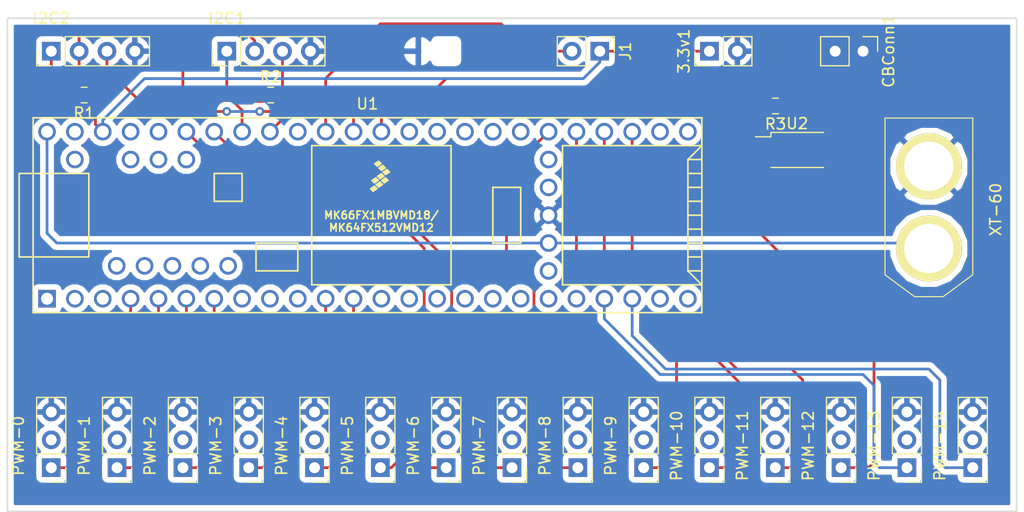
<source format=kicad_pcb>
(kicad_pcb (version 20171130) (host pcbnew "(5.0.0)")

  (general
    (thickness 1.6)
    (drawings 4)
    (tracks 181)
    (zones 0)
    (modules 26)
    (nets 74)
  )

  (page A4)
  (layers
    (0 F.Cu signal)
    (31 B.Cu signal)
    (32 B.Adhes user)
    (33 F.Adhes user)
    (34 B.Paste user)
    (35 F.Paste user)
    (36 B.SilkS user)
    (37 F.SilkS user)
    (38 B.Mask user)
    (39 F.Mask user)
    (40 Dwgs.User user)
    (41 Cmts.User user)
    (42 Eco1.User user)
    (43 Eco2.User user)
    (44 Edge.Cuts user)
    (45 Margin user)
    (46 B.CrtYd user)
    (47 F.CrtYd user)
    (48 B.Fab user)
    (49 F.Fab user)
  )

  (setup
    (last_trace_width 0.25)
    (trace_clearance 0.2)
    (zone_clearance 0.508)
    (zone_45_only no)
    (trace_min 0.2)
    (segment_width 0.2)
    (edge_width 0.15)
    (via_size 0.8)
    (via_drill 0.4)
    (via_min_size 0.4)
    (via_min_drill 0.3)
    (uvia_size 0.3)
    (uvia_drill 0.1)
    (uvias_allowed no)
    (uvia_min_size 0.2)
    (uvia_min_drill 0.1)
    (pcb_text_width 0.3)
    (pcb_text_size 1.5 1.5)
    (mod_edge_width 0.15)
    (mod_text_size 1 1)
    (mod_text_width 0.15)
    (pad_size 1.524 1.524)
    (pad_drill 0.762)
    (pad_to_mask_clearance 0.051)
    (solder_mask_min_width 0.25)
    (aux_axis_origin 0 0)
    (visible_elements 7FFFFFFF)
    (pcbplotparams
      (layerselection 0x010fc_ffffffff)
      (usegerberextensions false)
      (usegerberattributes false)
      (usegerberadvancedattributes false)
      (creategerberjobfile false)
      (excludeedgelayer true)
      (linewidth 0.100000)
      (plotframeref false)
      (viasonmask false)
      (mode 1)
      (useauxorigin false)
      (hpglpennumber 1)
      (hpglpenspeed 20)
      (hpglpendiameter 15.000000)
      (psnegative false)
      (psa4output false)
      (plotreference true)
      (plotvalue true)
      (plotinvisibletext false)
      (padsonsilk false)
      (subtractmaskfromsilk false)
      (outputformat 1)
      (mirror false)
      (drillshape 1)
      (scaleselection 1)
      (outputdirectory ""))
  )

  (net 0 "")
  (net 1 +3V3)
  (net 2 GND)
  (net 3 CBEnable)
  (net 4 I2C_SCL)
  (net 5 I2C_SDA)
  (net 6 Saftey_Switch)
  (net 7 PWM_0)
  (net 8 "Net-(PWM-0-Pad2)")
  (net 9 "Net-(PWM-1-Pad2)")
  (net 10 PWM_1)
  (net 11 PWM_2)
  (net 12 "Net-(PWM-2-Pad2)")
  (net 13 PWM_3)
  (net 14 "Net-(PWM-3-Pad2)")
  (net 15 "Net-(PWM-4-Pad2)")
  (net 16 PWM_4)
  (net 17 PWM_5)
  (net 18 "Net-(PWM-5-Pad2)")
  (net 19 "Net-(PWM-6-Pad2)")
  (net 20 PWM_6)
  (net 21 "Net-(PWM-7-Pad2)")
  (net 22 PWM_7)
  (net 23 PWM_8)
  (net 24 "Net-(PWM-8-Pad2)")
  (net 25 "Net-(PWM-9-Pad2)")
  (net 26 PWM_9)
  (net 27 PWM_10)
  (net 28 "Net-(PWM-10-Pad2)")
  (net 29 PWM_11)
  (net 30 "Net-(PWM-11-Pad2)")
  (net 31 PWM_12)
  (net 32 "Net-(PWM-12-Pad2)")
  (net 33 "Net-(PWM-13-Pad2)")
  (net 34 PWM_13)
  (net 35 "Net-(PWM-14-Pad2)")
  (net 36 PWM_14)
  (net 37 "Net-(U1-Pad57)")
  (net 38 "Net-(U1-Pad56)")
  (net 39 "Net-(U1-Pad55)")
  (net 40 "Net-(U1-Pad54)")
  (net 41 +5V)
  (net 42 "Net-(U1-Pad52)")
  (net 43 "Net-(U1-Pad50)")
  (net 44 "Net-(U1-Pad49)")
  (net 45 "Net-(U1-Pad44)")
  (net 46 "Net-(U1-Pad40)")
  (net 47 "Net-(U1-Pad39)")
  (net 48 "Net-(U1-Pad38)")
  (net 49 "Net-(U1-Pad1)")
  (net 50 "Net-(U1-Pad2)")
  (net 51 "Net-(U1-Pad3)")
  (net 52 "Net-(U1-Pad8)")
  (net 53 "Net-(U1-Pad9)")
  (net 54 "Net-(U1-Pad10)")
  (net 55 "Net-(U1-Pad13)")
  (net 56 "Net-(U1-Pad37)")
  (net 57 "Net-(U1-Pad36)")
  (net 58 "Net-(U1-Pad31)")
  (net 59 "Net-(U1-Pad30)")
  (net 60 "Net-(U1-Pad29)")
  (net 61 "Net-(U1-Pad28)")
  (net 62 "Net-(U1-Pad25)")
  (net 63 "Net-(U1-Pad24)")
  (net 64 "Net-(U1-Pad23)")
  (net 65 "Net-(U1-Pad14)")
  (net 66 "Net-(U1-Pad15)")
  (net 67 "Net-(U1-Pad16)")
  (net 68 "Net-(U1-Pad20)")
  (net 69 "Net-(U1-Pad19)")
  (net 70 "Net-(U1-Pad18)")
  (net 71 "Net-(U1-Pad17)")
  (net 72 CBEnable_5v)
  (net 73 "Net-(R3-Pad1)")

  (net_class Default "This is the default net class."
    (clearance 0.2)
    (trace_width 0.25)
    (via_dia 0.8)
    (via_drill 0.4)
    (uvia_dia 0.3)
    (uvia_drill 0.1)
    (add_net +3V3)
    (add_net +5V)
    (add_net CBEnable)
    (add_net CBEnable_5v)
    (add_net GND)
    (add_net I2C_SCL)
    (add_net I2C_SDA)
    (add_net "Net-(PWM-0-Pad2)")
    (add_net "Net-(PWM-1-Pad2)")
    (add_net "Net-(PWM-10-Pad2)")
    (add_net "Net-(PWM-11-Pad2)")
    (add_net "Net-(PWM-12-Pad2)")
    (add_net "Net-(PWM-13-Pad2)")
    (add_net "Net-(PWM-14-Pad2)")
    (add_net "Net-(PWM-2-Pad2)")
    (add_net "Net-(PWM-3-Pad2)")
    (add_net "Net-(PWM-4-Pad2)")
    (add_net "Net-(PWM-5-Pad2)")
    (add_net "Net-(PWM-6-Pad2)")
    (add_net "Net-(PWM-7-Pad2)")
    (add_net "Net-(PWM-8-Pad2)")
    (add_net "Net-(PWM-9-Pad2)")
    (add_net "Net-(R3-Pad1)")
    (add_net "Net-(U1-Pad1)")
    (add_net "Net-(U1-Pad10)")
    (add_net "Net-(U1-Pad13)")
    (add_net "Net-(U1-Pad14)")
    (add_net "Net-(U1-Pad15)")
    (add_net "Net-(U1-Pad16)")
    (add_net "Net-(U1-Pad17)")
    (add_net "Net-(U1-Pad18)")
    (add_net "Net-(U1-Pad19)")
    (add_net "Net-(U1-Pad2)")
    (add_net "Net-(U1-Pad20)")
    (add_net "Net-(U1-Pad23)")
    (add_net "Net-(U1-Pad24)")
    (add_net "Net-(U1-Pad25)")
    (add_net "Net-(U1-Pad28)")
    (add_net "Net-(U1-Pad29)")
    (add_net "Net-(U1-Pad3)")
    (add_net "Net-(U1-Pad30)")
    (add_net "Net-(U1-Pad31)")
    (add_net "Net-(U1-Pad36)")
    (add_net "Net-(U1-Pad37)")
    (add_net "Net-(U1-Pad38)")
    (add_net "Net-(U1-Pad39)")
    (add_net "Net-(U1-Pad40)")
    (add_net "Net-(U1-Pad44)")
    (add_net "Net-(U1-Pad49)")
    (add_net "Net-(U1-Pad50)")
    (add_net "Net-(U1-Pad52)")
    (add_net "Net-(U1-Pad54)")
    (add_net "Net-(U1-Pad55)")
    (add_net "Net-(U1-Pad56)")
    (add_net "Net-(U1-Pad57)")
    (add_net "Net-(U1-Pad8)")
    (add_net "Net-(U1-Pad9)")
    (add_net PWM_0)
    (add_net PWM_1)
    (add_net PWM_10)
    (add_net PWM_11)
    (add_net PWM_12)
    (add_net PWM_13)
    (add_net PWM_14)
    (add_net PWM_2)
    (add_net PWM_3)
    (add_net PWM_4)
    (add_net PWM_5)
    (add_net PWM_6)
    (add_net PWM_7)
    (add_net PWM_8)
    (add_net PWM_9)
    (add_net Saftey_Switch)
  )

  (module 2.54mm_Pin_Headers:PinHeader_1x02_P2.54mm_Vertical (layer F.Cu) (tedit 59FED5CC) (tstamp 5DC02E24)
    (at 149 46 90)
    (descr "Through hole straight pin header, 1x02, 2.54mm pitch, single row")
    (tags "Through hole pin header THT 1x02 2.54mm single row")
    (path /5D9A71F8)
    (fp_text reference 3.3v1 (at 0 -2.33 90) (layer F.SilkS)
      (effects (font (size 1 1) (thickness 0.15)))
    )
    (fp_text value Conn_01x02 (at 0 4.87 90) (layer F.Fab)
      (effects (font (size 1 1) (thickness 0.15)))
    )
    (fp_line (start -0.635 -1.27) (end 1.27 -1.27) (layer F.Fab) (width 0.1))
    (fp_line (start 1.27 -1.27) (end 1.27 3.81) (layer F.Fab) (width 0.1))
    (fp_line (start 1.27 3.81) (end -1.27 3.81) (layer F.Fab) (width 0.1))
    (fp_line (start -1.27 3.81) (end -1.27 -0.635) (layer F.Fab) (width 0.1))
    (fp_line (start -1.27 -0.635) (end -0.635 -1.27) (layer F.Fab) (width 0.1))
    (fp_line (start -1.33 3.87) (end 1.33 3.87) (layer F.SilkS) (width 0.12))
    (fp_line (start -1.33 1.27) (end -1.33 3.87) (layer F.SilkS) (width 0.12))
    (fp_line (start 1.33 1.27) (end 1.33 3.87) (layer F.SilkS) (width 0.12))
    (fp_line (start -1.33 1.27) (end 1.33 1.27) (layer F.SilkS) (width 0.12))
    (fp_line (start -1.33 0) (end -1.33 -1.33) (layer F.SilkS) (width 0.12))
    (fp_line (start -1.33 -1.33) (end 0 -1.33) (layer F.SilkS) (width 0.12))
    (fp_line (start -1.8 -1.8) (end -1.8 4.35) (layer F.CrtYd) (width 0.05))
    (fp_line (start -1.8 4.35) (end 1.8 4.35) (layer F.CrtYd) (width 0.05))
    (fp_line (start 1.8 4.35) (end 1.8 -1.8) (layer F.CrtYd) (width 0.05))
    (fp_line (start 1.8 -1.8) (end -1.8 -1.8) (layer F.CrtYd) (width 0.05))
    (fp_text user %R (at 0 1.27 180) (layer F.Fab)
      (effects (font (size 1 1) (thickness 0.15)))
    )
    (pad 1 thru_hole rect (at 0 0 90) (size 1.7 1.7) (drill 1) (layers *.Cu *.Mask)
      (net 1 +3V3))
    (pad 2 thru_hole oval (at 0 2.54 90) (size 1.7 1.7) (drill 1) (layers *.Cu *.Mask)
      (net 2 GND))
    (model ${KISYS3DMOD}/Connector_PinHeader_2.54mm.3dshapes/PinHeader_1x02_P2.54mm_Vertical.wrl
      (at (xyz 0 0 0))
      (scale (xyz 1 1 1))
      (rotate (xyz 0 0 0))
    )
  )

  (module 2.54mm_Pin_Headers:PinHeader_1x02_P2.54mm_Vertical (layer F.Cu) (tedit 59FED5CC) (tstamp 5DC02E3A)
    (at 163 46 270)
    (descr "Through hole straight pin header, 1x02, 2.54mm pitch, single row")
    (tags "Through hole pin header THT 1x02 2.54mm single row")
    (path /5D97DD76)
    (fp_text reference CBConn1 (at 0 -2.33 270) (layer F.SilkS)
      (effects (font (size 1 1) (thickness 0.15)))
    )
    (fp_text value Conn_01x02 (at 0 4.87 270) (layer F.Fab)
      (effects (font (size 1 1) (thickness 0.15)))
    )
    (fp_line (start -0.635 -1.27) (end 1.27 -1.27) (layer F.Fab) (width 0.1))
    (fp_line (start 1.27 -1.27) (end 1.27 3.81) (layer F.Fab) (width 0.1))
    (fp_line (start 1.27 3.81) (end -1.27 3.81) (layer F.Fab) (width 0.1))
    (fp_line (start -1.27 3.81) (end -1.27 -0.635) (layer F.Fab) (width 0.1))
    (fp_line (start -1.27 -0.635) (end -0.635 -1.27) (layer F.Fab) (width 0.1))
    (fp_line (start -1.33 3.87) (end 1.33 3.87) (layer F.SilkS) (width 0.12))
    (fp_line (start -1.33 1.27) (end -1.33 3.87) (layer F.SilkS) (width 0.12))
    (fp_line (start 1.33 1.27) (end 1.33 3.87) (layer F.SilkS) (width 0.12))
    (fp_line (start -1.33 1.27) (end 1.33 1.27) (layer F.SilkS) (width 0.12))
    (fp_line (start -1.33 0) (end -1.33 -1.33) (layer F.SilkS) (width 0.12))
    (fp_line (start -1.33 -1.33) (end 0 -1.33) (layer F.SilkS) (width 0.12))
    (fp_line (start -1.8 -1.8) (end -1.8 4.35) (layer F.CrtYd) (width 0.05))
    (fp_line (start -1.8 4.35) (end 1.8 4.35) (layer F.CrtYd) (width 0.05))
    (fp_line (start 1.8 4.35) (end 1.8 -1.8) (layer F.CrtYd) (width 0.05))
    (fp_line (start 1.8 -1.8) (end -1.8 -1.8) (layer F.CrtYd) (width 0.05))
    (fp_text user %R (at 0 1.27) (layer F.Fab)
      (effects (font (size 1 1) (thickness 0.15)))
    )
    (pad 1 thru_hole rect (at 0 0 270) (size 1.7 1.7) (drill 1) (layers *.Cu *.Mask)
      (net 72 CBEnable_5v))
    (pad 2 thru_hole oval (at 0 2.54 270) (size 1.7 1.7) (drill 1) (layers *.Cu *.Mask)
      (net 2 GND))
    (model ${KISYS3DMOD}/Connector_PinHeader_2.54mm.3dshapes/PinHeader_1x02_P2.54mm_Vertical.wrl
      (at (xyz 0 0 0))
      (scale (xyz 1 1 1))
      (rotate (xyz 0 0 0))
    )
  )

  (module 2.54mm_Pin_Headers:PinHeader_1x04_P2.54mm_Vertical (layer F.Cu) (tedit 5D9A5DB9) (tstamp 5DC02E52)
    (at 105 46 90)
    (descr "Through hole straight pin header, 1x04, 2.54mm pitch, single row")
    (tags "Through hole pin header THT 1x04 2.54mm single row")
    (path /5D8D9D10)
    (fp_text reference I2C1 (at 3 0 180) (layer F.SilkS)
      (effects (font (size 1 1) (thickness 0.15)))
    )
    (fp_text value Conn_01x04 (at -3 4 180) (layer F.Fab)
      (effects (font (size 1 1) (thickness 0.15)))
    )
    (fp_line (start -0.635 -1.27) (end 1.27 -1.27) (layer F.Fab) (width 0.1))
    (fp_line (start 1.27 -1.27) (end 1.27 8.89) (layer F.Fab) (width 0.1))
    (fp_line (start 1.27 8.89) (end -1.27 8.89) (layer F.Fab) (width 0.1))
    (fp_line (start -1.27 8.89) (end -1.27 -0.635) (layer F.Fab) (width 0.1))
    (fp_line (start -1.27 -0.635) (end -0.635 -1.27) (layer F.Fab) (width 0.1))
    (fp_line (start -1.33 8.95) (end 1.33 8.95) (layer F.SilkS) (width 0.12))
    (fp_line (start -1.33 1.27) (end -1.33 8.95) (layer F.SilkS) (width 0.12))
    (fp_line (start 1.33 1.27) (end 1.33 8.95) (layer F.SilkS) (width 0.12))
    (fp_line (start -1.33 1.27) (end 1.33 1.27) (layer F.SilkS) (width 0.12))
    (fp_line (start -1.33 0) (end -1.33 -1.33) (layer F.SilkS) (width 0.12))
    (fp_line (start -1.33 -1.33) (end 0 -1.33) (layer F.SilkS) (width 0.12))
    (fp_line (start -1.8 -1.8) (end -1.8 9.4) (layer F.CrtYd) (width 0.05))
    (fp_line (start -1.8 9.4) (end 1.8 9.4) (layer F.CrtYd) (width 0.05))
    (fp_line (start 1.8 9.4) (end 1.8 -1.8) (layer F.CrtYd) (width 0.05))
    (fp_line (start 1.8 -1.8) (end -1.8 -1.8) (layer F.CrtYd) (width 0.05))
    (fp_text user %R (at 0 3.81 180) (layer F.Fab)
      (effects (font (size 1 1) (thickness 0.15)))
    )
    (pad 1 thru_hole rect (at 0 0 90) (size 1.7 1.7) (drill 1) (layers *.Cu *.Mask)
      (net 1 +3V3))
    (pad 2 thru_hole oval (at 0 2.54 90) (size 1.7 1.7) (drill 1) (layers *.Cu *.Mask)
      (net 4 I2C_SCL))
    (pad 3 thru_hole oval (at 0 5.08 90) (size 1.7 1.7) (drill 1) (layers *.Cu *.Mask)
      (net 5 I2C_SDA))
    (pad 4 thru_hole oval (at 0 7.62 90) (size 1.7 1.7) (drill 1) (layers *.Cu *.Mask)
      (net 2 GND))
    (model ${KISYS3DMOD}/Connector_PinHeader_2.54mm.3dshapes/PinHeader_1x04_P2.54mm_Vertical.wrl
      (at (xyz 0 0 0))
      (scale (xyz 1 1 1))
      (rotate (xyz 0 0 0))
    )
  )

  (module 2.54mm_Pin_Headers:PinHeader_1x04_P2.54mm_Vertical (layer F.Cu) (tedit 5D9A5DB6) (tstamp 5DC02E6A)
    (at 89 46 90)
    (descr "Through hole straight pin header, 1x04, 2.54mm pitch, single row")
    (tags "Through hole pin header THT 1x04 2.54mm single row")
    (path /5D95D8A5)
    (fp_text reference I2C2 (at 3 0 180) (layer F.SilkS)
      (effects (font (size 1 1) (thickness 0.15)))
    )
    (fp_text value Conn_01x04 (at -3 3 180) (layer F.Fab)
      (effects (font (size 1 1) (thickness 0.15)))
    )
    (fp_text user %R (at 0 3.81 180) (layer F.Fab)
      (effects (font (size 1 1) (thickness 0.15)))
    )
    (fp_line (start 1.8 -1.8) (end -1.8 -1.8) (layer F.CrtYd) (width 0.05))
    (fp_line (start 1.8 9.4) (end 1.8 -1.8) (layer F.CrtYd) (width 0.05))
    (fp_line (start -1.8 9.4) (end 1.8 9.4) (layer F.CrtYd) (width 0.05))
    (fp_line (start -1.8 -1.8) (end -1.8 9.4) (layer F.CrtYd) (width 0.05))
    (fp_line (start -1.33 -1.33) (end 0 -1.33) (layer F.SilkS) (width 0.12))
    (fp_line (start -1.33 0) (end -1.33 -1.33) (layer F.SilkS) (width 0.12))
    (fp_line (start -1.33 1.27) (end 1.33 1.27) (layer F.SilkS) (width 0.12))
    (fp_line (start 1.33 1.27) (end 1.33 8.95) (layer F.SilkS) (width 0.12))
    (fp_line (start -1.33 1.27) (end -1.33 8.95) (layer F.SilkS) (width 0.12))
    (fp_line (start -1.33 8.95) (end 1.33 8.95) (layer F.SilkS) (width 0.12))
    (fp_line (start -1.27 -0.635) (end -0.635 -1.27) (layer F.Fab) (width 0.1))
    (fp_line (start -1.27 8.89) (end -1.27 -0.635) (layer F.Fab) (width 0.1))
    (fp_line (start 1.27 8.89) (end -1.27 8.89) (layer F.Fab) (width 0.1))
    (fp_line (start 1.27 -1.27) (end 1.27 8.89) (layer F.Fab) (width 0.1))
    (fp_line (start -0.635 -1.27) (end 1.27 -1.27) (layer F.Fab) (width 0.1))
    (pad 4 thru_hole oval (at 0 7.62 90) (size 1.7 1.7) (drill 1) (layers *.Cu *.Mask)
      (net 2 GND))
    (pad 3 thru_hole oval (at 0 5.08 90) (size 1.7 1.7) (drill 1) (layers *.Cu *.Mask)
      (net 5 I2C_SDA))
    (pad 2 thru_hole oval (at 0 2.54 90) (size 1.7 1.7) (drill 1) (layers *.Cu *.Mask)
      (net 4 I2C_SCL))
    (pad 1 thru_hole rect (at 0 0 90) (size 1.7 1.7) (drill 1) (layers *.Cu *.Mask)
      (net 1 +3V3))
    (model ${KISYS3DMOD}/Connector_PinHeader_2.54mm.3dshapes/PinHeader_1x04_P2.54mm_Vertical.wrl
      (at (xyz 0 0 0))
      (scale (xyz 1 1 1))
      (rotate (xyz 0 0 0))
    )
  )

  (module 2.54mm_Pin_Headers:PinHeader_1x02_P2.54mm_Vertical (layer F.Cu) (tedit 59FED5CC) (tstamp 5DC02E80)
    (at 139 46 270)
    (descr "Through hole straight pin header, 1x02, 2.54mm pitch, single row")
    (tags "Through hole pin header THT 1x02 2.54mm single row")
    (path /5D95555F)
    (fp_text reference J1 (at 0 -2.33 270) (layer F.SilkS)
      (effects (font (size 1 1) (thickness 0.15)))
    )
    (fp_text value Conn_01x02 (at 0 4.87 270) (layer F.Fab)
      (effects (font (size 1 1) (thickness 0.15)))
    )
    (fp_text user %R (at 0 1.27) (layer F.Fab)
      (effects (font (size 1 1) (thickness 0.15)))
    )
    (fp_line (start 1.8 -1.8) (end -1.8 -1.8) (layer F.CrtYd) (width 0.05))
    (fp_line (start 1.8 4.35) (end 1.8 -1.8) (layer F.CrtYd) (width 0.05))
    (fp_line (start -1.8 4.35) (end 1.8 4.35) (layer F.CrtYd) (width 0.05))
    (fp_line (start -1.8 -1.8) (end -1.8 4.35) (layer F.CrtYd) (width 0.05))
    (fp_line (start -1.33 -1.33) (end 0 -1.33) (layer F.SilkS) (width 0.12))
    (fp_line (start -1.33 0) (end -1.33 -1.33) (layer F.SilkS) (width 0.12))
    (fp_line (start -1.33 1.27) (end 1.33 1.27) (layer F.SilkS) (width 0.12))
    (fp_line (start 1.33 1.27) (end 1.33 3.87) (layer F.SilkS) (width 0.12))
    (fp_line (start -1.33 1.27) (end -1.33 3.87) (layer F.SilkS) (width 0.12))
    (fp_line (start -1.33 3.87) (end 1.33 3.87) (layer F.SilkS) (width 0.12))
    (fp_line (start -1.27 -0.635) (end -0.635 -1.27) (layer F.Fab) (width 0.1))
    (fp_line (start -1.27 3.81) (end -1.27 -0.635) (layer F.Fab) (width 0.1))
    (fp_line (start 1.27 3.81) (end -1.27 3.81) (layer F.Fab) (width 0.1))
    (fp_line (start 1.27 -1.27) (end 1.27 3.81) (layer F.Fab) (width 0.1))
    (fp_line (start -0.635 -1.27) (end 1.27 -1.27) (layer F.Fab) (width 0.1))
    (pad 2 thru_hole oval (at 0 2.54 270) (size 1.7 1.7) (drill 1) (layers *.Cu *.Mask)
      (net 6 Saftey_Switch))
    (pad 1 thru_hole rect (at 0 0 270) (size 1.7 1.7) (drill 1) (layers *.Cu *.Mask)
      (net 1 +3V3))
    (model ${KISYS3DMOD}/Connector_PinHeader_2.54mm.3dshapes/PinHeader_1x02_P2.54mm_Vertical.wrl
      (at (xyz 0 0 0))
      (scale (xyz 1 1 1))
      (rotate (xyz 0 0 0))
    )
  )

  (module 2.54mm_Pin_Headers:PinHeader_1x03_P2.54mm_Vertical (layer F.Cu) (tedit 5D9A7EC1) (tstamp 5DC02E97)
    (at 89 84 180)
    (descr "Through hole straight pin header, 1x03, 2.54mm pitch, single row")
    (tags "Through hole pin header THT 1x03 2.54mm single row")
    (path /5D8E59B3)
    (fp_text reference PWM-0 (at 3 2 270) (layer F.SilkS)
      (effects (font (size 1 1) (thickness 0.15)))
    )
    (fp_text value Conn_01x03 (at 0 7.41 180) (layer F.Fab)
      (effects (font (size 1 1) (thickness 0.15)))
    )
    (fp_line (start -0.635 -1.27) (end 1.27 -1.27) (layer F.Fab) (width 0.1))
    (fp_line (start 1.27 -1.27) (end 1.27 6.35) (layer F.Fab) (width 0.1))
    (fp_line (start 1.27 6.35) (end -1.27 6.35) (layer F.Fab) (width 0.1))
    (fp_line (start -1.27 6.35) (end -1.27 -0.635) (layer F.Fab) (width 0.1))
    (fp_line (start -1.27 -0.635) (end -0.635 -1.27) (layer F.Fab) (width 0.1))
    (fp_line (start -1.33 6.41) (end 1.33 6.41) (layer F.SilkS) (width 0.12))
    (fp_line (start -1.33 1.27) (end -1.33 6.41) (layer F.SilkS) (width 0.12))
    (fp_line (start 1.33 1.27) (end 1.33 6.41) (layer F.SilkS) (width 0.12))
    (fp_line (start -1.33 1.27) (end 1.33 1.27) (layer F.SilkS) (width 0.12))
    (fp_line (start -1.33 0) (end -1.33 -1.33) (layer F.SilkS) (width 0.12))
    (fp_line (start -1.33 -1.33) (end 0 -1.33) (layer F.SilkS) (width 0.12))
    (fp_line (start -1.8 -1.8) (end -1.8 6.85) (layer F.CrtYd) (width 0.05))
    (fp_line (start -1.8 6.85) (end 1.8 6.85) (layer F.CrtYd) (width 0.05))
    (fp_line (start 1.8 6.85) (end 1.8 -1.8) (layer F.CrtYd) (width 0.05))
    (fp_line (start 1.8 -1.8) (end -1.8 -1.8) (layer F.CrtYd) (width 0.05))
    (fp_text user %R (at 0 2.54 270) (layer F.Fab)
      (effects (font (size 1 1) (thickness 0.15)))
    )
    (pad 1 thru_hole rect (at 0 0 180) (size 1.7 1.7) (drill 1) (layers *.Cu *.Mask)
      (net 7 PWM_0))
    (pad 2 thru_hole oval (at 0 2.54 180) (size 1.7 1.7) (drill 1) (layers *.Cu *.Mask)
      (net 8 "Net-(PWM-0-Pad2)"))
    (pad 3 thru_hole oval (at 0 5.08 180) (size 1.7 1.7) (drill 1) (layers *.Cu *.Mask)
      (net 2 GND))
    (model ${KISYS3DMOD}/Connector_PinHeader_2.54mm.3dshapes/PinHeader_1x03_P2.54mm_Vertical.wrl
      (at (xyz 0 0 0))
      (scale (xyz 1 1 1))
      (rotate (xyz 0 0 0))
    )
  )

  (module 2.54mm_Pin_Headers:PinHeader_1x03_P2.54mm_Vertical (layer F.Cu) (tedit 5D9A7EC4) (tstamp 5DC02EAE)
    (at 95 84 180)
    (descr "Through hole straight pin header, 1x03, 2.54mm pitch, single row")
    (tags "Through hole pin header THT 1x03 2.54mm single row")
    (path /5D8E69DC)
    (fp_text reference PWM-1 (at 3 2 270) (layer F.SilkS)
      (effects (font (size 1 1) (thickness 0.15)))
    )
    (fp_text value Conn_01x03 (at 0 7.41 180) (layer F.Fab)
      (effects (font (size 1 1) (thickness 0.15)))
    )
    (fp_text user %R (at 0 2.54 270) (layer F.Fab)
      (effects (font (size 1 1) (thickness 0.15)))
    )
    (fp_line (start 1.8 -1.8) (end -1.8 -1.8) (layer F.CrtYd) (width 0.05))
    (fp_line (start 1.8 6.85) (end 1.8 -1.8) (layer F.CrtYd) (width 0.05))
    (fp_line (start -1.8 6.85) (end 1.8 6.85) (layer F.CrtYd) (width 0.05))
    (fp_line (start -1.8 -1.8) (end -1.8 6.85) (layer F.CrtYd) (width 0.05))
    (fp_line (start -1.33 -1.33) (end 0 -1.33) (layer F.SilkS) (width 0.12))
    (fp_line (start -1.33 0) (end -1.33 -1.33) (layer F.SilkS) (width 0.12))
    (fp_line (start -1.33 1.27) (end 1.33 1.27) (layer F.SilkS) (width 0.12))
    (fp_line (start 1.33 1.27) (end 1.33 6.41) (layer F.SilkS) (width 0.12))
    (fp_line (start -1.33 1.27) (end -1.33 6.41) (layer F.SilkS) (width 0.12))
    (fp_line (start -1.33 6.41) (end 1.33 6.41) (layer F.SilkS) (width 0.12))
    (fp_line (start -1.27 -0.635) (end -0.635 -1.27) (layer F.Fab) (width 0.1))
    (fp_line (start -1.27 6.35) (end -1.27 -0.635) (layer F.Fab) (width 0.1))
    (fp_line (start 1.27 6.35) (end -1.27 6.35) (layer F.Fab) (width 0.1))
    (fp_line (start 1.27 -1.27) (end 1.27 6.35) (layer F.Fab) (width 0.1))
    (fp_line (start -0.635 -1.27) (end 1.27 -1.27) (layer F.Fab) (width 0.1))
    (pad 3 thru_hole oval (at 0 5.08 180) (size 1.7 1.7) (drill 1) (layers *.Cu *.Mask)
      (net 2 GND))
    (pad 2 thru_hole oval (at 0 2.54 180) (size 1.7 1.7) (drill 1) (layers *.Cu *.Mask)
      (net 9 "Net-(PWM-1-Pad2)"))
    (pad 1 thru_hole rect (at 0 0 180) (size 1.7 1.7) (drill 1) (layers *.Cu *.Mask)
      (net 10 PWM_1))
    (model ${KISYS3DMOD}/Connector_PinHeader_2.54mm.3dshapes/PinHeader_1x03_P2.54mm_Vertical.wrl
      (at (xyz 0 0 0))
      (scale (xyz 1 1 1))
      (rotate (xyz 0 0 0))
    )
  )

  (module 2.54mm_Pin_Headers:PinHeader_1x03_P2.54mm_Vertical (layer F.Cu) (tedit 5D9A7EC7) (tstamp 5DC02EC5)
    (at 101 84 180)
    (descr "Through hole straight pin header, 1x03, 2.54mm pitch, single row")
    (tags "Through hole pin header THT 1x03 2.54mm single row")
    (path /5D8E6C16)
    (fp_text reference PWM-2 (at 3 2 270) (layer F.SilkS)
      (effects (font (size 1 1) (thickness 0.15)))
    )
    (fp_text value Conn_01x03 (at 0 7.41 180) (layer F.Fab)
      (effects (font (size 1 1) (thickness 0.15)))
    )
    (fp_line (start -0.635 -1.27) (end 1.27 -1.27) (layer F.Fab) (width 0.1))
    (fp_line (start 1.27 -1.27) (end 1.27 6.35) (layer F.Fab) (width 0.1))
    (fp_line (start 1.27 6.35) (end -1.27 6.35) (layer F.Fab) (width 0.1))
    (fp_line (start -1.27 6.35) (end -1.27 -0.635) (layer F.Fab) (width 0.1))
    (fp_line (start -1.27 -0.635) (end -0.635 -1.27) (layer F.Fab) (width 0.1))
    (fp_line (start -1.33 6.41) (end 1.33 6.41) (layer F.SilkS) (width 0.12))
    (fp_line (start -1.33 1.27) (end -1.33 6.41) (layer F.SilkS) (width 0.12))
    (fp_line (start 1.33 1.27) (end 1.33 6.41) (layer F.SilkS) (width 0.12))
    (fp_line (start -1.33 1.27) (end 1.33 1.27) (layer F.SilkS) (width 0.12))
    (fp_line (start -1.33 0) (end -1.33 -1.33) (layer F.SilkS) (width 0.12))
    (fp_line (start -1.33 -1.33) (end 0 -1.33) (layer F.SilkS) (width 0.12))
    (fp_line (start -1.8 -1.8) (end -1.8 6.85) (layer F.CrtYd) (width 0.05))
    (fp_line (start -1.8 6.85) (end 1.8 6.85) (layer F.CrtYd) (width 0.05))
    (fp_line (start 1.8 6.85) (end 1.8 -1.8) (layer F.CrtYd) (width 0.05))
    (fp_line (start 1.8 -1.8) (end -1.8 -1.8) (layer F.CrtYd) (width 0.05))
    (fp_text user %R (at 0 2.54 270) (layer F.Fab)
      (effects (font (size 1 1) (thickness 0.15)))
    )
    (pad 1 thru_hole rect (at 0 0 180) (size 1.7 1.7) (drill 1) (layers *.Cu *.Mask)
      (net 11 PWM_2))
    (pad 2 thru_hole oval (at 0 2.54 180) (size 1.7 1.7) (drill 1) (layers *.Cu *.Mask)
      (net 12 "Net-(PWM-2-Pad2)"))
    (pad 3 thru_hole oval (at 0 5.08 180) (size 1.7 1.7) (drill 1) (layers *.Cu *.Mask)
      (net 2 GND))
    (model ${KISYS3DMOD}/Connector_PinHeader_2.54mm.3dshapes/PinHeader_1x03_P2.54mm_Vertical.wrl
      (at (xyz 0 0 0))
      (scale (xyz 1 1 1))
      (rotate (xyz 0 0 0))
    )
  )

  (module 2.54mm_Pin_Headers:PinHeader_1x03_P2.54mm_Vertical (layer F.Cu) (tedit 5D9A7ECA) (tstamp 5DC02EDC)
    (at 107 84 180)
    (descr "Through hole straight pin header, 1x03, 2.54mm pitch, single row")
    (tags "Through hole pin header THT 1x03 2.54mm single row")
    (path /5D8E7FF2)
    (fp_text reference PWM-3 (at 3 2 270) (layer F.SilkS)
      (effects (font (size 1 1) (thickness 0.15)))
    )
    (fp_text value Conn_01x03 (at 0 7.41 180) (layer F.Fab)
      (effects (font (size 1 1) (thickness 0.15)))
    )
    (fp_line (start -0.635 -1.27) (end 1.27 -1.27) (layer F.Fab) (width 0.1))
    (fp_line (start 1.27 -1.27) (end 1.27 6.35) (layer F.Fab) (width 0.1))
    (fp_line (start 1.27 6.35) (end -1.27 6.35) (layer F.Fab) (width 0.1))
    (fp_line (start -1.27 6.35) (end -1.27 -0.635) (layer F.Fab) (width 0.1))
    (fp_line (start -1.27 -0.635) (end -0.635 -1.27) (layer F.Fab) (width 0.1))
    (fp_line (start -1.33 6.41) (end 1.33 6.41) (layer F.SilkS) (width 0.12))
    (fp_line (start -1.33 1.27) (end -1.33 6.41) (layer F.SilkS) (width 0.12))
    (fp_line (start 1.33 1.27) (end 1.33 6.41) (layer F.SilkS) (width 0.12))
    (fp_line (start -1.33 1.27) (end 1.33 1.27) (layer F.SilkS) (width 0.12))
    (fp_line (start -1.33 0) (end -1.33 -1.33) (layer F.SilkS) (width 0.12))
    (fp_line (start -1.33 -1.33) (end 0 -1.33) (layer F.SilkS) (width 0.12))
    (fp_line (start -1.8 -1.8) (end -1.8 6.85) (layer F.CrtYd) (width 0.05))
    (fp_line (start -1.8 6.85) (end 1.8 6.85) (layer F.CrtYd) (width 0.05))
    (fp_line (start 1.8 6.85) (end 1.8 -1.8) (layer F.CrtYd) (width 0.05))
    (fp_line (start 1.8 -1.8) (end -1.8 -1.8) (layer F.CrtYd) (width 0.05))
    (fp_text user %R (at 0 2.54 270) (layer F.Fab)
      (effects (font (size 1 1) (thickness 0.15)))
    )
    (pad 1 thru_hole rect (at 0 0 180) (size 1.7 1.7) (drill 1) (layers *.Cu *.Mask)
      (net 13 PWM_3))
    (pad 2 thru_hole oval (at 0 2.54 180) (size 1.7 1.7) (drill 1) (layers *.Cu *.Mask)
      (net 14 "Net-(PWM-3-Pad2)"))
    (pad 3 thru_hole oval (at 0 5.08 180) (size 1.7 1.7) (drill 1) (layers *.Cu *.Mask)
      (net 2 GND))
    (model ${KISYS3DMOD}/Connector_PinHeader_2.54mm.3dshapes/PinHeader_1x03_P2.54mm_Vertical.wrl
      (at (xyz 0 0 0))
      (scale (xyz 1 1 1))
      (rotate (xyz 0 0 0))
    )
  )

  (module 2.54mm_Pin_Headers:PinHeader_1x03_P2.54mm_Vertical (layer F.Cu) (tedit 5D9A7ECF) (tstamp 5DC02EF3)
    (at 113 84 180)
    (descr "Through hole straight pin header, 1x03, 2.54mm pitch, single row")
    (tags "Through hole pin header THT 1x03 2.54mm single row")
    (path /5D8E702A)
    (fp_text reference PWM-4 (at 3 2 270) (layer F.SilkS)
      (effects (font (size 1 1) (thickness 0.15)))
    )
    (fp_text value Conn_01x03 (at 0 7.41 180) (layer F.Fab)
      (effects (font (size 1 1) (thickness 0.15)))
    )
    (fp_text user %R (at 0 2.54 270) (layer F.Fab)
      (effects (font (size 1 1) (thickness 0.15)))
    )
    (fp_line (start 1.8 -1.8) (end -1.8 -1.8) (layer F.CrtYd) (width 0.05))
    (fp_line (start 1.8 6.85) (end 1.8 -1.8) (layer F.CrtYd) (width 0.05))
    (fp_line (start -1.8 6.85) (end 1.8 6.85) (layer F.CrtYd) (width 0.05))
    (fp_line (start -1.8 -1.8) (end -1.8 6.85) (layer F.CrtYd) (width 0.05))
    (fp_line (start -1.33 -1.33) (end 0 -1.33) (layer F.SilkS) (width 0.12))
    (fp_line (start -1.33 0) (end -1.33 -1.33) (layer F.SilkS) (width 0.12))
    (fp_line (start -1.33 1.27) (end 1.33 1.27) (layer F.SilkS) (width 0.12))
    (fp_line (start 1.33 1.27) (end 1.33 6.41) (layer F.SilkS) (width 0.12))
    (fp_line (start -1.33 1.27) (end -1.33 6.41) (layer F.SilkS) (width 0.12))
    (fp_line (start -1.33 6.41) (end 1.33 6.41) (layer F.SilkS) (width 0.12))
    (fp_line (start -1.27 -0.635) (end -0.635 -1.27) (layer F.Fab) (width 0.1))
    (fp_line (start -1.27 6.35) (end -1.27 -0.635) (layer F.Fab) (width 0.1))
    (fp_line (start 1.27 6.35) (end -1.27 6.35) (layer F.Fab) (width 0.1))
    (fp_line (start 1.27 -1.27) (end 1.27 6.35) (layer F.Fab) (width 0.1))
    (fp_line (start -0.635 -1.27) (end 1.27 -1.27) (layer F.Fab) (width 0.1))
    (pad 3 thru_hole oval (at 0 5.08 180) (size 1.7 1.7) (drill 1) (layers *.Cu *.Mask)
      (net 2 GND))
    (pad 2 thru_hole oval (at 0 2.54 180) (size 1.7 1.7) (drill 1) (layers *.Cu *.Mask)
      (net 15 "Net-(PWM-4-Pad2)"))
    (pad 1 thru_hole rect (at 0 0 180) (size 1.7 1.7) (drill 1) (layers *.Cu *.Mask)
      (net 16 PWM_4))
    (model ${KISYS3DMOD}/Connector_PinHeader_2.54mm.3dshapes/PinHeader_1x03_P2.54mm_Vertical.wrl
      (at (xyz 0 0 0))
      (scale (xyz 1 1 1))
      (rotate (xyz 0 0 0))
    )
  )

  (module 2.54mm_Pin_Headers:PinHeader_1x03_P2.54mm_Vertical (layer F.Cu) (tedit 5D9A7ED2) (tstamp 5DC02F0A)
    (at 119 84 180)
    (descr "Through hole straight pin header, 1x03, 2.54mm pitch, single row")
    (tags "Through hole pin header THT 1x03 2.54mm single row")
    (path /5D8E7229)
    (fp_text reference PWM-5 (at 3 2 270) (layer F.SilkS)
      (effects (font (size 1 1) (thickness 0.15)))
    )
    (fp_text value Conn_01x03 (at 0 7.41 180) (layer F.Fab)
      (effects (font (size 1 1) (thickness 0.15)))
    )
    (fp_line (start -0.635 -1.27) (end 1.27 -1.27) (layer F.Fab) (width 0.1))
    (fp_line (start 1.27 -1.27) (end 1.27 6.35) (layer F.Fab) (width 0.1))
    (fp_line (start 1.27 6.35) (end -1.27 6.35) (layer F.Fab) (width 0.1))
    (fp_line (start -1.27 6.35) (end -1.27 -0.635) (layer F.Fab) (width 0.1))
    (fp_line (start -1.27 -0.635) (end -0.635 -1.27) (layer F.Fab) (width 0.1))
    (fp_line (start -1.33 6.41) (end 1.33 6.41) (layer F.SilkS) (width 0.12))
    (fp_line (start -1.33 1.27) (end -1.33 6.41) (layer F.SilkS) (width 0.12))
    (fp_line (start 1.33 1.27) (end 1.33 6.41) (layer F.SilkS) (width 0.12))
    (fp_line (start -1.33 1.27) (end 1.33 1.27) (layer F.SilkS) (width 0.12))
    (fp_line (start -1.33 0) (end -1.33 -1.33) (layer F.SilkS) (width 0.12))
    (fp_line (start -1.33 -1.33) (end 0 -1.33) (layer F.SilkS) (width 0.12))
    (fp_line (start -1.8 -1.8) (end -1.8 6.85) (layer F.CrtYd) (width 0.05))
    (fp_line (start -1.8 6.85) (end 1.8 6.85) (layer F.CrtYd) (width 0.05))
    (fp_line (start 1.8 6.85) (end 1.8 -1.8) (layer F.CrtYd) (width 0.05))
    (fp_line (start 1.8 -1.8) (end -1.8 -1.8) (layer F.CrtYd) (width 0.05))
    (fp_text user %R (at 0 2.54 270) (layer F.Fab)
      (effects (font (size 1 1) (thickness 0.15)))
    )
    (pad 1 thru_hole rect (at 0 0 180) (size 1.7 1.7) (drill 1) (layers *.Cu *.Mask)
      (net 17 PWM_5))
    (pad 2 thru_hole oval (at 0 2.54 180) (size 1.7 1.7) (drill 1) (layers *.Cu *.Mask)
      (net 18 "Net-(PWM-5-Pad2)"))
    (pad 3 thru_hole oval (at 0 5.08 180) (size 1.7 1.7) (drill 1) (layers *.Cu *.Mask)
      (net 2 GND))
    (model ${KISYS3DMOD}/Connector_PinHeader_2.54mm.3dshapes/PinHeader_1x03_P2.54mm_Vertical.wrl
      (at (xyz 0 0 0))
      (scale (xyz 1 1 1))
      (rotate (xyz 0 0 0))
    )
  )

  (module 2.54mm_Pin_Headers:PinHeader_1x03_P2.54mm_Vertical (layer F.Cu) (tedit 5D9A7ED5) (tstamp 5DC02F21)
    (at 125 84 180)
    (descr "Through hole straight pin header, 1x03, 2.54mm pitch, single row")
    (tags "Through hole pin header THT 1x03 2.54mm single row")
    (path /5D8E740B)
    (fp_text reference PWM-6 (at 3 2 270) (layer F.SilkS)
      (effects (font (size 1 1) (thickness 0.15)))
    )
    (fp_text value Conn_01x03 (at 0 7.41 180) (layer F.Fab)
      (effects (font (size 1 1) (thickness 0.15)))
    )
    (fp_text user %R (at 0 2.54 270) (layer F.Fab)
      (effects (font (size 1 1) (thickness 0.15)))
    )
    (fp_line (start 1.8 -1.8) (end -1.8 -1.8) (layer F.CrtYd) (width 0.05))
    (fp_line (start 1.8 6.85) (end 1.8 -1.8) (layer F.CrtYd) (width 0.05))
    (fp_line (start -1.8 6.85) (end 1.8 6.85) (layer F.CrtYd) (width 0.05))
    (fp_line (start -1.8 -1.8) (end -1.8 6.85) (layer F.CrtYd) (width 0.05))
    (fp_line (start -1.33 -1.33) (end 0 -1.33) (layer F.SilkS) (width 0.12))
    (fp_line (start -1.33 0) (end -1.33 -1.33) (layer F.SilkS) (width 0.12))
    (fp_line (start -1.33 1.27) (end 1.33 1.27) (layer F.SilkS) (width 0.12))
    (fp_line (start 1.33 1.27) (end 1.33 6.41) (layer F.SilkS) (width 0.12))
    (fp_line (start -1.33 1.27) (end -1.33 6.41) (layer F.SilkS) (width 0.12))
    (fp_line (start -1.33 6.41) (end 1.33 6.41) (layer F.SilkS) (width 0.12))
    (fp_line (start -1.27 -0.635) (end -0.635 -1.27) (layer F.Fab) (width 0.1))
    (fp_line (start -1.27 6.35) (end -1.27 -0.635) (layer F.Fab) (width 0.1))
    (fp_line (start 1.27 6.35) (end -1.27 6.35) (layer F.Fab) (width 0.1))
    (fp_line (start 1.27 -1.27) (end 1.27 6.35) (layer F.Fab) (width 0.1))
    (fp_line (start -0.635 -1.27) (end 1.27 -1.27) (layer F.Fab) (width 0.1))
    (pad 3 thru_hole oval (at 0 5.08 180) (size 1.7 1.7) (drill 1) (layers *.Cu *.Mask)
      (net 2 GND))
    (pad 2 thru_hole oval (at 0 2.54 180) (size 1.7 1.7) (drill 1) (layers *.Cu *.Mask)
      (net 19 "Net-(PWM-6-Pad2)"))
    (pad 1 thru_hole rect (at 0 0 180) (size 1.7 1.7) (drill 1) (layers *.Cu *.Mask)
      (net 20 PWM_6))
    (model ${KISYS3DMOD}/Connector_PinHeader_2.54mm.3dshapes/PinHeader_1x03_P2.54mm_Vertical.wrl
      (at (xyz 0 0 0))
      (scale (xyz 1 1 1))
      (rotate (xyz 0 0 0))
    )
  )

  (module 2.54mm_Pin_Headers:PinHeader_1x03_P2.54mm_Vertical (layer F.Cu) (tedit 5D9A7ED8) (tstamp 5DC02F38)
    (at 131 84 180)
    (descr "Through hole straight pin header, 1x03, 2.54mm pitch, single row")
    (tags "Through hole pin header THT 1x03 2.54mm single row")
    (path /5D8E8499)
    (fp_text reference PWM-7 (at 3 2 270) (layer F.SilkS)
      (effects (font (size 1 1) (thickness 0.15)))
    )
    (fp_text value Conn_01x03 (at 0 7.41 180) (layer F.Fab)
      (effects (font (size 1 1) (thickness 0.15)))
    )
    (fp_text user %R (at 0 2.54 270) (layer F.Fab)
      (effects (font (size 1 1) (thickness 0.15)))
    )
    (fp_line (start 1.8 -1.8) (end -1.8 -1.8) (layer F.CrtYd) (width 0.05))
    (fp_line (start 1.8 6.85) (end 1.8 -1.8) (layer F.CrtYd) (width 0.05))
    (fp_line (start -1.8 6.85) (end 1.8 6.85) (layer F.CrtYd) (width 0.05))
    (fp_line (start -1.8 -1.8) (end -1.8 6.85) (layer F.CrtYd) (width 0.05))
    (fp_line (start -1.33 -1.33) (end 0 -1.33) (layer F.SilkS) (width 0.12))
    (fp_line (start -1.33 0) (end -1.33 -1.33) (layer F.SilkS) (width 0.12))
    (fp_line (start -1.33 1.27) (end 1.33 1.27) (layer F.SilkS) (width 0.12))
    (fp_line (start 1.33 1.27) (end 1.33 6.41) (layer F.SilkS) (width 0.12))
    (fp_line (start -1.33 1.27) (end -1.33 6.41) (layer F.SilkS) (width 0.12))
    (fp_line (start -1.33 6.41) (end 1.33 6.41) (layer F.SilkS) (width 0.12))
    (fp_line (start -1.27 -0.635) (end -0.635 -1.27) (layer F.Fab) (width 0.1))
    (fp_line (start -1.27 6.35) (end -1.27 -0.635) (layer F.Fab) (width 0.1))
    (fp_line (start 1.27 6.35) (end -1.27 6.35) (layer F.Fab) (width 0.1))
    (fp_line (start 1.27 -1.27) (end 1.27 6.35) (layer F.Fab) (width 0.1))
    (fp_line (start -0.635 -1.27) (end 1.27 -1.27) (layer F.Fab) (width 0.1))
    (pad 3 thru_hole oval (at 0 5.08 180) (size 1.7 1.7) (drill 1) (layers *.Cu *.Mask)
      (net 2 GND))
    (pad 2 thru_hole oval (at 0 2.54 180) (size 1.7 1.7) (drill 1) (layers *.Cu *.Mask)
      (net 21 "Net-(PWM-7-Pad2)"))
    (pad 1 thru_hole rect (at 0 0 180) (size 1.7 1.7) (drill 1) (layers *.Cu *.Mask)
      (net 22 PWM_7))
    (model ${KISYS3DMOD}/Connector_PinHeader_2.54mm.3dshapes/PinHeader_1x03_P2.54mm_Vertical.wrl
      (at (xyz 0 0 0))
      (scale (xyz 1 1 1))
      (rotate (xyz 0 0 0))
    )
  )

  (module 2.54mm_Pin_Headers:PinHeader_1x03_P2.54mm_Vertical (layer F.Cu) (tedit 5D9A7EDC) (tstamp 5DC02F4F)
    (at 137 84 180)
    (descr "Through hole straight pin header, 1x03, 2.54mm pitch, single row")
    (tags "Through hole pin header THT 1x03 2.54mm single row")
    (path /5D8E765D)
    (fp_text reference PWM-8 (at 3 2 270) (layer F.SilkS)
      (effects (font (size 1 1) (thickness 0.15)))
    )
    (fp_text value Conn_01x03 (at 0 7.41 180) (layer F.Fab)
      (effects (font (size 1 1) (thickness 0.15)))
    )
    (fp_line (start -0.635 -1.27) (end 1.27 -1.27) (layer F.Fab) (width 0.1))
    (fp_line (start 1.27 -1.27) (end 1.27 6.35) (layer F.Fab) (width 0.1))
    (fp_line (start 1.27 6.35) (end -1.27 6.35) (layer F.Fab) (width 0.1))
    (fp_line (start -1.27 6.35) (end -1.27 -0.635) (layer F.Fab) (width 0.1))
    (fp_line (start -1.27 -0.635) (end -0.635 -1.27) (layer F.Fab) (width 0.1))
    (fp_line (start -1.33 6.41) (end 1.33 6.41) (layer F.SilkS) (width 0.12))
    (fp_line (start -1.33 1.27) (end -1.33 6.41) (layer F.SilkS) (width 0.12))
    (fp_line (start 1.33 1.27) (end 1.33 6.41) (layer F.SilkS) (width 0.12))
    (fp_line (start -1.33 1.27) (end 1.33 1.27) (layer F.SilkS) (width 0.12))
    (fp_line (start -1.33 0) (end -1.33 -1.33) (layer F.SilkS) (width 0.12))
    (fp_line (start -1.33 -1.33) (end 0 -1.33) (layer F.SilkS) (width 0.12))
    (fp_line (start -1.8 -1.8) (end -1.8 6.85) (layer F.CrtYd) (width 0.05))
    (fp_line (start -1.8 6.85) (end 1.8 6.85) (layer F.CrtYd) (width 0.05))
    (fp_line (start 1.8 6.85) (end 1.8 -1.8) (layer F.CrtYd) (width 0.05))
    (fp_line (start 1.8 -1.8) (end -1.8 -1.8) (layer F.CrtYd) (width 0.05))
    (fp_text user %R (at 0 2.54 270) (layer F.Fab)
      (effects (font (size 1 1) (thickness 0.15)))
    )
    (pad 1 thru_hole rect (at 0 0 180) (size 1.7 1.7) (drill 1) (layers *.Cu *.Mask)
      (net 23 PWM_8))
    (pad 2 thru_hole oval (at 0 2.54 180) (size 1.7 1.7) (drill 1) (layers *.Cu *.Mask)
      (net 24 "Net-(PWM-8-Pad2)"))
    (pad 3 thru_hole oval (at 0 5.08 180) (size 1.7 1.7) (drill 1) (layers *.Cu *.Mask)
      (net 2 GND))
    (model ${KISYS3DMOD}/Connector_PinHeader_2.54mm.3dshapes/PinHeader_1x03_P2.54mm_Vertical.wrl
      (at (xyz 0 0 0))
      (scale (xyz 1 1 1))
      (rotate (xyz 0 0 0))
    )
  )

  (module 2.54mm_Pin_Headers:PinHeader_1x03_P2.54mm_Vertical (layer F.Cu) (tedit 5D9A7EDF) (tstamp 5DC02F66)
    (at 143 84 180)
    (descr "Through hole straight pin header, 1x03, 2.54mm pitch, single row")
    (tags "Through hole pin header THT 1x03 2.54mm single row")
    (path /5D8E7913)
    (fp_text reference PWM-9 (at 3 2 270) (layer F.SilkS)
      (effects (font (size 1 1) (thickness 0.15)))
    )
    (fp_text value Conn_01x03 (at 0 7.41 180) (layer F.Fab)
      (effects (font (size 1 1) (thickness 0.15)))
    )
    (fp_text user %R (at 0 2.54 270) (layer F.Fab)
      (effects (font (size 1 1) (thickness 0.15)))
    )
    (fp_line (start 1.8 -1.8) (end -1.8 -1.8) (layer F.CrtYd) (width 0.05))
    (fp_line (start 1.8 6.85) (end 1.8 -1.8) (layer F.CrtYd) (width 0.05))
    (fp_line (start -1.8 6.85) (end 1.8 6.85) (layer F.CrtYd) (width 0.05))
    (fp_line (start -1.8 -1.8) (end -1.8 6.85) (layer F.CrtYd) (width 0.05))
    (fp_line (start -1.33 -1.33) (end 0 -1.33) (layer F.SilkS) (width 0.12))
    (fp_line (start -1.33 0) (end -1.33 -1.33) (layer F.SilkS) (width 0.12))
    (fp_line (start -1.33 1.27) (end 1.33 1.27) (layer F.SilkS) (width 0.12))
    (fp_line (start 1.33 1.27) (end 1.33 6.41) (layer F.SilkS) (width 0.12))
    (fp_line (start -1.33 1.27) (end -1.33 6.41) (layer F.SilkS) (width 0.12))
    (fp_line (start -1.33 6.41) (end 1.33 6.41) (layer F.SilkS) (width 0.12))
    (fp_line (start -1.27 -0.635) (end -0.635 -1.27) (layer F.Fab) (width 0.1))
    (fp_line (start -1.27 6.35) (end -1.27 -0.635) (layer F.Fab) (width 0.1))
    (fp_line (start 1.27 6.35) (end -1.27 6.35) (layer F.Fab) (width 0.1))
    (fp_line (start 1.27 -1.27) (end 1.27 6.35) (layer F.Fab) (width 0.1))
    (fp_line (start -0.635 -1.27) (end 1.27 -1.27) (layer F.Fab) (width 0.1))
    (pad 3 thru_hole oval (at 0 5.08 180) (size 1.7 1.7) (drill 1) (layers *.Cu *.Mask)
      (net 2 GND))
    (pad 2 thru_hole oval (at 0 2.54 180) (size 1.7 1.7) (drill 1) (layers *.Cu *.Mask)
      (net 25 "Net-(PWM-9-Pad2)"))
    (pad 1 thru_hole rect (at 0 0 180) (size 1.7 1.7) (drill 1) (layers *.Cu *.Mask)
      (net 26 PWM_9))
    (model ${KISYS3DMOD}/Connector_PinHeader_2.54mm.3dshapes/PinHeader_1x03_P2.54mm_Vertical.wrl
      (at (xyz 0 0 0))
      (scale (xyz 1 1 1))
      (rotate (xyz 0 0 0))
    )
  )

  (module 2.54mm_Pin_Headers:PinHeader_1x03_P2.54mm_Vertical (layer F.Cu) (tedit 5D9A7EE1) (tstamp 5DC02F7D)
    (at 149 84 180)
    (descr "Through hole straight pin header, 1x03, 2.54mm pitch, single row")
    (tags "Through hole pin header THT 1x03 2.54mm single row")
    (path /5D8E7BA8)
    (fp_text reference PWM-10 (at 3 2 270) (layer F.SilkS)
      (effects (font (size 1 1) (thickness 0.15)))
    )
    (fp_text value Conn_01x03 (at 0 7.41 180) (layer F.Fab)
      (effects (font (size 1 1) (thickness 0.15)))
    )
    (fp_line (start -0.635 -1.27) (end 1.27 -1.27) (layer F.Fab) (width 0.1))
    (fp_line (start 1.27 -1.27) (end 1.27 6.35) (layer F.Fab) (width 0.1))
    (fp_line (start 1.27 6.35) (end -1.27 6.35) (layer F.Fab) (width 0.1))
    (fp_line (start -1.27 6.35) (end -1.27 -0.635) (layer F.Fab) (width 0.1))
    (fp_line (start -1.27 -0.635) (end -0.635 -1.27) (layer F.Fab) (width 0.1))
    (fp_line (start -1.33 6.41) (end 1.33 6.41) (layer F.SilkS) (width 0.12))
    (fp_line (start -1.33 1.27) (end -1.33 6.41) (layer F.SilkS) (width 0.12))
    (fp_line (start 1.33 1.27) (end 1.33 6.41) (layer F.SilkS) (width 0.12))
    (fp_line (start -1.33 1.27) (end 1.33 1.27) (layer F.SilkS) (width 0.12))
    (fp_line (start -1.33 0) (end -1.33 -1.33) (layer F.SilkS) (width 0.12))
    (fp_line (start -1.33 -1.33) (end 0 -1.33) (layer F.SilkS) (width 0.12))
    (fp_line (start -1.8 -1.8) (end -1.8 6.85) (layer F.CrtYd) (width 0.05))
    (fp_line (start -1.8 6.85) (end 1.8 6.85) (layer F.CrtYd) (width 0.05))
    (fp_line (start 1.8 6.85) (end 1.8 -1.8) (layer F.CrtYd) (width 0.05))
    (fp_line (start 1.8 -1.8) (end -1.8 -1.8) (layer F.CrtYd) (width 0.05))
    (fp_text user %R (at 0 2.54 270) (layer F.Fab)
      (effects (font (size 1 1) (thickness 0.15)))
    )
    (pad 1 thru_hole rect (at 0 0 180) (size 1.7 1.7) (drill 1) (layers *.Cu *.Mask)
      (net 27 PWM_10))
    (pad 2 thru_hole oval (at 0 2.54 180) (size 1.7 1.7) (drill 1) (layers *.Cu *.Mask)
      (net 28 "Net-(PWM-10-Pad2)"))
    (pad 3 thru_hole oval (at 0 5.08 180) (size 1.7 1.7) (drill 1) (layers *.Cu *.Mask)
      (net 2 GND))
    (model ${KISYS3DMOD}/Connector_PinHeader_2.54mm.3dshapes/PinHeader_1x03_P2.54mm_Vertical.wrl
      (at (xyz 0 0 0))
      (scale (xyz 1 1 1))
      (rotate (xyz 0 0 0))
    )
  )

  (module 2.54mm_Pin_Headers:PinHeader_1x03_P2.54mm_Vertical (layer F.Cu) (tedit 5D9A7EE4) (tstamp 5DC02F94)
    (at 155 84 180)
    (descr "Through hole straight pin header, 1x03, 2.54mm pitch, single row")
    (tags "Through hole pin header THT 1x03 2.54mm single row")
    (path /5D8E8847)
    (fp_text reference PWM-11 (at 3 2 270) (layer F.SilkS)
      (effects (font (size 1 1) (thickness 0.15)))
    )
    (fp_text value Conn_01x03 (at 0 7.41 180) (layer F.Fab)
      (effects (font (size 1 1) (thickness 0.15)))
    )
    (fp_line (start -0.635 -1.27) (end 1.27 -1.27) (layer F.Fab) (width 0.1))
    (fp_line (start 1.27 -1.27) (end 1.27 6.35) (layer F.Fab) (width 0.1))
    (fp_line (start 1.27 6.35) (end -1.27 6.35) (layer F.Fab) (width 0.1))
    (fp_line (start -1.27 6.35) (end -1.27 -0.635) (layer F.Fab) (width 0.1))
    (fp_line (start -1.27 -0.635) (end -0.635 -1.27) (layer F.Fab) (width 0.1))
    (fp_line (start -1.33 6.41) (end 1.33 6.41) (layer F.SilkS) (width 0.12))
    (fp_line (start -1.33 1.27) (end -1.33 6.41) (layer F.SilkS) (width 0.12))
    (fp_line (start 1.33 1.27) (end 1.33 6.41) (layer F.SilkS) (width 0.12))
    (fp_line (start -1.33 1.27) (end 1.33 1.27) (layer F.SilkS) (width 0.12))
    (fp_line (start -1.33 0) (end -1.33 -1.33) (layer F.SilkS) (width 0.12))
    (fp_line (start -1.33 -1.33) (end 0 -1.33) (layer F.SilkS) (width 0.12))
    (fp_line (start -1.8 -1.8) (end -1.8 6.85) (layer F.CrtYd) (width 0.05))
    (fp_line (start -1.8 6.85) (end 1.8 6.85) (layer F.CrtYd) (width 0.05))
    (fp_line (start 1.8 6.85) (end 1.8 -1.8) (layer F.CrtYd) (width 0.05))
    (fp_line (start 1.8 -1.8) (end -1.8 -1.8) (layer F.CrtYd) (width 0.05))
    (fp_text user %R (at 0 2.54 270) (layer F.Fab)
      (effects (font (size 1 1) (thickness 0.15)))
    )
    (pad 1 thru_hole rect (at 0 0 180) (size 1.7 1.7) (drill 1) (layers *.Cu *.Mask)
      (net 29 PWM_11))
    (pad 2 thru_hole oval (at 0 2.54 180) (size 1.7 1.7) (drill 1) (layers *.Cu *.Mask)
      (net 30 "Net-(PWM-11-Pad2)"))
    (pad 3 thru_hole oval (at 0 5.08 180) (size 1.7 1.7) (drill 1) (layers *.Cu *.Mask)
      (net 2 GND))
    (model ${KISYS3DMOD}/Connector_PinHeader_2.54mm.3dshapes/PinHeader_1x03_P2.54mm_Vertical.wrl
      (at (xyz 0 0 0))
      (scale (xyz 1 1 1))
      (rotate (xyz 0 0 0))
    )
  )

  (module 2.54mm_Pin_Headers:PinHeader_1x03_P2.54mm_Vertical (layer F.Cu) (tedit 5D9A7EE7) (tstamp 5DC02FAB)
    (at 161 84 180)
    (descr "Through hole straight pin header, 1x03, 2.54mm pitch, single row")
    (tags "Through hole pin header THT 1x03 2.54mm single row")
    (path /5D967379)
    (fp_text reference PWM-12 (at 3 2 270) (layer F.SilkS)
      (effects (font (size 1 1) (thickness 0.15)))
    )
    (fp_text value Conn_01x03 (at 0 7.41 180) (layer F.Fab)
      (effects (font (size 1 1) (thickness 0.15)))
    )
    (fp_line (start -0.635 -1.27) (end 1.27 -1.27) (layer F.Fab) (width 0.1))
    (fp_line (start 1.27 -1.27) (end 1.27 6.35) (layer F.Fab) (width 0.1))
    (fp_line (start 1.27 6.35) (end -1.27 6.35) (layer F.Fab) (width 0.1))
    (fp_line (start -1.27 6.35) (end -1.27 -0.635) (layer F.Fab) (width 0.1))
    (fp_line (start -1.27 -0.635) (end -0.635 -1.27) (layer F.Fab) (width 0.1))
    (fp_line (start -1.33 6.41) (end 1.33 6.41) (layer F.SilkS) (width 0.12))
    (fp_line (start -1.33 1.27) (end -1.33 6.41) (layer F.SilkS) (width 0.12))
    (fp_line (start 1.33 1.27) (end 1.33 6.41) (layer F.SilkS) (width 0.12))
    (fp_line (start -1.33 1.27) (end 1.33 1.27) (layer F.SilkS) (width 0.12))
    (fp_line (start -1.33 0) (end -1.33 -1.33) (layer F.SilkS) (width 0.12))
    (fp_line (start -1.33 -1.33) (end 0 -1.33) (layer F.SilkS) (width 0.12))
    (fp_line (start -1.8 -1.8) (end -1.8 6.85) (layer F.CrtYd) (width 0.05))
    (fp_line (start -1.8 6.85) (end 1.8 6.85) (layer F.CrtYd) (width 0.05))
    (fp_line (start 1.8 6.85) (end 1.8 -1.8) (layer F.CrtYd) (width 0.05))
    (fp_line (start 1.8 -1.8) (end -1.8 -1.8) (layer F.CrtYd) (width 0.05))
    (fp_text user %R (at 0 2.54 270) (layer F.Fab)
      (effects (font (size 1 1) (thickness 0.15)))
    )
    (pad 1 thru_hole rect (at 0 0 180) (size 1.7 1.7) (drill 1) (layers *.Cu *.Mask)
      (net 31 PWM_12))
    (pad 2 thru_hole oval (at 0 2.54 180) (size 1.7 1.7) (drill 1) (layers *.Cu *.Mask)
      (net 32 "Net-(PWM-12-Pad2)"))
    (pad 3 thru_hole oval (at 0 5.08 180) (size 1.7 1.7) (drill 1) (layers *.Cu *.Mask)
      (net 2 GND))
    (model ${KISYS3DMOD}/Connector_PinHeader_2.54mm.3dshapes/PinHeader_1x03_P2.54mm_Vertical.wrl
      (at (xyz 0 0 0))
      (scale (xyz 1 1 1))
      (rotate (xyz 0 0 0))
    )
  )

  (module 2.54mm_Pin_Headers:PinHeader_1x03_P2.54mm_Vertical (layer F.Cu) (tedit 5D9A7EEA) (tstamp 5DC02FC2)
    (at 167 84 180)
    (descr "Through hole straight pin header, 1x03, 2.54mm pitch, single row")
    (tags "Through hole pin header THT 1x03 2.54mm single row")
    (path /5D9671DA)
    (fp_text reference PWM-13 (at 3 2 270) (layer F.SilkS)
      (effects (font (size 1 1) (thickness 0.15)))
    )
    (fp_text value Conn_01x03 (at 0 7.41 180) (layer F.Fab)
      (effects (font (size 1 1) (thickness 0.15)))
    )
    (fp_text user %R (at 0 2.54 270) (layer F.Fab)
      (effects (font (size 1 1) (thickness 0.15)))
    )
    (fp_line (start 1.8 -1.8) (end -1.8 -1.8) (layer F.CrtYd) (width 0.05))
    (fp_line (start 1.8 6.85) (end 1.8 -1.8) (layer F.CrtYd) (width 0.05))
    (fp_line (start -1.8 6.85) (end 1.8 6.85) (layer F.CrtYd) (width 0.05))
    (fp_line (start -1.8 -1.8) (end -1.8 6.85) (layer F.CrtYd) (width 0.05))
    (fp_line (start -1.33 -1.33) (end 0 -1.33) (layer F.SilkS) (width 0.12))
    (fp_line (start -1.33 0) (end -1.33 -1.33) (layer F.SilkS) (width 0.12))
    (fp_line (start -1.33 1.27) (end 1.33 1.27) (layer F.SilkS) (width 0.12))
    (fp_line (start 1.33 1.27) (end 1.33 6.41) (layer F.SilkS) (width 0.12))
    (fp_line (start -1.33 1.27) (end -1.33 6.41) (layer F.SilkS) (width 0.12))
    (fp_line (start -1.33 6.41) (end 1.33 6.41) (layer F.SilkS) (width 0.12))
    (fp_line (start -1.27 -0.635) (end -0.635 -1.27) (layer F.Fab) (width 0.1))
    (fp_line (start -1.27 6.35) (end -1.27 -0.635) (layer F.Fab) (width 0.1))
    (fp_line (start 1.27 6.35) (end -1.27 6.35) (layer F.Fab) (width 0.1))
    (fp_line (start 1.27 -1.27) (end 1.27 6.35) (layer F.Fab) (width 0.1))
    (fp_line (start -0.635 -1.27) (end 1.27 -1.27) (layer F.Fab) (width 0.1))
    (pad 3 thru_hole oval (at 0 5.08 180) (size 1.7 1.7) (drill 1) (layers *.Cu *.Mask)
      (net 2 GND))
    (pad 2 thru_hole oval (at 0 2.54 180) (size 1.7 1.7) (drill 1) (layers *.Cu *.Mask)
      (net 33 "Net-(PWM-13-Pad2)"))
    (pad 1 thru_hole rect (at 0 0 180) (size 1.7 1.7) (drill 1) (layers *.Cu *.Mask)
      (net 34 PWM_13))
    (model ${KISYS3DMOD}/Connector_PinHeader_2.54mm.3dshapes/PinHeader_1x03_P2.54mm_Vertical.wrl
      (at (xyz 0 0 0))
      (scale (xyz 1 1 1))
      (rotate (xyz 0 0 0))
    )
  )

  (module 2.54mm_Pin_Headers:PinHeader_1x03_P2.54mm_Vertical (layer F.Cu) (tedit 5D9A7EED) (tstamp 5DC02FD9)
    (at 173 84 180)
    (descr "Through hole straight pin header, 1x03, 2.54mm pitch, single row")
    (tags "Through hole pin header THT 1x03 2.54mm single row")
    (path /5D97065B)
    (fp_text reference PWM-14 (at 3 2 270) (layer F.SilkS)
      (effects (font (size 1 1) (thickness 0.15)))
    )
    (fp_text value Conn_01x03 (at 0 7.41 180) (layer F.Fab)
      (effects (font (size 1 1) (thickness 0.15)))
    )
    (fp_text user %R (at 0 2.54 270) (layer F.Fab)
      (effects (font (size 1 1) (thickness 0.15)))
    )
    (fp_line (start 1.8 -1.8) (end -1.8 -1.8) (layer F.CrtYd) (width 0.05))
    (fp_line (start 1.8 6.85) (end 1.8 -1.8) (layer F.CrtYd) (width 0.05))
    (fp_line (start -1.8 6.85) (end 1.8 6.85) (layer F.CrtYd) (width 0.05))
    (fp_line (start -1.8 -1.8) (end -1.8 6.85) (layer F.CrtYd) (width 0.05))
    (fp_line (start -1.33 -1.33) (end 0 -1.33) (layer F.SilkS) (width 0.12))
    (fp_line (start -1.33 0) (end -1.33 -1.33) (layer F.SilkS) (width 0.12))
    (fp_line (start -1.33 1.27) (end 1.33 1.27) (layer F.SilkS) (width 0.12))
    (fp_line (start 1.33 1.27) (end 1.33 6.41) (layer F.SilkS) (width 0.12))
    (fp_line (start -1.33 1.27) (end -1.33 6.41) (layer F.SilkS) (width 0.12))
    (fp_line (start -1.33 6.41) (end 1.33 6.41) (layer F.SilkS) (width 0.12))
    (fp_line (start -1.27 -0.635) (end -0.635 -1.27) (layer F.Fab) (width 0.1))
    (fp_line (start -1.27 6.35) (end -1.27 -0.635) (layer F.Fab) (width 0.1))
    (fp_line (start 1.27 6.35) (end -1.27 6.35) (layer F.Fab) (width 0.1))
    (fp_line (start 1.27 -1.27) (end 1.27 6.35) (layer F.Fab) (width 0.1))
    (fp_line (start -0.635 -1.27) (end 1.27 -1.27) (layer F.Fab) (width 0.1))
    (pad 3 thru_hole oval (at 0 5.08 180) (size 1.7 1.7) (drill 1) (layers *.Cu *.Mask)
      (net 2 GND))
    (pad 2 thru_hole oval (at 0 2.54 180) (size 1.7 1.7) (drill 1) (layers *.Cu *.Mask)
      (net 35 "Net-(PWM-14-Pad2)"))
    (pad 1 thru_hole rect (at 0 0 180) (size 1.7 1.7) (drill 1) (layers *.Cu *.Mask)
      (net 36 PWM_14))
    (model ${KISYS3DMOD}/Connector_PinHeader_2.54mm.3dshapes/PinHeader_1x03_P2.54mm_Vertical.wrl
      (at (xyz 0 0 0))
      (scale (xyz 1 1 1))
      (rotate (xyz 0 0 0))
    )
  )

  (module "Arduino Project:Teensy35_36" (layer F.Cu) (tedit 5D52142A) (tstamp 5DC0304E)
    (at 117.825001 60.965001)
    (path /5D8D7027)
    (fp_text reference U1 (at 0 -10.16) (layer F.SilkS)
      (effects (font (size 1 1) (thickness 0.15)))
    )
    (fp_text value Teensy3.5 (at 0 10.16) (layer F.Fab)
      (effects (font (size 1 1) (thickness 0.15)))
    )
    (fp_text user MK64FX512VMD12 (at 1.27 1.143) (layer F.SilkS)
      (effects (font (size 0.7 0.7) (thickness 0.15)))
    )
    (fp_text user MK66FX1MBVMD18/ (at 1.27 0) (layer F.SilkS)
      (effects (font (size 0.7 0.7) (thickness 0.15)))
    )
    (fp_poly (pts (xy 1.27 -3.81) (xy 1.524 -3.556) (xy 1.143 -3.302) (xy 0.889 -3.556)) (layer F.SilkS) (width 0.1))
    (fp_poly (pts (xy 1.397 -4.572) (xy 1.651 -4.318) (xy 1.27 -4.064) (xy 1.016 -4.318)) (layer F.SilkS) (width 0.1))
    (fp_poly (pts (xy 1.651 -3.429) (xy 1.905 -3.175) (xy 1.524 -2.921) (xy 1.27 -3.175)) (layer F.SilkS) (width 0.1))
    (fp_poly (pts (xy 1.143 -3.048) (xy 1.397 -2.794) (xy 1.016 -2.54) (xy 0.762 -2.794)) (layer F.SilkS) (width 0.1))
    (fp_poly (pts (xy 1.778 -4.191) (xy 2.032 -3.937) (xy 1.651 -3.683) (xy 1.397 -3.937)) (layer F.SilkS) (width 0.1))
    (fp_poly (pts (xy 0.635 -2.667) (xy 0.889 -2.413) (xy 0.508 -2.159) (xy 0.254 -2.413)) (layer F.SilkS) (width 0.1))
    (fp_poly (pts (xy 0.762 -3.429) (xy 1.016 -3.175) (xy 0.635 -2.921) (xy 0.381 -3.175)) (layer F.SilkS) (width 0.1))
    (fp_poly (pts (xy 1.016 -4.953) (xy 1.27 -4.699) (xy 0.889 -4.445) (xy 0.635 -4.699)) (layer F.SilkS) (width 0.1))
    (fp_line (start -30.48 8.89) (end -30.48 -8.89) (layer F.SilkS) (width 0.15))
    (fp_line (start 30.48 -8.89) (end 30.48 8.89) (layer F.SilkS) (width 0.15))
    (fp_line (start 11.43 -2.54) (end 13.97 -2.54) (layer F.SilkS) (width 0.15))
    (fp_line (start 11.43 2.54) (end 11.43 -2.54) (layer F.SilkS) (width 0.15))
    (fp_line (start 13.97 2.54) (end 11.43 2.54) (layer F.SilkS) (width 0.15))
    (fp_line (start 13.97 -2.54) (end 13.97 2.54) (layer F.SilkS) (width 0.15))
    (fp_line (start -25.4 3.81) (end -30.48 3.81) (layer F.SilkS) (width 0.15))
    (fp_line (start -25.4 -3.81) (end -30.48 -3.81) (layer F.SilkS) (width 0.15))
    (fp_line (start -25.4 3.81) (end -25.4 -3.81) (layer F.SilkS) (width 0.15))
    (fp_line (start -31.75 -3.81) (end -30.48 -3.81) (layer F.SilkS) (width 0.15))
    (fp_line (start -31.75 3.81) (end -31.75 -3.81) (layer F.SilkS) (width 0.15))
    (fp_line (start -30.48 3.81) (end -31.75 3.81) (layer F.SilkS) (width 0.15))
    (fp_line (start -30.48 8.89) (end 30.48 8.89) (layer F.SilkS) (width 0.15))
    (fp_line (start 30.48 -8.89) (end -30.48 -8.89) (layer F.SilkS) (width 0.15))
    (fp_line (start 17.78 6.35) (end 30.48 6.35) (layer F.SilkS) (width 0.15))
    (fp_line (start 17.78 -6.35) (end 17.78 6.35) (layer F.SilkS) (width 0.15))
    (fp_line (start 30.48 -6.35) (end 17.78 -6.35) (layer F.SilkS) (width 0.15))
    (fp_line (start 29.21 -5.08) (end 30.48 -6.35) (layer F.SilkS) (width 0.15))
    (fp_line (start 29.21 5.08) (end 29.21 -5.08) (layer F.SilkS) (width 0.15))
    (fp_line (start 30.48 6.35) (end 29.21 5.08) (layer F.SilkS) (width 0.15))
    (fp_line (start 29.21 -5.08) (end 30.48 -5.08) (layer F.SilkS) (width 0.15))
    (fp_line (start 29.21 -3.81) (end 30.48 -3.81) (layer F.SilkS) (width 0.15))
    (fp_line (start 29.21 -2.54) (end 30.48 -2.54) (layer F.SilkS) (width 0.15))
    (fp_line (start 29.21 -1.27) (end 30.48 -1.27) (layer F.SilkS) (width 0.15))
    (fp_line (start 29.21 0) (end 30.48 0) (layer F.SilkS) (width 0.15))
    (fp_line (start 29.21 1.27) (end 30.48 1.27) (layer F.SilkS) (width 0.15))
    (fp_line (start 29.21 2.54) (end 30.48 2.54) (layer F.SilkS) (width 0.15))
    (fp_line (start 29.21 3.81) (end 30.48 3.81) (layer F.SilkS) (width 0.15))
    (fp_line (start 29.21 5.08) (end 30.48 5.08) (layer F.SilkS) (width 0.15))
    (fp_line (start -5.08 -6.35) (end 7.62 -6.35) (layer F.SilkS) (width 0.15))
    (fp_line (start -5.08 6.35) (end 7.62 6.35) (layer F.SilkS) (width 0.15))
    (fp_line (start -5.08 -6.35) (end -5.08 6.35) (layer F.SilkS) (width 0.15))
    (fp_line (start 7.62 6.35) (end 7.62 -6.35) (layer F.SilkS) (width 0.15))
    (fp_line (start -6.35 2.54) (end -6.35 5.08) (layer F.SilkS) (width 0.15))
    (fp_line (start -10.16 2.54) (end -6.35 2.54) (layer F.SilkS) (width 0.15))
    (fp_line (start -10.16 5.08) (end -10.16 2.54) (layer F.SilkS) (width 0.15))
    (fp_line (start -6.35 5.08) (end -10.16 5.08) (layer F.SilkS) (width 0.15))
    (fp_line (start -11.43 -3.81) (end -13.97 -3.81) (layer F.SilkS) (width 0.15))
    (fp_line (start -11.43 -1.27) (end -11.43 -3.81) (layer F.SilkS) (width 0.15))
    (fp_line (start -13.97 -1.27) (end -11.43 -1.27) (layer F.SilkS) (width 0.15))
    (fp_line (start -13.97 -3.81) (end -13.97 -1.27) (layer F.SilkS) (width 0.15))
    (pad 62 thru_hole circle (at -12.7 4.62) (size 1.6 1.6) (drill 1.1) (layers *.Cu *.Mask))
    (pad 61 thru_hole circle (at -15.24 4.62) (size 1.6 1.6) (drill 1.1) (layers *.Cu *.Mask))
    (pad 60 thru_hole circle (at -17.78 4.62) (size 1.6 1.6) (drill 1.1) (layers *.Cu *.Mask))
    (pad 59 thru_hole circle (at -20.32 4.62) (size 1.6 1.6) (drill 1.1) (layers *.Cu *.Mask))
    (pad 58 thru_hole circle (at -22.86 4.62) (size 1.6 1.6) (drill 1.1) (layers *.Cu *.Mask))
    (pad 57 thru_hole circle (at -16.51 -5.08) (size 1.6 1.6) (drill 1.1) (layers *.Cu *.Mask)
      (net 37 "Net-(U1-Pad57)"))
    (pad 56 thru_hole circle (at -19.05 -5.08) (size 1.6 1.6) (drill 1.1) (layers *.Cu *.Mask)
      (net 38 "Net-(U1-Pad56)"))
    (pad 55 thru_hole circle (at -21.59 -5.08) (size 1.6 1.6) (drill 1.1) (layers *.Cu *.Mask)
      (net 39 "Net-(U1-Pad55)"))
    (pad 54 thru_hole circle (at -26.67 -5.08) (size 1.6 1.6) (drill 1.1) (layers *.Cu *.Mask)
      (net 40 "Net-(U1-Pad54)"))
    (pad 53 thru_hole circle (at -29.21 -7.62) (size 1.6 1.6) (drill 1.1) (layers *.Cu *.Mask)
      (net 41 +5V))
    (pad 52 thru_hole circle (at -26.67 -7.62) (size 1.6 1.6) (drill 1.1) (layers *.Cu *.Mask)
      (net 42 "Net-(U1-Pad52)"))
    (pad 51 thru_hole circle (at -24.13 -7.62) (size 1.6 1.6) (drill 1.1) (layers *.Cu *.Mask)
      (net 1 +3V3))
    (pad 50 thru_hole circle (at -21.59 -7.62) (size 1.6 1.6) (drill 1.1) (layers *.Cu *.Mask)
      (net 43 "Net-(U1-Pad50)"))
    (pad 49 thru_hole circle (at -19.05 -7.62) (size 1.6 1.6) (drill 1.1) (layers *.Cu *.Mask)
      (net 44 "Net-(U1-Pad49)"))
    (pad 48 thru_hole circle (at -16.51 -7.62) (size 1.6 1.6) (drill 1.1) (layers *.Cu *.Mask)
      (net 20 PWM_6))
    (pad 47 thru_hole circle (at -13.97 -7.62) (size 1.6 1.6) (drill 1.1) (layers *.Cu *.Mask)
      (net 22 PWM_7))
    (pad 46 thru_hole circle (at -11.43 -7.62) (size 1.6 1.6) (drill 1.1) (layers *.Cu *.Mask)
      (net 4 I2C_SCL))
    (pad 45 thru_hole circle (at -8.89 -7.62) (size 1.6 1.6) (drill 1.1) (layers *.Cu *.Mask)
      (net 5 I2C_SDA))
    (pad 44 thru_hole circle (at -6.35 -7.62) (size 1.6 1.6) (drill 1.1) (layers *.Cu *.Mask)
      (net 45 "Net-(U1-Pad44)"))
    (pad 43 thru_hole circle (at -3.81 -7.62) (size 1.6 1.6) (drill 1.1) (layers *.Cu *.Mask)
      (net 6 Saftey_Switch))
    (pad 42 thru_hole circle (at -1.27 -7.62) (size 1.6 1.6) (drill 1.1) (layers *.Cu *.Mask)
      (net 3 CBEnable))
    (pad 41 thru_hole circle (at 1.27 -7.62) (size 1.6 1.6) (drill 1.1) (layers *.Cu *.Mask)
      (net 31 PWM_12))
    (pad 40 thru_hole circle (at 3.81 -7.62) (size 1.6 1.6) (drill 1.1) (layers *.Cu *.Mask)
      (net 46 "Net-(U1-Pad40)"))
    (pad 39 thru_hole circle (at 6.35 -7.62) (size 1.6 1.6) (drill 1.1) (layers *.Cu *.Mask)
      (net 47 "Net-(U1-Pad39)"))
    (pad 38 thru_hole circle (at 8.89 -7.62) (size 1.6 1.6) (drill 1.1) (layers *.Cu *.Mask)
      (net 48 "Net-(U1-Pad38)"))
    (pad 1 thru_hole rect (at -29.21 7.62) (size 1.6 1.6) (drill 1.1) (layers *.Cu *.Mask)
      (net 49 "Net-(U1-Pad1)"))
    (pad 2 thru_hole circle (at -26.67 7.62) (size 1.6 1.6) (drill 1.1) (layers *.Cu *.Mask)
      (net 50 "Net-(U1-Pad2)"))
    (pad 3 thru_hole circle (at -24.13 7.62) (size 1.6 1.6) (drill 1.1) (layers *.Cu *.Mask)
      (net 51 "Net-(U1-Pad3)"))
    (pad 4 thru_hole circle (at -21.59 7.62) (size 1.6 1.6) (drill 1.1) (layers *.Cu *.Mask)
      (net 7 PWM_0))
    (pad 5 thru_hole circle (at -19.05 7.62) (size 1.6 1.6) (drill 1.1) (layers *.Cu *.Mask)
      (net 10 PWM_1))
    (pad 6 thru_hole circle (at -16.51 7.62) (size 1.6 1.6) (drill 1.1) (layers *.Cu *.Mask)
      (net 11 PWM_2))
    (pad 7 thru_hole circle (at -13.97 7.62) (size 1.6 1.6) (drill 1.1) (layers *.Cu *.Mask)
      (net 13 PWM_3))
    (pad 8 thru_hole circle (at -11.43 7.62) (size 1.6 1.6) (drill 1.1) (layers *.Cu *.Mask)
      (net 52 "Net-(U1-Pad8)"))
    (pad 9 thru_hole circle (at -8.89 7.62) (size 1.6 1.6) (drill 1.1) (layers *.Cu *.Mask)
      (net 53 "Net-(U1-Pad9)"))
    (pad 10 thru_hole circle (at -6.35 7.62) (size 1.6 1.6) (drill 1.1) (layers *.Cu *.Mask)
      (net 54 "Net-(U1-Pad10)"))
    (pad 11 thru_hole circle (at -3.81 7.62) (size 1.6 1.6) (drill 1.1) (layers *.Cu *.Mask)
      (net 16 PWM_4))
    (pad 12 thru_hole circle (at -1.27 7.62) (size 1.6 1.6) (drill 1.1) (layers *.Cu *.Mask)
      (net 17 PWM_5))
    (pad 13 thru_hole circle (at 1.27 7.62) (size 1.6 1.6) (drill 1.1) (layers *.Cu *.Mask)
      (net 55 "Net-(U1-Pad13)"))
    (pad 37 thru_hole circle (at 11.43 -7.62) (size 1.6 1.6) (drill 1.1) (layers *.Cu *.Mask)
      (net 56 "Net-(U1-Pad37)"))
    (pad 36 thru_hole circle (at 13.97 -7.62) (size 1.6 1.6) (drill 1.1) (layers *.Cu *.Mask)
      (net 57 "Net-(U1-Pad36)"))
    (pad 35 thru_hole circle (at 16.51 -7.62) (size 1.6 1.6) (drill 1.1) (layers *.Cu *.Mask)
      (net 23 PWM_8))
    (pad 34 thru_hole circle (at 19.05 -7.62) (size 1.6 1.6) (drill 1.1) (layers *.Cu *.Mask)
      (net 26 PWM_9))
    (pad 33 thru_hole circle (at 21.59 -7.62) (size 1.6 1.6) (drill 1.1) (layers *.Cu *.Mask)
      (net 27 PWM_10))
    (pad 32 thru_hole circle (at 24.13 -7.62) (size 1.6 1.6) (drill 1.1) (layers *.Cu *.Mask)
      (net 29 PWM_11))
    (pad 31 thru_hole circle (at 26.67 -7.62) (size 1.6 1.6) (drill 1.1) (layers *.Cu *.Mask)
      (net 58 "Net-(U1-Pad31)"))
    (pad 30 thru_hole circle (at 29.21 -7.62) (size 1.6 1.6) (drill 1.1) (layers *.Cu *.Mask)
      (net 59 "Net-(U1-Pad30)"))
    (pad 29 thru_hole circle (at 16.51 -5.08) (size 1.6 1.6) (drill 1.1) (layers *.Cu *.Mask)
      (net 60 "Net-(U1-Pad29)"))
    (pad 28 thru_hole circle (at 16.51 -2.54) (size 1.6 1.6) (drill 1.1) (layers *.Cu *.Mask)
      (net 61 "Net-(U1-Pad28)"))
    (pad 27 thru_hole circle (at 16.51 0) (size 1.6 1.6) (drill 1.1) (layers *.Cu *.Mask)
      (net 2 GND))
    (pad 26 thru_hole circle (at 16.51 2.54) (size 1.6 1.6) (drill 1.1) (layers *.Cu *.Mask)
      (net 41 +5V))
    (pad 25 thru_hole circle (at 16.51 5.08) (size 1.6 1.6) (drill 1.1) (layers *.Cu *.Mask)
      (net 62 "Net-(U1-Pad25)"))
    (pad 24 thru_hole circle (at 29.21 7.62) (size 1.6 1.6) (drill 1.1) (layers *.Cu *.Mask)
      (net 63 "Net-(U1-Pad24)"))
    (pad 23 thru_hole circle (at 26.67 7.62) (size 1.6 1.6) (drill 1.1) (layers *.Cu *.Mask)
      (net 64 "Net-(U1-Pad23)"))
    (pad 22 thru_hole circle (at 24.13 7.62) (size 1.6 1.6) (drill 1.1) (layers *.Cu *.Mask)
      (net 36 PWM_14))
    (pad 21 thru_hole circle (at 21.59 7.62) (size 1.6 1.6) (drill 1.1) (layers *.Cu *.Mask)
      (net 34 PWM_13))
    (pad 14 thru_hole circle (at 3.81 7.62) (size 1.6 1.6) (drill 1.1) (layers *.Cu *.Mask)
      (net 65 "Net-(U1-Pad14)"))
    (pad 15 thru_hole circle (at 6.35 7.62) (size 1.6 1.6) (drill 1.1) (layers *.Cu *.Mask)
      (net 66 "Net-(U1-Pad15)"))
    (pad 16 thru_hole circle (at 8.89 7.62) (size 1.6 1.6) (drill 1.1) (layers *.Cu *.Mask)
      (net 67 "Net-(U1-Pad16)"))
    (pad 20 thru_hole circle (at 19.05 7.62) (size 1.6 1.6) (drill 1.1) (layers *.Cu *.Mask)
      (net 68 "Net-(U1-Pad20)"))
    (pad 19 thru_hole circle (at 16.51 7.62) (size 1.6 1.6) (drill 1.1) (layers *.Cu *.Mask)
      (net 69 "Net-(U1-Pad19)"))
    (pad 18 thru_hole circle (at 13.97 7.62) (size 1.6 1.6) (drill 1.1) (layers *.Cu *.Mask)
      (net 70 "Net-(U1-Pad18)"))
    (pad 17 thru_hole circle (at 11.43 7.62) (size 1.6 1.6) (drill 1.1) (layers *.Cu *.Mask)
      (net 71 "Net-(U1-Pad17)"))
  )

  (module "Arduino Project:XT60" (layer F.Cu) (tedit 572BCE8E) (tstamp 5DC03066)
    (at 169 64 90)
    (path /5D95EA1A)
    (fp_text reference XT-60 (at 3.556 6.096 90) (layer F.SilkS)
      (effects (font (size 1 1) (thickness 0.15)))
    )
    (fp_text value Conn_01x02 (at 3.2 -5.9 90) (layer F.Fab)
      (effects (font (size 1 1) (thickness 0.15)))
    )
    (fp_line (start 7.2 4) (end 11.9 4) (layer F.SilkS) (width 0.1))
    (fp_line (start 11.9 4) (end 11.9 2.4) (layer F.SilkS) (width 0.1))
    (fp_line (start 7.5 -4) (end 11.7 -4) (layer F.SilkS) (width 0.1))
    (fp_line (start 11.7 -4) (end 11.8 -4) (layer F.SilkS) (width 0.1))
    (fp_line (start 11.8 -4) (end 11.9 -4) (layer F.SilkS) (width 0.1))
    (fp_line (start 11.9 -4) (end 11.9 0) (layer F.SilkS) (width 0.1))
    (fp_line (start -2.4 4) (end -4.4 1.3) (layer F.SilkS) (width 0.1))
    (fp_line (start -2.4 -4) (end -4.4 -1.3) (layer F.SilkS) (width 0.1))
    (fp_line (start -4.4 0) (end -4.4 1.25) (layer F.SilkS) (width 0.1))
    (fp_line (start -4.4 0) (end -4.4 -1.25) (layer F.SilkS) (width 0.1))
    (fp_line (start 0 4) (end -2.4 4) (layer F.SilkS) (width 0.1))
    (fp_line (start 3 4) (end 0 4) (layer F.SilkS) (width 0.1))
    (fp_line (start 0 -4) (end -2.4 -4) (layer F.SilkS) (width 0.1))
    (fp_line (start 3.1 -4) (end 0 -4) (layer F.SilkS) (width 0.1))
    (fp_line (start -4.4 -0.1) (end -4.4 0.2) (layer F.SilkS) (width 0.1))
    (fp_line (start 11.9 0) (end 11.9 2.4) (layer F.SilkS) (width 0.1))
    (fp_line (start 7.5 -4) (end 3.1 -4) (layer F.SilkS) (width 0.1))
    (fp_line (start 7.2 4) (end 3 4) (layer F.SilkS) (width 0.1))
    (pad 1 thru_hole circle (at 0 0 90) (size 6 6) (drill 4.5) (layers *.Cu *.Mask F.SilkS)
      (net 41 +5V))
    (pad 2 thru_hole circle (at 7.5 0 90) (size 6 6) (drill 4.5) (layers *.Cu *.Mask F.SilkS)
      (net 2 GND))
  )

  (module Resistor_SMD:R_0805_2012Metric_Pad1.15x1.40mm_HandSolder (layer F.Cu) (tedit 5D9A8D78) (tstamp 5DC18DCF)
    (at 92 50 180)
    (descr "Resistor SMD 0805 (2012 Metric), square (rectangular) end terminal, IPC_7351 nominal with elongated pad for handsoldering. (Body size source: https://docs.google.com/spreadsheets/d/1BsfQQcO9C6DZCsRaXUlFlo91Tg2WpOkGARC1WS5S8t0/edit?usp=sharing), generated with kicad-footprint-generator")
    (tags "resistor handsolder")
    (path /5D9ADD85)
    (attr smd)
    (fp_text reference R1 (at 0 -1.65 180) (layer F.SilkS)
      (effects (font (size 1 1) (thickness 0.15)))
    )
    (fp_text value R (at 0 1.65 180) (layer F.Fab)
      (effects (font (size 1 1) (thickness 0.15)))
    )
    (fp_text user %R (at 0 0 180) (layer F.Fab)
      (effects (font (size 0.5 0.5) (thickness 0.08)))
    )
    (fp_line (start 1.85 0.95) (end -1.85 0.95) (layer F.CrtYd) (width 0.05))
    (fp_line (start 1.85 -0.95) (end 1.85 0.95) (layer F.CrtYd) (width 0.05))
    (fp_line (start -1.85 -0.95) (end 1.85 -0.95) (layer F.CrtYd) (width 0.05))
    (fp_line (start -1.85 0.95) (end -1.85 -0.95) (layer F.CrtYd) (width 0.05))
    (fp_line (start -0.261252 0.71) (end 0.261252 0.71) (layer F.SilkS) (width 0.12))
    (fp_line (start -0.261252 -0.71) (end 0.261252 -0.71) (layer F.SilkS) (width 0.12))
    (fp_line (start 1 0.6) (end -1 0.6) (layer F.Fab) (width 0.1))
    (fp_line (start 1 -0.6) (end 1 0.6) (layer F.Fab) (width 0.1))
    (fp_line (start -1 -0.6) (end 1 -0.6) (layer F.Fab) (width 0.1))
    (fp_line (start -1 0.6) (end -1 -0.6) (layer F.Fab) (width 0.1))
    (pad 2 smd roundrect (at 1.025 0 180) (size 1.15 1.4) (layers F.Cu F.Paste F.Mask) (roundrect_rratio 0.217391)
      (net 4 I2C_SCL))
    (pad 1 smd roundrect (at -1.025 0 180) (size 1.15 1.4) (layers F.Cu F.Paste F.Mask) (roundrect_rratio 0.217391)
      (net 1 +3V3))
    (model ${KISYS3DMOD}/Resistor_SMD.3dshapes/R_0805_2012Metric.wrl
      (at (xyz 0 0 0))
      (scale (xyz 1 1 1))
      (rotate (xyz 0 0 0))
    )
  )

  (module Resistor_SMD:R_0805_2012Metric_Pad1.15x1.40mm_HandSolder (layer F.Cu) (tedit 5B36C52B) (tstamp 5DC18DE0)
    (at 109 50)
    (descr "Resistor SMD 0805 (2012 Metric), square (rectangular) end terminal, IPC_7351 nominal with elongated pad for handsoldering. (Body size source: https://docs.google.com/spreadsheets/d/1BsfQQcO9C6DZCsRaXUlFlo91Tg2WpOkGARC1WS5S8t0/edit?usp=sharing), generated with kicad-footprint-generator")
    (tags "resistor handsolder")
    (path /5D9ADDEF)
    (attr smd)
    (fp_text reference R2 (at 0 -1.65) (layer F.SilkS)
      (effects (font (size 1 1) (thickness 0.15)))
    )
    (fp_text value R (at 0 1.65) (layer F.Fab)
      (effects (font (size 1 1) (thickness 0.15)))
    )
    (fp_line (start -1 0.6) (end -1 -0.6) (layer F.Fab) (width 0.1))
    (fp_line (start -1 -0.6) (end 1 -0.6) (layer F.Fab) (width 0.1))
    (fp_line (start 1 -0.6) (end 1 0.6) (layer F.Fab) (width 0.1))
    (fp_line (start 1 0.6) (end -1 0.6) (layer F.Fab) (width 0.1))
    (fp_line (start -0.261252 -0.71) (end 0.261252 -0.71) (layer F.SilkS) (width 0.12))
    (fp_line (start -0.261252 0.71) (end 0.261252 0.71) (layer F.SilkS) (width 0.12))
    (fp_line (start -1.85 0.95) (end -1.85 -0.95) (layer F.CrtYd) (width 0.05))
    (fp_line (start -1.85 -0.95) (end 1.85 -0.95) (layer F.CrtYd) (width 0.05))
    (fp_line (start 1.85 -0.95) (end 1.85 0.95) (layer F.CrtYd) (width 0.05))
    (fp_line (start 1.85 0.95) (end -1.85 0.95) (layer F.CrtYd) (width 0.05))
    (fp_text user %R (at 0 0) (layer F.Fab)
      (effects (font (size 0.5 0.5) (thickness 0.08)))
    )
    (pad 1 smd roundrect (at -1.025 0) (size 1.15 1.4) (layers F.Cu F.Paste F.Mask) (roundrect_rratio 0.217391)
      (net 1 +3V3))
    (pad 2 smd roundrect (at 1.025 0) (size 1.15 1.4) (layers F.Cu F.Paste F.Mask) (roundrect_rratio 0.217391)
      (net 5 I2C_SDA))
    (model ${KISYS3DMOD}/Resistor_SMD.3dshapes/R_0805_2012Metric.wrl
      (at (xyz 0 0 0))
      (scale (xyz 1 1 1))
      (rotate (xyz 0 0 0))
    )
  )

  (module Resistor_SMD:R_0805_2012Metric_Pad1.15x1.40mm_HandSolder (layer F.Cu) (tedit 5B36C52B) (tstamp 5DAB966B)
    (at 155.025 51 180)
    (descr "Resistor SMD 0805 (2012 Metric), square (rectangular) end terminal, IPC_7351 nominal with elongated pad for handsoldering. (Body size source: https://docs.google.com/spreadsheets/d/1BsfQQcO9C6DZCsRaXUlFlo91Tg2WpOkGARC1WS5S8t0/edit?usp=sharing), generated with kicad-footprint-generator")
    (tags "resistor handsolder")
    (path /5D9E8965)
    (attr smd)
    (fp_text reference R3 (at 0 -1.65 180) (layer F.SilkS)
      (effects (font (size 1 1) (thickness 0.15)))
    )
    (fp_text value R (at 0 1.65 180) (layer F.Fab)
      (effects (font (size 1 1) (thickness 0.15)))
    )
    (fp_line (start -1 0.6) (end -1 -0.6) (layer F.Fab) (width 0.1))
    (fp_line (start -1 -0.6) (end 1 -0.6) (layer F.Fab) (width 0.1))
    (fp_line (start 1 -0.6) (end 1 0.6) (layer F.Fab) (width 0.1))
    (fp_line (start 1 0.6) (end -1 0.6) (layer F.Fab) (width 0.1))
    (fp_line (start -0.261252 -0.71) (end 0.261252 -0.71) (layer F.SilkS) (width 0.12))
    (fp_line (start -0.261252 0.71) (end 0.261252 0.71) (layer F.SilkS) (width 0.12))
    (fp_line (start -1.85 0.95) (end -1.85 -0.95) (layer F.CrtYd) (width 0.05))
    (fp_line (start -1.85 -0.95) (end 1.85 -0.95) (layer F.CrtYd) (width 0.05))
    (fp_line (start 1.85 -0.95) (end 1.85 0.95) (layer F.CrtYd) (width 0.05))
    (fp_line (start 1.85 0.95) (end -1.85 0.95) (layer F.CrtYd) (width 0.05))
    (fp_text user %R (at 0 0 180) (layer F.Fab)
      (effects (font (size 0.5 0.5) (thickness 0.08)))
    )
    (pad 1 smd roundrect (at -1.025 0 180) (size 1.15 1.4) (layers F.Cu F.Paste F.Mask) (roundrect_rratio 0.217391)
      (net 73 "Net-(R3-Pad1)"))
    (pad 2 smd roundrect (at 1.025 0 180) (size 1.15 1.4) (layers F.Cu F.Paste F.Mask) (roundrect_rratio 0.217391)
      (net 3 CBEnable))
    (model ${KISYS3DMOD}/Resistor_SMD.3dshapes/R_0805_2012Metric.wrl
      (at (xyz 0 0 0))
      (scale (xyz 1 1 1))
      (rotate (xyz 0 0 0))
    )
  )

  (module Package_SO:SOP-4_4.4x2.8mm_P1.27mm (layer F.Cu) (tedit 5A02F25C) (tstamp 5DAB9681)
    (at 157 55)
    (descr "4-Lead Plastic Small Outline http://www.vishay.com/docs/49633/sg2098.pdf")
    (tags "SOP 1.27")
    (path /5D9E88FE)
    (attr smd)
    (fp_text reference U2 (at 0 -2.4) (layer F.SilkS)
      (effects (font (size 1 1) (thickness 0.15)))
    )
    (fp_text value NSL-32 (at 1 2.5) (layer F.Fab)
      (effects (font (size 1 1) (thickness 0.15)))
    )
    (fp_text user %R (at 0 0) (layer F.Fab)
      (effects (font (size 0.8 0.8) (thickness 0.15)))
    )
    (fp_line (start -2.2 -0.79) (end -1.6 -1.39) (layer F.Fab) (width 0.1))
    (fp_line (start -2.4 -1.59) (end -2.4 -1.19) (layer F.SilkS) (width 0.12))
    (fp_line (start -2.4 -1.19) (end -3.8 -1.19) (layer F.SilkS) (width 0.12))
    (fp_line (start -1.6 -1.39) (end 2.2 -1.39) (layer F.Fab) (width 0.1))
    (fp_line (start 2.2 -1.39) (end 2.2 1.41) (layer F.Fab) (width 0.1))
    (fp_line (start 2.2 1.41) (end -2.2 1.41) (layer F.Fab) (width 0.1))
    (fp_line (start -2.2 1.41) (end -2.2 -0.79) (layer F.Fab) (width 0.1))
    (fp_line (start -2.4 -1.59) (end 2.4 -1.59) (layer F.SilkS) (width 0.12))
    (fp_line (start -2.4 1.61) (end 2.4 1.61) (layer F.SilkS) (width 0.12))
    (fp_line (start -4.05 -1.64) (end 4.05 -1.64) (layer F.CrtYd) (width 0.05))
    (fp_line (start -4.05 -1.64) (end -4.05 1.66) (layer F.CrtYd) (width 0.05))
    (fp_line (start 4.05 1.66) (end 4.05 -1.64) (layer F.CrtYd) (width 0.05))
    (fp_line (start 4.05 1.66) (end -4.05 1.66) (layer F.CrtYd) (width 0.05))
    (pad 1 smd rect (at -3.15 -0.64) (size 1.3 0.8) (layers F.Cu F.Paste F.Mask)
      (net 73 "Net-(R3-Pad1)"))
    (pad 2 smd rect (at -3.15 0.64) (size 1.3 0.8) (layers F.Cu F.Paste F.Mask)
      (net 2 GND))
    (pad 3 smd rect (at 3.15 0.64) (size 1.3 0.8) (layers F.Cu F.Paste F.Mask)
      (net 72 CBEnable_5v))
    (pad 4 smd rect (at 3.15 -0.64) (size 1.3 0.8) (layers F.Cu F.Paste F.Mask)
      (net 41 +5V))
    (model ${KISYS3DMOD}/Package_SO.3dshapes/SOP-4_4.4x2.8mm_P1.27mm.wrl
      (at (xyz 0 0 0))
      (scale (xyz 1 1 1))
      (rotate (xyz 0 0 0))
    )
  )

  (gr_line (start 85 88) (end 177 88) (angle 90) (layer Edge.Cuts) (width 0.15))
  (gr_line (start 85 43) (end 85 88) (angle 90) (layer Edge.Cuts) (width 0.15))
  (gr_line (start 177 43) (end 85 43) (angle 90) (layer Edge.Cuts) (width 0.15))
  (gr_line (start 177 88) (end 177 43) (angle 90) (layer Edge.Cuts) (width 0.15))

  (segment (start 107.975 50) (end 105.5 50) (width 0.25) (layer F.Cu) (net 1) (status 400000))
  (segment (start 105 49.5) (end 105 46) (width 0.25) (layer F.Cu) (net 1) (tstamp 5DC1AD32) (status 800000))
  (segment (start 105.5 50) (end 105 49.5) (width 0.25) (layer F.Cu) (net 1) (tstamp 5DC1AD31))
  (segment (start 93.025 50) (end 93.025 51.5) (width 0.25) (layer F.Cu) (net 1) (status 400000))
  (segment (start 93.025 51.5) (end 93.025 52.675) (width 0.25) (layer F.Cu) (net 1) (tstamp 5DC1AD67))
  (segment (start 93.025 52.675) (end 93.695001 53.345001) (width 0.25) (layer F.Cu) (net 1) (tstamp 5DC1AD64) (status 800000))
  (segment (start 93.025 51.5) (end 89.5 51.5) (width 0.25) (layer F.Cu) (net 1))
  (segment (start 89 51) (end 89 46) (width 0.25) (layer F.Cu) (net 1) (tstamp 5DC1AD6A) (status 800000))
  (segment (start 89.5 51.5) (end 89 51) (width 0.25) (layer F.Cu) (net 1) (tstamp 5DC1AD69))
  (segment (start 139 46) (end 149 46) (width 0.25) (layer F.Cu) (net 1) (status C00000))
  (segment (start 93.695001 53.345001) (end 93.695001 52.304999) (width 0.25) (layer B.Cu) (net 1) (status 400000))
  (segment (start 93.695001 52.304999) (end 97.5 48.5) (width 0.25) (layer B.Cu) (net 1) (tstamp 5DC1AD7D))
  (segment (start 97.5 48.5) (end 105 48.5) (width 0.25) (layer B.Cu) (net 1) (tstamp 5DC1AD7F))
  (segment (start 139 47) (end 139 46) (width 0.25) (layer B.Cu) (net 1) (tstamp 5DC1AD82) (status 800000))
  (segment (start 105 48.5) (end 137.5 48.5) (width 0.25) (layer B.Cu) (net 1) (tstamp 5DC1ADA7))
  (segment (start 137.5 48.5) (end 139 47) (width 0.25) (layer B.Cu) (net 1) (tstamp 5DC1AD81))
  (segment (start 105 46) (end 105 48.5) (width 0.25) (layer B.Cu) (net 1) (status 400000))
  (segment (start 116.555001 50.944999) (end 116.555001 53.345001) (width 0.25) (layer F.Cu) (net 3) (tstamp 5DC1AD42) (status 800000))
  (segment (start 117.5 50) (end 116.555001 50.944999) (width 0.25) (layer F.Cu) (net 3) (tstamp 5DC1AD40))
  (segment (start 123.5 50) (end 117.5 50) (width 0.25) (layer F.Cu) (net 3) (tstamp 5DC1AD3E))
  (segment (start 125 48.5) (end 123.5 50) (width 0.25) (layer F.Cu) (net 3) (tstamp 5DC1AD3C))
  (segment (start 107.54 46) (end 107.54 45.04) (width 0.25) (layer F.Cu) (net 4) (status 400000))
  (segment (start 106.395001 51.395001) (end 106.395001 53.345001) (width 0.25) (layer F.Cu) (net 4) (tstamp 5DC1AD58) (status 800000))
  (segment (start 105.5 50.5) (end 106.395001 51.395001) (width 0.25) (layer F.Cu) (net 4) (tstamp 5DC1AD57))
  (segment (start 101 50.5) (end 105.5 50.5) (width 0.25) (layer F.Cu) (net 4) (tstamp 5DC1AD56))
  (segment (start 101 45) (end 101 50.5) (width 0.25) (layer F.Cu) (net 4) (tstamp 5DC1AD54))
  (segment (start 102 44) (end 101 45) (width 0.25) (layer F.Cu) (net 4) (tstamp 5DC1AD52))
  (segment (start 106.5 44) (end 102 44) (width 0.25) (layer F.Cu) (net 4) (tstamp 5DC1AD50))
  (segment (start 107.54 45.04) (end 106.5 44) (width 0.25) (layer F.Cu) (net 4) (tstamp 5DC1AD4F))
  (segment (start 91.54 46) (end 91.54 44.46) (width 0.25) (layer F.Cu) (net 4) (status 400000))
  (segment (start 100 44) (end 101 45) (width 0.25) (layer F.Cu) (net 4) (tstamp 5DC1AD5D))
  (segment (start 92 44) (end 100 44) (width 0.25) (layer F.Cu) (net 4) (tstamp 5DC1AD5C))
  (segment (start 91.54 44.46) (end 92 44) (width 0.25) (layer F.Cu) (net 4) (tstamp 5DC1AD5B))
  (segment (start 91.54 46) (end 91.54 49.435) (width 0.25) (layer F.Cu) (net 4) (status 400000))
  (segment (start 91.54 49.435) (end 90.975 50) (width 0.25) (layer F.Cu) (net 4) (tstamp 5DC1AD61) (status 800000))
  (segment (start 110.08 46) (end 110.08 49.945) (width 0.25) (layer F.Cu) (net 5) (status C00000))
  (segment (start 110.08 49.945) (end 110.025 50) (width 0.25) (layer F.Cu) (net 5) (tstamp 5DC1AD35) (status C00000))
  (segment (start 110.025 50) (end 110.025 51.5) (width 0.25) (layer F.Cu) (net 5) (status 400000))
  (segment (start 110.025 51.5) (end 110.025 52.255002) (width 0.25) (layer F.Cu) (net 5) (tstamp 5DC1AD78))
  (segment (start 110.025 52.255002) (end 108.935001 53.345001) (width 0.25) (layer F.Cu) (net 5) (tstamp 5DC1AD38) (status 800000))
  (segment (start 94.08 46) (end 94.08 47.58) (width 0.25) (layer F.Cu) (net 5) (status 400000))
  (segment (start 110 51.5) (end 110.025 51.5) (width 0.25) (layer F.Cu) (net 5) (tstamp 5DC1AD77))
  (segment (start 108 51.5) (end 110 51.5) (width 0.25) (layer F.Cu) (net 5) (tstamp 5DC1AD75))
  (via (at 108 51.5) (size 0.8) (drill 0.4) (layers F.Cu B.Cu) (net 5))
  (segment (start 105 51.5) (end 108 51.5) (width 0.25) (layer B.Cu) (net 5) (tstamp 5DC1AD72))
  (via (at 105 51.5) (size 0.8) (drill 0.4) (layers F.Cu B.Cu) (net 5))
  (segment (start 98 51.5) (end 105 51.5) (width 0.25) (layer F.Cu) (net 5) (tstamp 5DC1AD6F))
  (segment (start 94.08 47.58) (end 98 51.5) (width 0.25) (layer F.Cu) (net 5) (tstamp 5DC1AD6D))
  (segment (start 136.46 46) (end 132.5 46) (width 0.25) (layer F.Cu) (net 6) (status 400000))
  (segment (start 114.015001 48.484999) (end 114.015001 53.345001) (width 0.25) (layer F.Cu) (net 6) (tstamp 5DC1AD4B) (status 800000))
  (segment (start 119 43.5) (end 114.015001 48.484999) (width 0.25) (layer F.Cu) (net 6) (tstamp 5DC1AD49))
  (segment (start 130 43.5) (end 119 43.5) (width 0.25) (layer F.Cu) (net 6) (tstamp 5DC1AD47))
  (segment (start 132.5 46) (end 130 43.5) (width 0.25) (layer F.Cu) (net 6) (tstamp 5DC1AD45))
  (segment (start 96.235001 68.585001) (end 96.235001 69.764999) (width 0.25) (layer F.Cu) (net 7) (status 400000))
  (segment (start 91 84) (end 89 84) (width 0.25) (layer F.Cu) (net 7) (tstamp 5DC1ABB7) (status 800000))
  (segment (start 92 83) (end 91 84) (width 0.25) (layer F.Cu) (net 7) (tstamp 5DC1ABB6))
  (segment (start 92 72) (end 92 83) (width 0.25) (layer F.Cu) (net 7) (tstamp 5DC1ABB4))
  (segment (start 93 71) (end 92 72) (width 0.25) (layer F.Cu) (net 7) (tstamp 5DC1ABB2))
  (segment (start 95 71) (end 93 71) (width 0.25) (layer F.Cu) (net 7) (tstamp 5DC1ABB1))
  (segment (start 96.235001 69.764999) (end 95 71) (width 0.25) (layer F.Cu) (net 7) (tstamp 5DC1ABAF))
  (segment (start 98.775001 68.585001) (end 98.775001 70.224999) (width 0.25) (layer F.Cu) (net 10) (status 400000))
  (segment (start 97 84) (end 95 84) (width 0.25) (layer F.Cu) (net 10) (tstamp 5DC1ABC0) (status 800000))
  (segment (start 98 83) (end 97 84) (width 0.25) (layer F.Cu) (net 10) (tstamp 5DC1ABBF))
  (segment (start 98 82) (end 98 83) (width 0.25) (layer F.Cu) (net 10) (tstamp 5DC1ABBD))
  (segment (start 98 71) (end 98 82) (width 0.25) (layer F.Cu) (net 10) (tstamp 5DC1ABBC))
  (segment (start 98.775001 70.224999) (end 98 71) (width 0.25) (layer F.Cu) (net 10) (tstamp 5DC1ABBB))
  (segment (start 101.315001 68.585001) (end 101.315001 70.315001) (width 0.25) (layer F.Cu) (net 11) (status 400000))
  (segment (start 103 84) (end 101 84) (width 0.25) (layer F.Cu) (net 11) (tstamp 5DC1ABCC) (status 800000))
  (segment (start 104 83) (end 103 84) (width 0.25) (layer F.Cu) (net 11) (tstamp 5DC1ABCA))
  (segment (start 104 72) (end 104 83) (width 0.25) (layer F.Cu) (net 11) (tstamp 5DC1ABC8))
  (segment (start 103 71) (end 104 72) (width 0.25) (layer F.Cu) (net 11) (tstamp 5DC1ABC6))
  (segment (start 102 71) (end 103 71) (width 0.25) (layer F.Cu) (net 11) (tstamp 5DC1ABC5))
  (segment (start 101.315001 70.315001) (end 102 71) (width 0.25) (layer F.Cu) (net 11) (tstamp 5DC1ABC4))
  (segment (start 103.855001 68.585001) (end 103.855001 69.855001) (width 0.25) (layer F.Cu) (net 13) (status 400000))
  (segment (start 109 84) (end 107 84) (width 0.25) (layer F.Cu) (net 13) (tstamp 5DC1ABDA) (status 800000))
  (segment (start 110 83) (end 109 84) (width 0.25) (layer F.Cu) (net 13) (tstamp 5DC1ABD8))
  (segment (start 110 72) (end 110 83) (width 0.25) (layer F.Cu) (net 13) (tstamp 5DC1ABD6))
  (segment (start 109 71) (end 110 72) (width 0.25) (layer F.Cu) (net 13) (tstamp 5DC1ABD4))
  (segment (start 105 71) (end 109 71) (width 0.25) (layer F.Cu) (net 13) (tstamp 5DC1ABD2))
  (segment (start 103.855001 69.855001) (end 105 71) (width 0.25) (layer F.Cu) (net 13) (tstamp 5DC1ABD0))
  (segment (start 114.015001 68.585001) (end 114.015001 74.015001) (width 0.25) (layer F.Cu) (net 16) (status 400000))
  (segment (start 115 84) (end 113 84) (width 0.25) (layer F.Cu) (net 16) (tstamp 5DC1ACEB) (status 800000))
  (segment (start 116 83) (end 115 84) (width 0.25) (layer F.Cu) (net 16) (tstamp 5DC1ACE9))
  (segment (start 116 76) (end 116 83) (width 0.25) (layer F.Cu) (net 16) (tstamp 5DC1ACE7))
  (segment (start 114.015001 74.015001) (end 116 76) (width 0.25) (layer F.Cu) (net 16) (tstamp 5DC1ACE6))
  (segment (start 119 84) (end 120 84) (width 0.25) (layer F.Cu) (net 17) (status 400000))
  (segment (start 116.555001 73.055001) (end 116.555001 68.585001) (width 0.25) (layer F.Cu) (net 17) (tstamp 5DC1AE87) (status 800000))
  (segment (start 117.5 74) (end 116.555001 73.055001) (width 0.25) (layer F.Cu) (net 17) (tstamp 5DC1AE86))
  (segment (start 119 74) (end 117.5 74) (width 0.25) (layer F.Cu) (net 17) (tstamp 5DC1AE84))
  (segment (start 121 76) (end 119 74) (width 0.25) (layer F.Cu) (net 17) (tstamp 5DC1AE82))
  (segment (start 121 83) (end 121 76) (width 0.25) (layer F.Cu) (net 17) (tstamp 5DC1AE80))
  (segment (start 120 84) (end 121 83) (width 0.25) (layer F.Cu) (net 17) (tstamp 5DC1AE7E))
  (segment (start 101.315001 53.345001) (end 101.345001 53.345001) (width 0.25) (layer F.Cu) (net 20) (status C00000))
  (segment (start 123 84) (end 125 84) (width 0.25) (layer F.Cu) (net 20) (tstamp 5DC1ACFC) (status 800000))
  (segment (start 122 83) (end 123 84) (width 0.25) (layer F.Cu) (net 20) (tstamp 5DC1ACFA))
  (segment (start 122 71) (end 122 83) (width 0.25) (layer F.Cu) (net 20) (tstamp 5DC1ACF8))
  (segment (start 123 70) (end 122 71) (width 0.25) (layer F.Cu) (net 20) (tstamp 5DC1ACF6))
  (segment (start 123 64) (end 123 70) (width 0.25) (layer F.Cu) (net 20) (tstamp 5DC1ACF4))
  (segment (start 120 61) (end 123 64) (width 0.25) (layer F.Cu) (net 20) (tstamp 5DC1ACF2))
  (segment (start 109 61) (end 120 61) (width 0.25) (layer F.Cu) (net 20) (tstamp 5DC1ACF0))
  (segment (start 101.345001 53.345001) (end 109 61) (width 0.25) (layer F.Cu) (net 20) (tstamp 5DC1ACEF) (status 400000))
  (segment (start 103.855001 53.345001) (end 103.855001 53.355001) (width 0.25) (layer F.Cu) (net 22) (status C00000))
  (segment (start 128.5 84) (end 131 84) (width 0.25) (layer F.Cu) (net 22) (tstamp 5DC1AD15) (status 800000))
  (segment (start 128 83.5) (end 128.5 84) (width 0.25) (layer F.Cu) (net 22) (tstamp 5DC1AD14))
  (segment (start 128 76) (end 128 83.5) (width 0.25) (layer F.Cu) (net 22) (tstamp 5DC1AD12))
  (segment (start 125.5 73.5) (end 128 76) (width 0.25) (layer F.Cu) (net 22) (tstamp 5DC1AD10))
  (segment (start 125.5 65.5) (end 125.5 73.5) (width 0.25) (layer F.Cu) (net 22) (tstamp 5DC1AD0E))
  (segment (start 120 60) (end 125.5 65.5) (width 0.25) (layer F.Cu) (net 22) (tstamp 5DC1AD0C))
  (segment (start 110.5 60) (end 120 60) (width 0.25) (layer F.Cu) (net 22) (tstamp 5DC1AD0A))
  (segment (start 103.855001 53.355001) (end 110.5 60) (width 0.25) (layer F.Cu) (net 22) (tstamp 5DC1AD09) (status 400000))
  (segment (start 137 84) (end 135 84) (width 0.25) (layer F.Cu) (net 23) (status 400000))
  (segment (start 130.5 57.180002) (end 134.335001 53.345001) (width 0.25) (layer F.Cu) (net 23) (tstamp 5DC1AD26) (status 800000))
  (segment (start 130.5 66) (end 130.5 57.180002) (width 0.25) (layer F.Cu) (net 23) (tstamp 5DC1AD25))
  (segment (start 131 66.5) (end 130.5 66) (width 0.25) (layer F.Cu) (net 23) (tstamp 5DC1AD23))
  (segment (start 132 66.5) (end 131 66.5) (width 0.25) (layer F.Cu) (net 23) (tstamp 5DC1AD21))
  (segment (start 133 67.5) (end 132 66.5) (width 0.25) (layer F.Cu) (net 23) (tstamp 5DC1AD1F))
  (segment (start 133 69.5) (end 133 67.5) (width 0.25) (layer F.Cu) (net 23) (tstamp 5DC1AD1D))
  (segment (start 134 70.5) (end 133 69.5) (width 0.25) (layer F.Cu) (net 23) (tstamp 5DC1AD1B))
  (segment (start 134 83) (end 134 70.5) (width 0.25) (layer F.Cu) (net 23) (tstamp 5DC1AD19))
  (segment (start 135 84) (end 134 83) (width 0.25) (layer F.Cu) (net 23) (tstamp 5DC1AD18))
  (segment (start 136.875001 53.345001) (end 136.875001 64.875001) (width 0.25) (layer F.Cu) (net 26) (status 400000))
  (segment (start 145 84) (end 143 84) (width 0.25) (layer F.Cu) (net 26) (tstamp 5DC1ADD1) (status 800000))
  (segment (start 146 83) (end 145 84) (width 0.25) (layer F.Cu) (net 26) (tstamp 5DC1ADCF))
  (segment (start 146 71) (end 146 83) (width 0.25) (layer F.Cu) (net 26) (tstamp 5DC1ADCE))
  (segment (start 146.5 70.5) (end 146 71) (width 0.25) (layer F.Cu) (net 26) (tstamp 5DC1ADCD))
  (segment (start 148.5 70.5) (end 146.5 70.5) (width 0.25) (layer F.Cu) (net 26) (tstamp 5DC1ADCC))
  (segment (start 149 70) (end 148.5 70.5) (width 0.25) (layer F.Cu) (net 26) (tstamp 5DC1ADCB))
  (segment (start 149 67) (end 149 70) (width 0.25) (layer F.Cu) (net 26) (tstamp 5DC1ADCA))
  (segment (start 148.5 66.5) (end 149 67) (width 0.25) (layer F.Cu) (net 26) (tstamp 5DC1ADC8))
  (segment (start 138.5 66.5) (end 148.5 66.5) (width 0.25) (layer F.Cu) (net 26) (tstamp 5DC1ADC6))
  (segment (start 136.875001 64.875001) (end 138.5 66.5) (width 0.25) (layer F.Cu) (net 26) (tstamp 5DC1ADC4))
  (segment (start 139.415001 53.345001) (end 139.415001 64.415001) (width 0.25) (layer F.Cu) (net 27) (status 400000))
  (segment (start 149.5 66.5) (end 149.5 70.5) (width 0.25) (layer F.Cu) (net 27) (tstamp 5DC1ADDA))
  (segment (start 149 66) (end 149.5 66.5) (width 0.25) (layer F.Cu) (net 27) (tstamp 5DC1ADD9))
  (segment (start 141 66) (end 149 66) (width 0.25) (layer F.Cu) (net 27) (tstamp 5DC1ADD7))
  (segment (start 139.415001 64.415001) (end 141 66) (width 0.25) (layer F.Cu) (net 27) (tstamp 5DC1ADD5))
  (segment (start 149.5 70.5) (end 149.5 74) (width 0.25) (layer F.Cu) (net 27) (tstamp 5DC1ADDD))
  (segment (start 149.5 74) (end 152 76.5) (width 0.25) (layer F.Cu) (net 27) (tstamp 5DC1ADDE))
  (segment (start 152 76.5) (end 152 83.5) (width 0.25) (layer F.Cu) (net 27) (tstamp 5DC1ADE0))
  (segment (start 152 83.5) (end 151.5 84) (width 0.25) (layer F.Cu) (net 27) (tstamp 5DC1ADE2))
  (segment (start 151.5 84) (end 149 84) (width 0.25) (layer F.Cu) (net 27) (tstamp 5DC1ADE3) (status 800000))
  (segment (start 155 84) (end 157 84) (width 0.25) (layer F.Cu) (net 29) (status 400000))
  (segment (start 141.955001 64.455001) (end 141.955001 53.345001) (width 0.25) (layer F.Cu) (net 29) (tstamp 5DC1ADF4) (status 800000))
  (segment (start 143 65.5) (end 141.955001 64.455001) (width 0.25) (layer F.Cu) (net 29) (tstamp 5DC1ADF2))
  (segment (start 149.5 65.5) (end 143 65.5) (width 0.25) (layer F.Cu) (net 29) (tstamp 5DC1ADF1))
  (segment (start 150 66) (end 149.5 65.5) (width 0.25) (layer F.Cu) (net 29) (tstamp 5DC1ADF0))
  (segment (start 150 73.5) (end 150 66) (width 0.25) (layer F.Cu) (net 29) (tstamp 5DC1ADEE))
  (segment (start 151.5 75) (end 150 73.5) (width 0.25) (layer F.Cu) (net 29) (tstamp 5DC1ADEC))
  (segment (start 156.5 75) (end 151.5 75) (width 0.25) (layer F.Cu) (net 29) (tstamp 5DC1ADEA))
  (segment (start 157.5 76) (end 156.5 75) (width 0.25) (layer F.Cu) (net 29) (tstamp 5DC1ADE8))
  (segment (start 157.5 83.5) (end 157.5 76) (width 0.25) (layer F.Cu) (net 29) (tstamp 5DC1ADE7))
  (segment (start 157 84) (end 157.5 83.5) (width 0.25) (layer F.Cu) (net 29) (tstamp 5DC1ADE6))
  (segment (start 161 84) (end 163.5 84) (width 0.25) (layer F.Cu) (net 31) (status 400000))
  (segment (start 119.095001 51.404999) (end 119.095001 53.345001) (width 0.25) (layer F.Cu) (net 31) (tstamp 5DC1AE7B) (status 800000))
  (segment (start 119.5 51) (end 119.095001 51.404999) (width 0.25) (layer F.Cu) (net 31) (tstamp 5DC1AE7A))
  (segment (start 148.5 51) (end 119.5 51) (width 0.25) (layer F.Cu) (net 31) (tstamp 5DC1AE78))
  (segment (start 149.5 52) (end 148.5 51) (width 0.25) (layer F.Cu) (net 31) (tstamp 5DC1AE76))
  (segment (start 149.5 58.5) (end 149.5 52) (width 0.25) (layer F.Cu) (net 31) (tstamp 5DC1AE74))
  (segment (start 164 73) (end 149.5 58.5) (width 0.25) (layer F.Cu) (net 31) (tstamp 5DC1AE73))
  (segment (start 164 79) (end 164 73) (width 0.25) (layer F.Cu) (net 31) (tstamp 5DC1AE72))
  (segment (start 164 83.5) (end 164 79) (width 0.25) (layer F.Cu) (net 31) (tstamp 5DC1AE71))
  (segment (start 163.5 84) (end 164 83.5) (width 0.25) (layer F.Cu) (net 31) (tstamp 5DC1AE70))
  (segment (start 139.415001 68.585001) (end 139.415001 70.415001) (width 0.25) (layer B.Cu) (net 34) (status 400000))
  (segment (start 164.5 84) (end 167 84) (width 0.25) (layer B.Cu) (net 34) (tstamp 5DC1AD97) (status 800000))
  (segment (start 164 83.5) (end 164.5 84) (width 0.25) (layer B.Cu) (net 34) (tstamp 5DC1AD96))
  (segment (start 164 76.5) (end 164 83.5) (width 0.25) (layer B.Cu) (net 34) (tstamp 5DC1AD94))
  (segment (start 163 75.5) (end 164 76.5) (width 0.25) (layer B.Cu) (net 34) (tstamp 5DC1AD92))
  (segment (start 144.5 75.5) (end 163 75.5) (width 0.25) (layer B.Cu) (net 34) (tstamp 5DC1AD90))
  (segment (start 139.415001 70.415001) (end 144.5 75.5) (width 0.25) (layer B.Cu) (net 34) (tstamp 5DC1AD8E))
  (segment (start 141.955001 68.585001) (end 141.955001 71.955001) (width 0.25) (layer B.Cu) (net 36) (status 400000))
  (segment (start 170.5 84) (end 173 84) (width 0.25) (layer B.Cu) (net 36) (tstamp 5DC1ADB2) (status 800000))
  (segment (start 170 83.5) (end 170.5 84) (width 0.25) (layer B.Cu) (net 36) (tstamp 5DC1ADB1))
  (segment (start 170 76) (end 170 83.5) (width 0.25) (layer B.Cu) (net 36) (tstamp 5DC1ADAF))
  (segment (start 169 75) (end 170 76) (width 0.25) (layer B.Cu) (net 36) (tstamp 5DC1ADAD))
  (segment (start 145 75) (end 169 75) (width 0.25) (layer B.Cu) (net 36) (tstamp 5DC1ADAB))
  (segment (start 141.955001 71.955001) (end 145 75) (width 0.25) (layer B.Cu) (net 36) (tstamp 5DC1ADA9))
  (segment (start 134.335001 63.505001) (end 89.505001 63.505001) (width 0.25) (layer B.Cu) (net 41) (status 400000))
  (segment (start 88.615001 62.615001) (end 88.615001 53.345001) (width 0.25) (layer B.Cu) (net 41) (tstamp 5DC1AD8A) (status 800000))
  (segment (start 89.505001 63.505001) (end 88.615001 62.615001) (width 0.25) (layer B.Cu) (net 41) (tstamp 5DC1AD88))
  (segment (start 134.335001 63.505001) (end 168.505001 63.505001) (width 0.25) (layer B.Cu) (net 41) (status C00000))
  (segment (start 168.505001 63.505001) (end 169 64) (width 0.25) (layer B.Cu) (net 41) (tstamp 5DC1ADC0) (status C00000))

  (zone (net 2) (net_name GND) (layer B.Cu) (tstamp 5DC1AE92) (hatch edge 0.508)
    (connect_pads (clearance 0.508))
    (min_thickness 0.254)
    (fill yes (arc_segments 16) (thermal_gap 0.508) (thermal_bridge_width 0.508))
    (polygon
      (pts
        (xy 177 88) (xy 177 43) (xy 85 43) (xy 85 88)
      )
    )
    (filled_polygon
      (pts
        (xy 176.29 87.29) (xy 85.71 87.29) (xy 85.71 81.46) (xy 87.485908 81.46) (xy 87.601161 82.039418)
        (xy 87.929375 82.530625) (xy 87.947619 82.542816) (xy 87.902235 82.551843) (xy 87.692191 82.692191) (xy 87.551843 82.902235)
        (xy 87.50256 83.15) (xy 87.50256 84.85) (xy 87.551843 85.097765) (xy 87.692191 85.307809) (xy 87.902235 85.448157)
        (xy 88.15 85.49744) (xy 89.85 85.49744) (xy 90.097765 85.448157) (xy 90.307809 85.307809) (xy 90.448157 85.097765)
        (xy 90.49744 84.85) (xy 90.49744 83.15) (xy 90.448157 82.902235) (xy 90.307809 82.692191) (xy 90.097765 82.551843)
        (xy 90.052381 82.542816) (xy 90.070625 82.530625) (xy 90.398839 82.039418) (xy 90.514092 81.46) (xy 93.485908 81.46)
        (xy 93.601161 82.039418) (xy 93.929375 82.530625) (xy 93.947619 82.542816) (xy 93.902235 82.551843) (xy 93.692191 82.692191)
        (xy 93.551843 82.902235) (xy 93.50256 83.15) (xy 93.50256 84.85) (xy 93.551843 85.097765) (xy 93.692191 85.307809)
        (xy 93.902235 85.448157) (xy 94.15 85.49744) (xy 95.85 85.49744) (xy 96.097765 85.448157) (xy 96.307809 85.307809)
        (xy 96.448157 85.097765) (xy 96.49744 84.85) (xy 96.49744 83.15) (xy 96.448157 82.902235) (xy 96.307809 82.692191)
        (xy 96.097765 82.551843) (xy 96.052381 82.542816) (xy 96.070625 82.530625) (xy 96.398839 82.039418) (xy 96.514092 81.46)
        (xy 99.485908 81.46) (xy 99.601161 82.039418) (xy 99.929375 82.530625) (xy 99.947619 82.542816) (xy 99.902235 82.551843)
        (xy 99.692191 82.692191) (xy 99.551843 82.902235) (xy 99.50256 83.15) (xy 99.50256 84.85) (xy 99.551843 85.097765)
        (xy 99.692191 85.307809) (xy 99.902235 85.448157) (xy 100.15 85.49744) (xy 101.85 85.49744) (xy 102.097765 85.448157)
        (xy 102.307809 85.307809) (xy 102.448157 85.097765) (xy 102.49744 84.85) (xy 102.49744 83.15) (xy 102.448157 82.902235)
        (xy 102.307809 82.692191) (xy 102.097765 82.551843) (xy 102.052381 82.542816) (xy 102.070625 82.530625) (xy 102.398839 82.039418)
        (xy 102.514092 81.46) (xy 105.485908 81.46) (xy 105.601161 82.039418) (xy 105.929375 82.530625) (xy 105.947619 82.542816)
        (xy 105.902235 82.551843) (xy 105.692191 82.692191) (xy 105.551843 82.902235) (xy 105.50256 83.15) (xy 105.50256 84.85)
        (xy 105.551843 85.097765) (xy 105.692191 85.307809) (xy 105.902235 85.448157) (xy 106.15 85.49744) (xy 107.85 85.49744)
        (xy 108.097765 85.448157) (xy 108.307809 85.307809) (xy 108.448157 85.097765) (xy 108.49744 84.85) (xy 108.49744 83.15)
        (xy 108.448157 82.902235) (xy 108.307809 82.692191) (xy 108.097765 82.551843) (xy 108.052381 82.542816) (xy 108.070625 82.530625)
        (xy 108.398839 82.039418) (xy 108.514092 81.46) (xy 111.485908 81.46) (xy 111.601161 82.039418) (xy 111.929375 82.530625)
        (xy 111.947619 82.542816) (xy 111.902235 82.551843) (xy 111.692191 82.692191) (xy 111.551843 82.902235) (xy 111.50256 83.15)
        (xy 111.50256 84.85) (xy 111.551843 85.097765) (xy 111.692191 85.307809) (xy 111.902235 85.448157) (xy 112.15 85.49744)
        (xy 113.85 85.49744) (xy 114.097765 85.448157) (xy 114.307809 85.307809) (xy 114.448157 85.097765) (xy 114.49744 84.85)
        (xy 114.49744 83.15) (xy 114.448157 82.902235) (xy 114.307809 82.692191) (xy 114.097765 82.551843) (xy 114.052381 82.542816)
        (xy 114.070625 82.530625) (xy 114.398839 82.039418) (xy 114.514092 81.46) (xy 117.485908 81.46) (xy 117.601161 82.039418)
        (xy 117.929375 82.530625) (xy 117.947619 82.542816) (xy 117.902235 82.551843) (xy 117.692191 82.692191) (xy 117.551843 82.902235)
        (xy 117.50256 83.15) (xy 117.50256 84.85) (xy 117.551843 85.097765) (xy 117.692191 85.307809) (xy 117.902235 85.448157)
        (xy 118.15 85.49744) (xy 119.85 85.49744) (xy 120.097765 85.448157) (xy 120.307809 85.307809) (xy 120.448157 85.097765)
        (xy 120.49744 84.85) (xy 120.49744 83.15) (xy 120.448157 82.902235) (xy 120.307809 82.692191) (xy 120.097765 82.551843)
        (xy 120.052381 82.542816) (xy 120.070625 82.530625) (xy 120.398839 82.039418) (xy 120.514092 81.46) (xy 123.485908 81.46)
        (xy 123.601161 82.039418) (xy 123.929375 82.530625) (xy 123.947619 82.542816) (xy 123.902235 82.551843) (xy 123.692191 82.692191)
        (xy 123.551843 82.902235) (xy 123.50256 83.15) (xy 123.50256 84.85) (xy 123.551843 85.097765) (xy 123.692191 85.307809)
        (xy 123.902235 85.448157) (xy 124.15 85.49744) (xy 125.85 85.49744) (xy 126.097765 85.448157) (xy 126.307809 85.307809)
        (xy 126.448157 85.097765) (xy 126.49744 84.85) (xy 126.49744 83.15) (xy 126.448157 82.902235) (xy 126.307809 82.692191)
        (xy 126.097765 82.551843) (xy 126.052381 82.542816) (xy 126.070625 82.530625) (xy 126.398839 82.039418) (xy 126.514092 81.46)
        (xy 129.485908 81.46) (xy 129.601161 82.039418) (xy 129.929375 82.530625) (xy 129.947619 82.542816) (xy 129.902235 82.551843)
        (xy 129.692191 82.692191) (xy 129.551843 82.902235) (xy 129.50256 83.15) (xy 129.50256 84.85) (xy 129.551843 85.097765)
        (xy 129.692191 85.307809) (xy 129.902235 85.448157) (xy 130.15 85.49744) (xy 131.85 85.49744) (xy 132.097765 85.448157)
        (xy 132.307809 85.307809) (xy 132.448157 85.097765) (xy 132.49744 84.85) (xy 132.49744 83.15) (xy 132.448157 82.902235)
        (xy 132.307809 82.692191) (xy 132.097765 82.551843) (xy 132.052381 82.542816) (xy 132.070625 82.530625) (xy 132.398839 82.039418)
        (xy 132.514092 81.46) (xy 135.485908 81.46) (xy 135.601161 82.039418) (xy 135.929375 82.530625) (xy 135.947619 82.542816)
        (xy 135.902235 82.551843) (xy 135.692191 82.692191) (xy 135.551843 82.902235) (xy 135.50256 83.15) (xy 135.50256 84.85)
        (xy 135.551843 85.097765) (xy 135.692191 85.307809) (xy 135.902235 85.448157) (xy 136.15 85.49744) (xy 137.85 85.49744)
        (xy 138.097765 85.448157) (xy 138.307809 85.307809) (xy 138.448157 85.097765) (xy 138.49744 84.85) (xy 138.49744 83.15)
        (xy 138.448157 82.902235) (xy 138.307809 82.692191) (xy 138.097765 82.551843) (xy 138.052381 82.542816) (xy 138.070625 82.530625)
        (xy 138.398839 82.039418) (xy 138.514092 81.46) (xy 141.485908 81.46) (xy 141.601161 82.039418) (xy 141.929375 82.530625)
        (xy 141.947619 82.542816) (xy 141.902235 82.551843) (xy 141.692191 82.692191) (xy 141.551843 82.902235) (xy 141.50256 83.15)
        (xy 141.50256 84.85) (xy 141.551843 85.097765) (xy 141.692191 85.307809) (xy 141.902235 85.448157) (xy 142.15 85.49744)
        (xy 143.85 85.49744) (xy 144.097765 85.448157) (xy 144.307809 85.307809) (xy 144.448157 85.097765) (xy 144.49744 84.85)
        (xy 144.49744 83.15) (xy 144.448157 82.902235) (xy 144.307809 82.692191) (xy 144.097765 82.551843) (xy 144.052381 82.542816)
        (xy 144.070625 82.530625) (xy 144.398839 82.039418) (xy 144.514092 81.46) (xy 147.485908 81.46) (xy 147.601161 82.039418)
        (xy 147.929375 82.530625) (xy 147.947619 82.542816) (xy 147.902235 82.551843) (xy 147.692191 82.692191) (xy 147.551843 82.902235)
        (xy 147.50256 83.15) (xy 147.50256 84.85) (xy 147.551843 85.097765) (xy 147.692191 85.307809) (xy 147.902235 85.448157)
        (xy 148.15 85.49744) (xy 149.85 85.49744) (xy 150.097765 85.448157) (xy 150.307809 85.307809) (xy 150.448157 85.097765)
        (xy 150.49744 84.85) (xy 150.49744 83.15) (xy 150.448157 82.902235) (xy 150.307809 82.692191) (xy 150.097765 82.551843)
        (xy 150.052381 82.542816) (xy 150.070625 82.530625) (xy 150.398839 82.039418) (xy 150.514092 81.46) (xy 153.485908 81.46)
        (xy 153.601161 82.039418) (xy 153.929375 82.530625) (xy 153.947619 82.542816) (xy 153.902235 82.551843) (xy 153.692191 82.692191)
        (xy 153.551843 82.902235) (xy 153.50256 83.15) (xy 153.50256 84.85) (xy 153.551843 85.097765) (xy 153.692191 85.307809)
        (xy 153.902235 85.448157) (xy 154.15 85.49744) (xy 155.85 85.49744) (xy 156.097765 85.448157) (xy 156.307809 85.307809)
        (xy 156.448157 85.097765) (xy 156.49744 84.85) (xy 156.49744 83.15) (xy 156.448157 82.902235) (xy 156.307809 82.692191)
        (xy 156.097765 82.551843) (xy 156.052381 82.542816) (xy 156.070625 82.530625) (xy 156.398839 82.039418) (xy 156.514092 81.46)
        (xy 159.485908 81.46) (xy 159.601161 82.039418) (xy 159.929375 82.530625) (xy 159.947619 82.542816) (xy 159.902235 82.551843)
        (xy 159.692191 82.692191) (xy 159.551843 82.902235) (xy 159.50256 83.15) (xy 159.50256 84.85) (xy 159.551843 85.097765)
        (xy 159.692191 85.307809) (xy 159.902235 85.448157) (xy 160.15 85.49744) (xy 161.85 85.49744) (xy 162.097765 85.448157)
        (xy 162.307809 85.307809) (xy 162.448157 85.097765) (xy 162.49744 84.85) (xy 162.49744 83.15) (xy 162.448157 82.902235)
        (xy 162.307809 82.692191) (xy 162.097765 82.551843) (xy 162.052381 82.542816) (xy 162.070625 82.530625) (xy 162.398839 82.039418)
        (xy 162.514092 81.46) (xy 162.398839 80.880582) (xy 162.070625 80.389375) (xy 161.751522 80.176157) (xy 161.881358 80.115183)
        (xy 162.271645 79.686924) (xy 162.441476 79.27689) (xy 162.320155 79.047) (xy 161.127 79.047) (xy 161.127 79.067)
        (xy 160.873 79.067) (xy 160.873 79.047) (xy 159.679845 79.047) (xy 159.558524 79.27689) (xy 159.728355 79.686924)
        (xy 160.118642 80.115183) (xy 160.248478 80.176157) (xy 159.929375 80.389375) (xy 159.601161 80.880582) (xy 159.485908 81.46)
        (xy 156.514092 81.46) (xy 156.398839 80.880582) (xy 156.070625 80.389375) (xy 155.751522 80.176157) (xy 155.881358 80.115183)
        (xy 156.271645 79.686924) (xy 156.441476 79.27689) (xy 156.320155 79.047) (xy 155.127 79.047) (xy 155.127 79.067)
        (xy 154.873 79.067) (xy 154.873 79.047) (xy 153.679845 79.047) (xy 153.558524 79.27689) (xy 153.728355 79.686924)
        (xy 154.118642 80.115183) (xy 154.248478 80.176157) (xy 153.929375 80.389375) (xy 153.601161 80.880582) (xy 153.485908 81.46)
        (xy 150.514092 81.46) (xy 150.398839 80.880582) (xy 150.070625 80.389375) (xy 149.751522 80.176157) (xy 149.881358 80.115183)
        (xy 150.271645 79.686924) (xy 150.441476 79.27689) (xy 150.320155 79.047) (xy 149.127 79.047) (xy 149.127 79.067)
        (xy 148.873 79.067) (xy 148.873 79.047) (xy 147.679845 79.047) (xy 147.558524 79.27689) (xy 147.728355 79.686924)
        (xy 148.118642 80.115183) (xy 148.248478 80.176157) (xy 147.929375 80.389375) (xy 147.601161 80.880582) (xy 147.485908 81.46)
        (xy 144.514092 81.46) (xy 144.398839 80.880582) (xy 144.070625 80.389375) (xy 143.751522 80.176157) (xy 143.881358 80.115183)
        (xy 144.271645 79.686924) (xy 144.441476 79.27689) (xy 144.320155 79.047) (xy 143.127 79.047) (xy 143.127 79.067)
        (xy 142.873 79.067) (xy 142.873 79.047) (xy 141.679845 79.047) (xy 141.558524 79.27689) (xy 141.728355 79.686924)
        (xy 142.118642 80.115183) (xy 142.248478 80.176157) (xy 141.929375 80.389375) (xy 141.601161 80.880582) (xy 141.485908 81.46)
        (xy 138.514092 81.46) (xy 138.398839 80.880582) (xy 138.070625 80.389375) (xy 137.751522 80.176157) (xy 137.881358 80.115183)
        (xy 138.271645 79.686924) (xy 138.441476 79.27689) (xy 138.320155 79.047) (xy 137.127 79.047) (xy 137.127 79.067)
        (xy 136.873 79.067) (xy 136.873 79.047) (xy 135.679845 79.047) (xy 135.558524 79.27689) (xy 135.728355 79.686924)
        (xy 136.118642 80.115183) (xy 136.248478 80.176157) (xy 135.929375 80.389375) (xy 135.601161 80.880582) (xy 135.485908 81.46)
        (xy 132.514092 81.46) (xy 132.398839 80.880582) (xy 132.070625 80.389375) (xy 131.751522 80.176157) (xy 131.881358 80.115183)
        (xy 132.271645 79.686924) (xy 132.441476 79.27689) (xy 132.320155 79.047) (xy 131.127 79.047) (xy 131.127 79.067)
        (xy 130.873 79.067) (xy 130.873 79.047) (xy 129.679845 79.047) (xy 129.558524 79.27689) (xy 129.728355 79.686924)
        (xy 130.118642 80.115183) (xy 130.248478 80.176157) (xy 129.929375 80.389375) (xy 129.601161 80.880582) (xy 129.485908 81.46)
        (xy 126.514092 81.46) (xy 126.398839 80.880582) (xy 126.070625 80.389375) (xy 125.751522 80.176157) (xy 125.881358 80.115183)
        (xy 126.271645 79.686924) (xy 126.441476 79.27689) (xy 126.320155 79.047) (xy 125.127 79.047) (xy 125.127 79.067)
        (xy 124.873 79.067) (xy 124.873 79.047) (xy 123.679845 79.047) (xy 123.558524 79.27689) (xy 123.728355 79.686924)
        (xy 124.118642 80.115183) (xy 124.248478 80.176157) (xy 123.929375 80.389375) (xy 123.601161 80.880582) (xy 123.485908 81.46)
        (xy 120.514092 81.46) (xy 120.398839 80.880582) (xy 120.070625 80.389375) (xy 119.751522 80.176157) (xy 119.881358 80.115183)
        (xy 120.271645 79.686924) (xy 120.441476 79.27689) (xy 120.320155 79.047) (xy 119.127 79.047) (xy 119.127 79.067)
        (xy 118.873 79.067) (xy 118.873 79.047) (xy 117.679845 79.047) (xy 117.558524 79.27689) (xy 117.728355 79.686924)
        (xy 118.118642 80.115183) (xy 118.248478 80.176157) (xy 117.929375 80.389375) (xy 117.601161 80.880582) (xy 117.485908 81.46)
        (xy 114.514092 81.46) (xy 114.398839 80.880582) (xy 114.070625 80.389375) (xy 113.751522 80.176157) (xy 113.881358 80.115183)
        (xy 114.271645 79.686924) (xy 114.441476 79.27689) (xy 114.320155 79.047) (xy 113.127 79.047) (xy 113.127 79.067)
        (xy 112.873 79.067) (xy 112.873 79.047) (xy 111.679845 79.047) (xy 111.558524 79.27689) (xy 111.728355 79.686924)
        (xy 112.118642 80.115183) (xy 112.248478 80.176157) (xy 111.929375 80.389375) (xy 111.601161 80.880582) (xy 111.485908 81.46)
        (xy 108.514092 81.46) (xy 108.398839 80.880582) (xy 108.070625 80.389375) (xy 107.751522 80.176157) (xy 107.881358 80.115183)
        (xy 108.271645 79.686924) (xy 108.441476 79.27689) (xy 108.320155 79.047) (xy 107.127 79.047) (xy 107.127 79.067)
        (xy 106.873 79.067) (xy 106.873 79.047) (xy 105.679845 79.047) (xy 105.558524 79.27689) (xy 105.728355 79.686924)
        (xy 106.118642 80.115183) (xy 106.248478 80.176157) (xy 105.929375 80.389375) (xy 105.601161 80.880582) (xy 105.485908 81.46)
        (xy 102.514092 81.46) (xy 102.398839 80.880582) (xy 102.070625 80.389375) (xy 101.751522 80.176157) (xy 101.881358 80.115183)
        (xy 102.271645 79.686924) (xy 102.441476 79.27689) (xy 102.320155 79.047) (xy 101.127 79.047) (xy 101.127 79.067)
        (xy 100.873 79.067) (xy 100.873 79.047) (xy 99.679845 79.047) (xy 99.558524 79.27689) (xy 99.728355 79.686924)
        (xy 100.118642 80.115183) (xy 100.248478 80.176157) (xy 99.929375 80.389375) (xy 99.601161 80.880582) (xy 99.485908 81.46)
        (xy 96.514092 81.46) (xy 96.398839 80.880582) (xy 96.070625 80.389375) (xy 95.751522 80.176157) (xy 95.881358 80.115183)
        (xy 96.271645 79.686924) (xy 96.441476 79.27689) (xy 96.320155 79.047) (xy 95.127 79.047) (xy 95.127 79.067)
        (xy 94.873 79.067) (xy 94.873 79.047) (xy 93.679845 79.047) (xy 93.558524 79.27689) (xy 93.728355 79.686924)
        (xy 94.118642 80.115183) (xy 94.248478 80.176157) (xy 93.929375 80.389375) (xy 93.601161 80.880582) (xy 93.485908 81.46)
        (xy 90.514092 81.46) (xy 90.398839 80.880582) (xy 90.070625 80.389375) (xy 89.751522 80.176157) (xy 89.881358 80.115183)
        (xy 90.271645 79.686924) (xy 90.441476 79.27689) (xy 90.320155 79.047) (xy 89.127 79.047) (xy 89.127 79.067)
        (xy 88.873 79.067) (xy 88.873 79.047) (xy 87.679845 79.047) (xy 87.558524 79.27689) (xy 87.728355 79.686924)
        (xy 88.118642 80.115183) (xy 88.248478 80.176157) (xy 87.929375 80.389375) (xy 87.601161 80.880582) (xy 87.485908 81.46)
        (xy 85.71 81.46) (xy 85.71 78.56311) (xy 87.558524 78.56311) (xy 87.679845 78.793) (xy 88.873 78.793)
        (xy 88.873 77.599181) (xy 89.127 77.599181) (xy 89.127 78.793) (xy 90.320155 78.793) (xy 90.441476 78.56311)
        (xy 93.558524 78.56311) (xy 93.679845 78.793) (xy 94.873 78.793) (xy 94.873 77.599181) (xy 95.127 77.599181)
        (xy 95.127 78.793) (xy 96.320155 78.793) (xy 96.441476 78.56311) (xy 99.558524 78.56311) (xy 99.679845 78.793)
        (xy 100.873 78.793) (xy 100.873 77.599181) (xy 101.127 77.599181) (xy 101.127 78.793) (xy 102.320155 78.793)
        (xy 102.441476 78.56311) (xy 105.558524 78.56311) (xy 105.679845 78.793) (xy 106.873 78.793) (xy 106.873 77.599181)
        (xy 107.127 77.599181) (xy 107.127 78.793) (xy 108.320155 78.793) (xy 108.441476 78.56311) (xy 111.558524 78.56311)
        (xy 111.679845 78.793) (xy 112.873 78.793) (xy 112.873 77.599181) (xy 113.127 77.599181) (xy 113.127 78.793)
        (xy 114.320155 78.793) (xy 114.441476 78.56311) (xy 117.558524 78.56311) (xy 117.679845 78.793) (xy 118.873 78.793)
        (xy 118.873 77.599181) (xy 119.127 77.599181) (xy 119.127 78.793) (xy 120.320155 78.793) (xy 120.441476 78.56311)
        (xy 123.558524 78.56311) (xy 123.679845 78.793) (xy 124.873 78.793) (xy 124.873 77.599181) (xy 125.127 77.599181)
        (xy 125.127 78.793) (xy 126.320155 78.793) (xy 126.441476 78.56311) (xy 129.558524 78.56311) (xy 129.679845 78.793)
        (xy 130.873 78.793) (xy 130.873 77.599181) (xy 131.127 77.599181) (xy 131.127 78.793) (xy 132.320155 78.793)
        (xy 132.441476 78.56311) (xy 135.558524 78.56311) (xy 135.679845 78.793) (xy 136.873 78.793) (xy 136.873 77.599181)
        (xy 137.127 77.599181) (xy 137.127 78.793) (xy 138.320155 78.793) (xy 138.441476 78.56311) (xy 141.558524 78.56311)
        (xy 141.679845 78.793) (xy 142.873 78.793) (xy 142.873 77.599181) (xy 143.127 77.599181) (xy 143.127 78.793)
        (xy 144.320155 78.793) (xy 144.441476 78.56311) (xy 147.558524 78.56311) (xy 147.679845 78.793) (xy 148.873 78.793)
        (xy 148.873 77.599181) (xy 149.127 77.599181) (xy 149.127 78.793) (xy 150.320155 78.793) (xy 150.441476 78.56311)
        (xy 153.558524 78.56311) (xy 153.679845 78.793) (xy 154.873 78.793) (xy 154.873 77.599181) (xy 155.127 77.599181)
        (xy 155.127 78.793) (xy 156.320155 78.793) (xy 156.441476 78.56311) (xy 159.558524 78.56311) (xy 159.679845 78.793)
        (xy 160.873 78.793) (xy 160.873 77.599181) (xy 161.127 77.599181) (xy 161.127 78.793) (xy 162.320155 78.793)
        (xy 162.441476 78.56311) (xy 162.271645 78.153076) (xy 161.881358 77.724817) (xy 161.356892 77.478514) (xy 161.127 77.599181)
        (xy 160.873 77.599181) (xy 160.643108 77.478514) (xy 160.118642 77.724817) (xy 159.728355 78.153076) (xy 159.558524 78.56311)
        (xy 156.441476 78.56311) (xy 156.271645 78.153076) (xy 155.881358 77.724817) (xy 155.356892 77.478514) (xy 155.127 77.599181)
        (xy 154.873 77.599181) (xy 154.643108 77.478514) (xy 154.118642 77.724817) (xy 153.728355 78.153076) (xy 153.558524 78.56311)
        (xy 150.441476 78.56311) (xy 150.271645 78.153076) (xy 149.881358 77.724817) (xy 149.356892 77.478514) (xy 149.127 77.599181)
        (xy 148.873 77.599181) (xy 148.643108 77.478514) (xy 148.118642 77.724817) (xy 147.728355 78.153076) (xy 147.558524 78.56311)
        (xy 144.441476 78.56311) (xy 144.271645 78.153076) (xy 143.881358 77.724817) (xy 143.356892 77.478514) (xy 143.127 77.599181)
        (xy 142.873 77.599181) (xy 142.643108 77.478514) (xy 142.118642 77.724817) (xy 141.728355 78.153076) (xy 141.558524 78.56311)
        (xy 138.441476 78.56311) (xy 138.271645 78.153076) (xy 137.881358 77.724817) (xy 137.356892 77.478514) (xy 137.127 77.599181)
        (xy 136.873 77.599181) (xy 136.643108 77.478514) (xy 136.118642 77.724817) (xy 135.728355 78.153076) (xy 135.558524 78.56311)
        (xy 132.441476 78.56311) (xy 132.271645 78.153076) (xy 131.881358 77.724817) (xy 131.356892 77.478514) (xy 131.127 77.599181)
        (xy 130.873 77.599181) (xy 130.643108 77.478514) (xy 130.118642 77.724817) (xy 129.728355 78.153076) (xy 129.558524 78.56311)
        (xy 126.441476 78.56311) (xy 126.271645 78.153076) (xy 125.881358 77.724817) (xy 125.356892 77.478514) (xy 125.127 77.599181)
        (xy 124.873 77.599181) (xy 124.643108 77.478514) (xy 124.118642 77.724817) (xy 123.728355 78.153076) (xy 123.558524 78.56311)
        (xy 120.441476 78.56311) (xy 120.271645 78.153076) (xy 119.881358 77.724817) (xy 119.356892 77.478514) (xy 119.127 77.599181)
        (xy 118.873 77.599181) (xy 118.643108 77.478514) (xy 118.118642 77.724817) (xy 117.728355 78.153076) (xy 117.558524 78.56311)
        (xy 114.441476 78.56311) (xy 114.271645 78.153076) (xy 113.881358 77.724817) (xy 113.356892 77.478514) (xy 113.127 77.599181)
        (xy 112.873 77.599181) (xy 112.643108 77.478514) (xy 112.118642 77.724817) (xy 111.728355 78.153076) (xy 111.558524 78.56311)
        (xy 108.441476 78.56311) (xy 108.271645 78.153076) (xy 107.881358 77.724817) (xy 107.356892 77.478514) (xy 107.127 77.599181)
        (xy 106.873 77.599181) (xy 106.643108 77.478514) (xy 106.118642 77.724817) (xy 105.728355 78.153076) (xy 105.558524 78.56311)
        (xy 102.441476 78.56311) (xy 102.271645 78.153076) (xy 101.881358 77.724817) (xy 101.356892 77.478514) (xy 101.127 77.599181)
        (xy 100.873 77.599181) (xy 100.643108 77.478514) (xy 100.118642 77.724817) (xy 99.728355 78.153076) (xy 99.558524 78.56311)
        (xy 96.441476 78.56311) (xy 96.271645 78.153076) (xy 95.881358 77.724817) (xy 95.356892 77.478514) (xy 95.127 77.599181)
        (xy 94.873 77.599181) (xy 94.643108 77.478514) (xy 94.118642 77.724817) (xy 93.728355 78.153076) (xy 93.558524 78.56311)
        (xy 90.441476 78.56311) (xy 90.271645 78.153076) (xy 89.881358 77.724817) (xy 89.356892 77.478514) (xy 89.127 77.599181)
        (xy 88.873 77.599181) (xy 88.643108 77.478514) (xy 88.118642 77.724817) (xy 87.728355 78.153076) (xy 87.558524 78.56311)
        (xy 85.71 78.56311) (xy 85.71 67.785001) (xy 87.167561 67.785001) (xy 87.167561 69.385001) (xy 87.216844 69.632766)
        (xy 87.357192 69.84281) (xy 87.567236 69.983158) (xy 87.815001 70.032441) (xy 89.415001 70.032441) (xy 89.662766 69.983158)
        (xy 89.87281 69.84281) (xy 90.013158 69.632766) (xy 90.039739 69.499135) (xy 90.342139 69.801535) (xy 90.869562 70.020001)
        (xy 91.44044 70.020001) (xy 91.967863 69.801535) (xy 92.371535 69.397863) (xy 92.425001 69.268785) (xy 92.478467 69.397863)
        (xy 92.882139 69.801535) (xy 93.409562 70.020001) (xy 93.98044 70.020001) (xy 94.507863 69.801535) (xy 94.911535 69.397863)
        (xy 94.965001 69.268785) (xy 95.018467 69.397863) (xy 95.422139 69.801535) (xy 95.949562 70.020001) (xy 96.52044 70.020001)
        (xy 97.047863 69.801535) (xy 97.451535 69.397863) (xy 97.505001 69.268785) (xy 97.558467 69.397863) (xy 97.962139 69.801535)
        (xy 98.489562 70.020001) (xy 99.06044 70.020001) (xy 99.587863 69.801535) (xy 99.991535 69.397863) (xy 100.045001 69.268785)
        (xy 100.098467 69.397863) (xy 100.502139 69.801535) (xy 101.029562 70.020001) (xy 101.60044 70.020001) (xy 102.127863 69.801535)
        (xy 102.531535 69.397863) (xy 102.585001 69.268785) (xy 102.638467 69.397863) (xy 103.042139 69.801535) (xy 103.569562 70.020001)
        (xy 104.14044 70.020001) (xy 104.667863 69.801535) (xy 105.071535 69.397863) (xy 105.125001 69.268785) (xy 105.178467 69.397863)
        (xy 105.582139 69.801535) (xy 106.109562 70.020001) (xy 106.68044 70.020001) (xy 107.207863 69.801535) (xy 107.611535 69.397863)
        (xy 107.665001 69.268785) (xy 107.718467 69.397863) (xy 108.122139 69.801535) (xy 108.649562 70.020001) (xy 109.22044 70.020001)
        (xy 109.747863 69.801535) (xy 110.151535 69.397863) (xy 110.205001 69.268785) (xy 110.258467 69.397863) (xy 110.662139 69.801535)
        (xy 111.189562 70.020001) (xy 111.76044 70.020001) (xy 112.287863 69.801535) (xy 112.691535 69.397863) (xy 112.745001 69.268785)
        (xy 112.798467 69.397863) (xy 113.202139 69.801535) (xy 113.729562 70.020001) (xy 114.30044 70.020001) (xy 114.827863 69.801535)
        (xy 115.231535 69.397863) (xy 115.285001 69.268785) (xy 115.338467 69.397863) (xy 115.742139 69.801535) (xy 116.269562 70.020001)
        (xy 116.84044 70.020001) (xy 117.367863 69.801535) (xy 117.771535 69.397863) (xy 117.825001 69.268785) (xy 117.878467 69.397863)
        (xy 118.282139 69.801535) (xy 118.809562 70.020001) (xy 119.38044 70.020001) (xy 119.907863 69.801535) (xy 120.311535 69.397863)
        (xy 120.365001 69.268785) (xy 120.418467 69.397863) (xy 120.822139 69.801535) (xy 121.349562 70.020001) (xy 121.92044 70.020001)
        (xy 122.447863 69.801535) (xy 122.851535 69.397863) (xy 122.905001 69.268785) (xy 122.958467 69.397863) (xy 123.362139 69.801535)
        (xy 123.889562 70.020001) (xy 124.46044 70.020001) (xy 124.987863 69.801535) (xy 125.391535 69.397863) (xy 125.445001 69.268785)
        (xy 125.498467 69.397863) (xy 125.902139 69.801535) (xy 126.429562 70.020001) (xy 127.00044 70.020001) (xy 127.527863 69.801535)
        (xy 127.931535 69.397863) (xy 127.985001 69.268785) (xy 128.038467 69.397863) (xy 128.442139 69.801535) (xy 128.969562 70.020001)
        (xy 129.54044 70.020001) (xy 130.067863 69.801535) (xy 130.471535 69.397863) (xy 130.525001 69.268785) (xy 130.578467 69.397863)
        (xy 130.982139 69.801535) (xy 131.509562 70.020001) (xy 132.08044 70.020001) (xy 132.607863 69.801535) (xy 133.011535 69.397863)
        (xy 133.065001 69.268785) (xy 133.118467 69.397863) (xy 133.522139 69.801535) (xy 134.049562 70.020001) (xy 134.62044 70.020001)
        (xy 135.147863 69.801535) (xy 135.551535 69.397863) (xy 135.605001 69.268785) (xy 135.658467 69.397863) (xy 136.062139 69.801535)
        (xy 136.589562 70.020001) (xy 137.16044 70.020001) (xy 137.687863 69.801535) (xy 138.091535 69.397863) (xy 138.145001 69.268785)
        (xy 138.198467 69.397863) (xy 138.602139 69.801535) (xy 138.655002 69.823431) (xy 138.655002 70.340149) (xy 138.640113 70.415001)
        (xy 138.655002 70.489853) (xy 138.699098 70.711538) (xy 138.867073 70.96293) (xy 138.930529 71.00533) (xy 143.90967 75.984472)
        (xy 143.952071 76.047929) (xy 144.203463 76.215904) (xy 144.425148 76.26) (xy 144.425152 76.26) (xy 144.5 76.274888)
        (xy 144.574848 76.26) (xy 162.685199 76.26) (xy 163.24 76.814802) (xy 163.240001 83.425148) (xy 163.225112 83.5)
        (xy 163.240001 83.574852) (xy 163.284097 83.796537) (xy 163.452072 84.047929) (xy 163.515527 84.090329) (xy 163.909671 84.484472)
        (xy 163.952071 84.547929) (xy 164.015527 84.590329) (xy 164.203462 84.715904) (xy 164.251605 84.72548) (xy 164.425148 84.76)
        (xy 164.425152 84.76) (xy 164.5 84.774888) (xy 164.574848 84.76) (xy 165.50256 84.76) (xy 165.50256 84.85)
        (xy 165.551843 85.097765) (xy 165.692191 85.307809) (xy 165.902235 85.448157) (xy 166.15 85.49744) (xy 167.85 85.49744)
        (xy 168.097765 85.448157) (xy 168.307809 85.307809) (xy 168.448157 85.097765) (xy 168.49744 84.85) (xy 168.49744 83.15)
        (xy 168.448157 82.902235) (xy 168.307809 82.692191) (xy 168.097765 82.551843) (xy 168.052381 82.542816) (xy 168.070625 82.530625)
        (xy 168.398839 82.039418) (xy 168.514092 81.46) (xy 168.398839 80.880582) (xy 168.070625 80.389375) (xy 167.751522 80.176157)
        (xy 167.881358 80.115183) (xy 168.271645 79.686924) (xy 168.441476 79.27689) (xy 168.320155 79.047) (xy 167.127 79.047)
        (xy 167.127 79.067) (xy 166.873 79.067) (xy 166.873 79.047) (xy 165.679845 79.047) (xy 165.558524 79.27689)
        (xy 165.728355 79.686924) (xy 166.118642 80.115183) (xy 166.248478 80.176157) (xy 165.929375 80.389375) (xy 165.601161 80.880582)
        (xy 165.485908 81.46) (xy 165.601161 82.039418) (xy 165.929375 82.530625) (xy 165.947619 82.542816) (xy 165.902235 82.551843)
        (xy 165.692191 82.692191) (xy 165.551843 82.902235) (xy 165.50256 83.15) (xy 165.50256 83.24) (xy 164.814802 83.24)
        (xy 164.76 83.185199) (xy 164.76 78.56311) (xy 165.558524 78.56311) (xy 165.679845 78.793) (xy 166.873 78.793)
        (xy 166.873 77.599181) (xy 167.127 77.599181) (xy 167.127 78.793) (xy 168.320155 78.793) (xy 168.441476 78.56311)
        (xy 168.271645 78.153076) (xy 167.881358 77.724817) (xy 167.356892 77.478514) (xy 167.127 77.599181) (xy 166.873 77.599181)
        (xy 166.643108 77.478514) (xy 166.118642 77.724817) (xy 165.728355 78.153076) (xy 165.558524 78.56311) (xy 164.76 78.56311)
        (xy 164.76 76.574848) (xy 164.774888 76.5) (xy 164.76 76.425152) (xy 164.76 76.425148) (xy 164.715904 76.203463)
        (xy 164.547929 75.952071) (xy 164.484473 75.909671) (xy 164.334802 75.76) (xy 168.685199 75.76) (xy 169.24 76.314802)
        (xy 169.240001 83.425148) (xy 169.225112 83.5) (xy 169.240001 83.574852) (xy 169.284097 83.796537) (xy 169.452072 84.047929)
        (xy 169.515527 84.090329) (xy 169.909671 84.484472) (xy 169.952071 84.547929) (xy 170.015527 84.590329) (xy 170.203462 84.715904)
        (xy 170.251605 84.72548) (xy 170.425148 84.76) (xy 170.425152 84.76) (xy 170.5 84.774888) (xy 170.574848 84.76)
        (xy 171.50256 84.76) (xy 171.50256 84.85) (xy 171.551843 85.097765) (xy 171.692191 85.307809) (xy 171.902235 85.448157)
        (xy 172.15 85.49744) (xy 173.85 85.49744) (xy 174.097765 85.448157) (xy 174.307809 85.307809) (xy 174.448157 85.097765)
        (xy 174.49744 84.85) (xy 174.49744 83.15) (xy 174.448157 82.902235) (xy 174.307809 82.692191) (xy 174.097765 82.551843)
        (xy 174.052381 82.542816) (xy 174.070625 82.530625) (xy 174.398839 82.039418) (xy 174.514092 81.46) (xy 174.398839 80.880582)
        (xy 174.070625 80.389375) (xy 173.751522 80.176157) (xy 173.881358 80.115183) (xy 174.271645 79.686924) (xy 174.441476 79.27689)
        (xy 174.320155 79.047) (xy 173.127 79.047) (xy 173.127 79.067) (xy 172.873 79.067) (xy 172.873 79.047)
        (xy 171.679845 79.047) (xy 171.558524 79.27689) (xy 171.728355 79.686924) (xy 172.118642 80.115183) (xy 172.248478 80.176157)
        (xy 171.929375 80.389375) (xy 171.601161 80.880582) (xy 171.485908 81.46) (xy 171.601161 82.039418) (xy 171.929375 82.530625)
        (xy 171.947619 82.542816) (xy 171.902235 82.551843) (xy 171.692191 82.692191) (xy 171.551843 82.902235) (xy 171.50256 83.15)
        (xy 171.50256 83.24) (xy 170.814802 83.24) (xy 170.76 83.185199) (xy 170.76 78.56311) (xy 171.558524 78.56311)
        (xy 171.679845 78.793) (xy 172.873 78.793) (xy 172.873 77.599181) (xy 173.127 77.599181) (xy 173.127 78.793)
        (xy 174.320155 78.793) (xy 174.441476 78.56311) (xy 174.271645 78.153076) (xy 173.881358 77.724817) (xy 173.356892 77.478514)
        (xy 173.127 77.599181) (xy 172.873 77.599181) (xy 172.643108 77.478514) (xy 172.118642 77.724817) (xy 171.728355 78.153076)
        (xy 171.558524 78.56311) (xy 170.76 78.56311) (xy 170.76 76.074848) (xy 170.774888 76) (xy 170.76 75.925152)
        (xy 170.76 75.925148) (xy 170.715904 75.703463) (xy 170.547929 75.452071) (xy 170.484473 75.409671) (xy 169.590331 74.51553)
        (xy 169.547929 74.452071) (xy 169.296537 74.284096) (xy 169.074852 74.24) (xy 169.074847 74.24) (xy 169 74.225112)
        (xy 168.925153 74.24) (xy 145.314802 74.24) (xy 142.715001 71.6402) (xy 142.715001 69.823431) (xy 142.767863 69.801535)
        (xy 143.171535 69.397863) (xy 143.225001 69.268785) (xy 143.278467 69.397863) (xy 143.682139 69.801535) (xy 144.209562 70.020001)
        (xy 144.78044 70.020001) (xy 145.307863 69.801535) (xy 145.711535 69.397863) (xy 145.765001 69.268785) (xy 145.818467 69.397863)
        (xy 146.222139 69.801535) (xy 146.749562 70.020001) (xy 147.32044 70.020001) (xy 147.847863 69.801535) (xy 148.251535 69.397863)
        (xy 148.470001 68.87044) (xy 148.470001 68.299562) (xy 148.251535 67.772139) (xy 147.847863 67.368467) (xy 147.32044 67.150001)
        (xy 146.749562 67.150001) (xy 146.222139 67.368467) (xy 145.818467 67.772139) (xy 145.765001 67.901217) (xy 145.711535 67.772139)
        (xy 145.307863 67.368467) (xy 144.78044 67.150001) (xy 144.209562 67.150001) (xy 143.682139 67.368467) (xy 143.278467 67.772139)
        (xy 143.225001 67.901217) (xy 143.171535 67.772139) (xy 142.767863 67.368467) (xy 142.24044 67.150001) (xy 141.669562 67.150001)
        (xy 141.142139 67.368467) (xy 140.738467 67.772139) (xy 140.685001 67.901217) (xy 140.631535 67.772139) (xy 140.227863 67.368467)
        (xy 139.70044 67.150001) (xy 139.129562 67.150001) (xy 138.602139 67.368467) (xy 138.198467 67.772139) (xy 138.145001 67.901217)
        (xy 138.091535 67.772139) (xy 137.687863 67.368467) (xy 137.16044 67.150001) (xy 136.589562 67.150001) (xy 136.062139 67.368467)
        (xy 135.658467 67.772139) (xy 135.605001 67.901217) (xy 135.551535 67.772139) (xy 135.147863 67.368467) (xy 135.018785 67.315001)
        (xy 135.147863 67.261535) (xy 135.551535 66.857863) (xy 135.770001 66.33044) (xy 135.770001 65.759562) (xy 135.551535 65.232139)
        (xy 135.147863 64.828467) (xy 135.018785 64.775001) (xy 135.147863 64.721535) (xy 135.551535 64.317863) (xy 135.573431 64.265001)
        (xy 165.365 64.265001) (xy 165.365 64.723046) (xy 165.918396 66.059062) (xy 166.940938 67.081604) (xy 168.276954 67.635)
        (xy 169.723046 67.635) (xy 171.059062 67.081604) (xy 172.081604 66.059062) (xy 172.635 64.723046) (xy 172.635 63.276954)
        (xy 172.081604 61.940938) (xy 171.059062 60.918396) (xy 169.723046 60.365) (xy 168.276954 60.365) (xy 166.940938 60.918396)
        (xy 165.918396 61.940938) (xy 165.585342 62.745001) (xy 135.573431 62.745001) (xy 135.551535 62.692139) (xy 135.147863 62.288467)
        (xy 135.034418 62.241476) (xy 135.089006 62.218865) (xy 135.16314 61.972746) (xy 134.335001 61.144606) (xy 133.506862 61.972746)
        (xy 133.580996 62.218865) (xy 133.639449 62.239875) (xy 133.522139 62.288467) (xy 133.118467 62.692139) (xy 133.096571 62.745001)
        (xy 89.819803 62.745001) (xy 89.375001 62.3002) (xy 89.375001 60.748224) (xy 132.888036 60.748224) (xy 132.915223 61.318455)
        (xy 133.081137 61.719006) (xy 133.327256 61.79314) (xy 134.155396 60.965001) (xy 134.514606 60.965001) (xy 135.342746 61.79314)
        (xy 135.588865 61.719006) (xy 135.781966 61.181778) (xy 135.754779 60.611547) (xy 135.588865 60.210996) (xy 135.342746 60.136862)
        (xy 134.514606 60.965001) (xy 134.155396 60.965001) (xy 133.327256 60.136862) (xy 133.081137 60.210996) (xy 132.888036 60.748224)
        (xy 89.375001 60.748224) (xy 89.375001 54.583431) (xy 89.427863 54.561535) (xy 89.831535 54.157863) (xy 89.885001 54.028785)
        (xy 89.938467 54.157863) (xy 90.342139 54.561535) (xy 90.471217 54.615001) (xy 90.342139 54.668467) (xy 89.938467 55.072139)
        (xy 89.720001 55.599562) (xy 89.720001 56.17044) (xy 89.938467 56.697863) (xy 90.342139 57.101535) (xy 90.869562 57.320001)
        (xy 91.44044 57.320001) (xy 91.967863 57.101535) (xy 92.371535 56.697863) (xy 92.590001 56.17044) (xy 92.590001 55.599562)
        (xy 92.371535 55.072139) (xy 91.967863 54.668467) (xy 91.838785 54.615001) (xy 91.967863 54.561535) (xy 92.371535 54.157863)
        (xy 92.425001 54.028785) (xy 92.478467 54.157863) (xy 92.882139 54.561535) (xy 93.409562 54.780001) (xy 93.98044 54.780001)
        (xy 94.507863 54.561535) (xy 94.911535 54.157863) (xy 94.965001 54.028785) (xy 95.018467 54.157863) (xy 95.422139 54.561535)
        (xy 95.551217 54.615001) (xy 95.422139 54.668467) (xy 95.018467 55.072139) (xy 94.800001 55.599562) (xy 94.800001 56.17044)
        (xy 95.018467 56.697863) (xy 95.422139 57.101535) (xy 95.949562 57.320001) (xy 96.52044 57.320001) (xy 97.047863 57.101535)
        (xy 97.451535 56.697863) (xy 97.505001 56.568785) (xy 97.558467 56.697863) (xy 97.962139 57.101535) (xy 98.489562 57.320001)
        (xy 99.06044 57.320001) (xy 99.587863 57.101535) (xy 99.991535 56.697863) (xy 100.045001 56.568785) (xy 100.098467 56.697863)
        (xy 100.502139 57.101535) (xy 101.029562 57.320001) (xy 101.60044 57.320001) (xy 102.127863 57.101535) (xy 102.531535 56.697863)
        (xy 102.750001 56.17044) (xy 102.750001 55.599562) (xy 102.531535 55.072139) (xy 102.127863 54.668467) (xy 101.998785 54.615001)
        (xy 102.127863 54.561535) (xy 102.531535 54.157863) (xy 102.585001 54.028785) (xy 102.638467 54.157863) (xy 103.042139 54.561535)
        (xy 103.569562 54.780001) (xy 104.14044 54.780001) (xy 104.667863 54.561535) (xy 105.071535 54.157863) (xy 105.125001 54.028785)
        (xy 105.178467 54.157863) (xy 105.582139 54.561535) (xy 106.109562 54.780001) (xy 106.68044 54.780001) (xy 107.207863 54.561535)
        (xy 107.611535 54.157863) (xy 107.665001 54.028785) (xy 107.718467 54.157863) (xy 108.122139 54.561535) (xy 108.649562 54.780001)
        (xy 109.22044 54.780001) (xy 109.747863 54.561535) (xy 110.151535 54.157863) (xy 110.205001 54.028785) (xy 110.258467 54.157863)
        (xy 110.662139 54.561535) (xy 111.189562 54.780001) (xy 111.76044 54.780001) (xy 112.287863 54.561535) (xy 112.691535 54.157863)
        (xy 112.745001 54.028785) (xy 112.798467 54.157863) (xy 113.202139 54.561535) (xy 113.729562 54.780001) (xy 114.30044 54.780001)
        (xy 114.827863 54.561535) (xy 115.231535 54.157863) (xy 115.285001 54.028785) (xy 115.338467 54.157863) (xy 115.742139 54.561535)
        (xy 116.269562 54.780001) (xy 116.84044 54.780001) (xy 117.367863 54.561535) (xy 117.771535 54.157863) (xy 117.825001 54.028785)
        (xy 117.878467 54.157863) (xy 118.282139 54.561535) (xy 118.809562 54.780001) (xy 119.38044 54.780001) (xy 119.907863 54.561535)
        (xy 120.311535 54.157863) (xy 120.365001 54.028785) (xy 120.418467 54.157863) (xy 120.822139 54.561535) (xy 121.349562 54.780001)
        (xy 121.92044 54.780001) (xy 122.447863 54.561535) (xy 122.851535 54.157863) (xy 122.905001 54.028785) (xy 122.958467 54.157863)
        (xy 123.362139 54.561535) (xy 123.889562 54.780001) (xy 124.46044 54.780001) (xy 124.987863 54.561535) (xy 125.391535 54.157863)
        (xy 125.445001 54.028785) (xy 125.498467 54.157863) (xy 125.902139 54.561535) (xy 126.429562 54.780001) (xy 127.00044 54.780001)
        (xy 127.527863 54.561535) (xy 127.931535 54.157863) (xy 127.985001 54.028785) (xy 128.038467 54.157863) (xy 128.442139 54.561535)
        (xy 128.969562 54.780001) (xy 129.54044 54.780001) (xy 130.067863 54.561535) (xy 130.471535 54.157863) (xy 130.525001 54.028785)
        (xy 130.578467 54.157863) (xy 130.982139 54.561535) (xy 131.509562 54.780001) (xy 132.08044 54.780001) (xy 132.607863 54.561535)
        (xy 133.011535 54.157863) (xy 133.065001 54.028785) (xy 133.118467 54.157863) (xy 133.522139 54.561535) (xy 133.651217 54.615001)
        (xy 133.522139 54.668467) (xy 133.118467 55.072139) (xy 132.900001 55.599562) (xy 132.900001 56.17044) (xy 133.118467 56.697863)
        (xy 133.522139 57.101535) (xy 133.651217 57.155001) (xy 133.522139 57.208467) (xy 133.118467 57.612139) (xy 132.900001 58.139562)
        (xy 132.900001 58.71044) (xy 133.118467 59.237863) (xy 133.522139 59.641535) (xy 133.635584 59.688526) (xy 133.580996 59.711137)
        (xy 133.506862 59.957256) (xy 134.335001 60.785396) (xy 135.16314 59.957256) (xy 135.089006 59.711137) (xy 135.030553 59.690127)
        (xy 135.147863 59.641535) (xy 135.551535 59.237863) (xy 135.610035 59.09663) (xy 166.582975 59.09663) (xy 166.925566 59.571277)
        (xy 168.2588 60.131342) (xy 169.704875 60.138568) (xy 171.043639 59.591854) (xy 171.074434 59.571277) (xy 171.417025 59.09663)
        (xy 169 56.679605) (xy 166.582975 59.09663) (xy 135.610035 59.09663) (xy 135.770001 58.71044) (xy 135.770001 58.139562)
        (xy 135.551535 57.612139) (xy 135.147863 57.208467) (xy 135.139192 57.204875) (xy 165.361432 57.204875) (xy 165.908146 58.543639)
        (xy 165.928723 58.574434) (xy 166.40337 58.917025) (xy 168.820395 56.5) (xy 169.179605 56.5) (xy 171.59663 58.917025)
        (xy 172.071277 58.574434) (xy 172.631342 57.2412) (xy 172.638568 55.795125) (xy 172.091854 54.456361) (xy 172.071277 54.425566)
        (xy 171.59663 54.082975) (xy 169.179605 56.5) (xy 168.820395 56.5) (xy 166.40337 54.082975) (xy 165.928723 54.425566)
        (xy 165.368658 55.7588) (xy 165.361432 57.204875) (xy 135.139192 57.204875) (xy 135.018785 57.155001) (xy 135.147863 57.101535)
        (xy 135.551535 56.697863) (xy 135.770001 56.17044) (xy 135.770001 55.599562) (xy 135.551535 55.072139) (xy 135.147863 54.668467)
        (xy 135.018785 54.615001) (xy 135.147863 54.561535) (xy 135.551535 54.157863) (xy 135.605001 54.028785) (xy 135.658467 54.157863)
        (xy 136.062139 54.561535) (xy 136.589562 54.780001) (xy 137.16044 54.780001) (xy 137.687863 54.561535) (xy 138.091535 54.157863)
        (xy 138.145001 54.028785) (xy 138.198467 54.157863) (xy 138.602139 54.561535) (xy 139.129562 54.780001) (xy 139.70044 54.780001)
        (xy 140.227863 54.561535) (xy 140.631535 54.157863) (xy 140.685001 54.028785) (xy 140.738467 54.157863) (xy 141.142139 54.561535)
        (xy 141.669562 54.780001) (xy 142.24044 54.780001) (xy 142.767863 54.561535) (xy 143.171535 54.157863) (xy 143.225001 54.028785)
        (xy 143.278467 54.157863) (xy 143.682139 54.561535) (xy 144.209562 54.780001) (xy 144.78044 54.780001) (xy 145.307863 54.561535)
        (xy 145.711535 54.157863) (xy 145.765001 54.028785) (xy 145.818467 54.157863) (xy 146.222139 54.561535) (xy 146.749562 54.780001)
        (xy 147.32044 54.780001) (xy 147.847863 54.561535) (xy 148.251535 54.157863) (xy 148.356949 53.90337) (xy 166.582975 53.90337)
        (xy 169 56.320395) (xy 171.417025 53.90337) (xy 171.074434 53.428723) (xy 169.7412 52.868658) (xy 168.295125 52.861432)
        (xy 166.956361 53.408146) (xy 166.925566 53.428723) (xy 166.582975 53.90337) (xy 148.356949 53.90337) (xy 148.470001 53.63044)
        (xy 148.470001 53.059562) (xy 148.251535 52.532139) (xy 147.847863 52.128467) (xy 147.32044 51.910001) (xy 146.749562 51.910001)
        (xy 146.222139 52.128467) (xy 145.818467 52.532139) (xy 145.765001 52.661217) (xy 145.711535 52.532139) (xy 145.307863 52.128467)
        (xy 144.78044 51.910001) (xy 144.209562 51.910001) (xy 143.682139 52.128467) (xy 143.278467 52.532139) (xy 143.225001 52.661217)
        (xy 143.171535 52.532139) (xy 142.767863 52.128467) (xy 142.24044 51.910001) (xy 141.669562 51.910001) (xy 141.142139 52.128467)
        (xy 140.738467 52.532139) (xy 140.685001 52.661217) (xy 140.631535 52.532139) (xy 140.227863 52.128467) (xy 139.70044 51.910001)
        (xy 139.129562 51.910001) (xy 138.602139 52.128467) (xy 138.198467 52.532139) (xy 138.145001 52.661217) (xy 138.091535 52.532139)
        (xy 137.687863 52.128467) (xy 137.16044 51.910001) (xy 136.589562 51.910001) (xy 136.062139 52.128467) (xy 135.658467 52.532139)
        (xy 135.605001 52.661217) (xy 135.551535 52.532139) (xy 135.147863 52.128467) (xy 134.62044 51.910001) (xy 134.049562 51.910001)
        (xy 133.522139 52.128467) (xy 133.118467 52.532139) (xy 133.065001 52.661217) (xy 133.011535 52.532139) (xy 132.607863 52.128467)
        (xy 132.08044 51.910001) (xy 131.509562 51.910001) (xy 130.982139 52.128467) (xy 130.578467 52.532139) (xy 130.525001 52.661217)
        (xy 130.471535 52.532139) (xy 130.067863 52.128467) (xy 129.54044 51.910001) (xy 128.969562 51.910001) (xy 128.442139 52.128467)
        (xy 128.038467 52.532139) (xy 127.985001 52.661217) (xy 127.931535 52.532139) (xy 127.527863 52.128467) (xy 127.00044 51.910001)
        (xy 126.429562 51.910001) (xy 125.902139 52.128467) (xy 125.498467 52.532139) (xy 125.445001 52.661217) (xy 125.391535 52.532139)
        (xy 124.987863 52.128467) (xy 124.46044 51.910001) (xy 123.889562 51.910001) (xy 123.362139 52.128467) (xy 122.958467 52.532139)
        (xy 122.905001 52.661217) (xy 122.851535 52.532139) (xy 122.447863 52.128467) (xy 121.92044 51.910001) (xy 121.349562 51.910001)
        (xy 120.822139 52.128467) (xy 120.418467 52.532139) (xy 120.365001 52.661217) (xy 120.311535 52.532139) (xy 119.907863 52.128467)
        (xy 119.38044 51.910001) (xy 118.809562 51.910001) (xy 118.282139 52.128467) (xy 117.878467 52.532139) (xy 117.825001 52.661217)
        (xy 117.771535 52.532139) (xy 117.367863 52.128467) (xy 116.84044 51.910001) (xy 116.269562 51.910001) (xy 115.742139 52.128467)
        (xy 115.338467 52.532139) (xy 115.285001 52.661217) (xy 115.231535 52.532139) (xy 114.827863 52.128467) (xy 114.30044 51.910001)
        (xy 113.729562 51.910001) (xy 113.202139 52.128467) (xy 112.798467 52.532139) (xy 112.745001 52.661217) (xy 112.691535 52.532139)
        (xy 112.287863 52.128467) (xy 111.76044 51.910001) (xy 111.189562 51.910001) (xy 110.662139 52.128467) (xy 110.258467 52.532139)
        (xy 110.205001 52.661217) (xy 110.151535 52.532139) (xy 109.747863 52.128467) (xy 109.22044 51.910001) (xy 108.950448 51.910001)
        (xy 109.035 51.705874) (xy 109.035 51.294126) (xy 108.877431 50.91372) (xy 108.58628 50.622569) (xy 108.205874 50.465)
        (xy 107.794126 50.465) (xy 107.41372 50.622569) (xy 107.296289 50.74) (xy 105.703711 50.74) (xy 105.58628 50.622569)
        (xy 105.205874 50.465) (xy 104.794126 50.465) (xy 104.41372 50.622569) (xy 104.122569 50.91372) (xy 103.965 51.294126)
        (xy 103.965 51.705874) (xy 104.049552 51.910001) (xy 103.569562 51.910001) (xy 103.042139 52.128467) (xy 102.638467 52.532139)
        (xy 102.585001 52.661217) (xy 102.531535 52.532139) (xy 102.127863 52.128467) (xy 101.60044 51.910001) (xy 101.029562 51.910001)
        (xy 100.502139 52.128467) (xy 100.098467 52.532139) (xy 100.045001 52.661217) (xy 99.991535 52.532139) (xy 99.587863 52.128467)
        (xy 99.06044 51.910001) (xy 98.489562 51.910001) (xy 97.962139 52.128467) (xy 97.558467 52.532139) (xy 97.505001 52.661217)
        (xy 97.451535 52.532139) (xy 97.047863 52.128467) (xy 96.52044 51.910001) (xy 95.949562 51.910001) (xy 95.422139 52.128467)
        (xy 95.018467 52.532139) (xy 94.965001 52.661217) (xy 94.911535 52.532139) (xy 94.727099 52.347703) (xy 97.814802 49.26)
        (xy 104.925148 49.26) (xy 105 49.274889) (xy 105.074852 49.26) (xy 137.425153 49.26) (xy 137.5 49.274888)
        (xy 137.574847 49.26) (xy 137.574852 49.26) (xy 137.796537 49.215904) (xy 138.047929 49.047929) (xy 138.090331 48.98447)
        (xy 139.484476 47.590327) (xy 139.547929 47.547929) (xy 139.581665 47.49744) (xy 139.85 47.49744) (xy 140.097765 47.448157)
        (xy 140.307809 47.307809) (xy 140.448157 47.097765) (xy 140.49744 46.85) (xy 140.49744 45.15) (xy 147.50256 45.15)
        (xy 147.50256 46.85) (xy 147.551843 47.097765) (xy 147.692191 47.307809) (xy 147.902235 47.448157) (xy 148.15 47.49744)
        (xy 149.85 47.49744) (xy 150.097765 47.448157) (xy 150.307809 47.307809) (xy 150.448157 47.097765) (xy 150.468739 46.994292)
        (xy 150.773076 47.271645) (xy 151.18311 47.441476) (xy 151.413 47.320155) (xy 151.413 46.127) (xy 151.667 46.127)
        (xy 151.667 47.320155) (xy 151.89689 47.441476) (xy 152.306924 47.271645) (xy 152.735183 46.881358) (xy 152.981486 46.356892)
        (xy 152.860819 46.127) (xy 151.667 46.127) (xy 151.413 46.127) (xy 151.393 46.127) (xy 151.393 45.873)
        (xy 151.413 45.873) (xy 151.413 44.679845) (xy 151.667 44.679845) (xy 151.667 45.873) (xy 152.860819 45.873)
        (xy 152.981486 45.643108) (xy 152.735183 45.118642) (xy 152.306924 44.728355) (xy 151.89689 44.558524) (xy 151.667 44.679845)
        (xy 151.413 44.679845) (xy 151.18311 44.558524) (xy 150.773076 44.728355) (xy 150.468739 45.005708) (xy 150.448157 44.902235)
        (xy 150.307809 44.692191) (xy 150.097765 44.551843) (xy 149.85 44.50256) (xy 148.15 44.50256) (xy 147.902235 44.551843)
        (xy 147.692191 44.692191) (xy 147.551843 44.902235) (xy 147.50256 45.15) (xy 140.49744 45.15) (xy 140.448157 44.902235)
        (xy 140.307809 44.692191) (xy 140.097765 44.551843) (xy 139.85 44.50256) (xy 138.15 44.50256) (xy 137.902235 44.551843)
        (xy 137.692191 44.692191) (xy 137.551843 44.902235) (xy 137.542816 44.947619) (xy 137.530625 44.929375) (xy 137.039418 44.601161)
        (xy 136.606256 44.515) (xy 136.313744 44.515) (xy 135.880582 44.601161) (xy 135.389375 44.929375) (xy 135.061161 45.420582)
        (xy 134.945908 46) (xy 135.061161 46.579418) (xy 135.389375 47.070625) (xy 135.880582 47.398839) (xy 136.313744 47.485)
        (xy 136.606256 47.485) (xy 137.039418 47.398839) (xy 137.530625 47.070625) (xy 137.542816 47.052381) (xy 137.551843 47.097765)
        (xy 137.662229 47.262969) (xy 137.185199 47.74) (xy 105.76 47.74) (xy 105.76 47.49744) (xy 105.85 47.49744)
        (xy 106.097765 47.448157) (xy 106.307809 47.307809) (xy 106.448157 47.097765) (xy 106.457184 47.052381) (xy 106.469375 47.070625)
        (xy 106.960582 47.398839) (xy 107.393744 47.485) (xy 107.686256 47.485) (xy 108.119418 47.398839) (xy 108.610625 47.070625)
        (xy 108.81 46.772239) (xy 109.009375 47.070625) (xy 109.500582 47.398839) (xy 109.933744 47.485) (xy 110.226256 47.485)
        (xy 110.659418 47.398839) (xy 111.150625 47.070625) (xy 111.363843 46.751522) (xy 111.424817 46.881358) (xy 111.853076 47.271645)
        (xy 112.26311 47.441476) (xy 112.493 47.320155) (xy 112.493 46.127) (xy 112.747 46.127) (xy 112.747 47.320155)
        (xy 112.97689 47.441476) (xy 113.386924 47.271645) (xy 113.815183 46.881358) (xy 114.061486 46.356892) (xy 121.018514 46.356892)
        (xy 121.264817 46.881358) (xy 121.693076 47.271645) (xy 122.10311 47.441476) (xy 122.333 47.320155) (xy 122.333 46.127)
        (xy 121.139181 46.127) (xy 121.018514 46.356892) (xy 114.061486 46.356892) (xy 113.940819 46.127) (xy 112.747 46.127)
        (xy 112.493 46.127) (xy 112.473 46.127) (xy 112.473 45.873) (xy 112.493 45.873) (xy 112.493 44.679845)
        (xy 112.747 44.679845) (xy 112.747 45.873) (xy 113.940819 45.873) (xy 114.061486 45.643108) (xy 121.018514 45.643108)
        (xy 121.139181 45.873) (xy 122.333 45.873) (xy 122.333 44.679845) (xy 122.587 44.679845) (xy 122.587 45.873)
        (xy 122.607 45.873) (xy 122.607 46.127) (xy 122.587 46.127) (xy 122.587 47.320155) (xy 122.81689 47.441476)
        (xy 123.226924 47.271645) (xy 123.531261 46.994292) (xy 123.551843 47.097765) (xy 123.692191 47.307809) (xy 123.902235 47.448157)
        (xy 124.15 47.49744) (xy 125.85 47.49744) (xy 126.097765 47.448157) (xy 126.307809 47.307809) (xy 126.448157 47.097765)
        (xy 126.49744 46.85) (xy 126.49744 45.15) (xy 126.448157 44.902235) (xy 126.307809 44.692191) (xy 126.097765 44.551843)
        (xy 125.85 44.50256) (xy 124.15 44.50256) (xy 123.902235 44.551843) (xy 123.692191 44.692191) (xy 123.551843 44.902235)
        (xy 123.531261 45.005708) (xy 123.226924 44.728355) (xy 122.81689 44.558524) (xy 122.587 44.679845) (xy 122.333 44.679845)
        (xy 122.10311 44.558524) (xy 121.693076 44.728355) (xy 121.264817 45.118642) (xy 121.018514 45.643108) (xy 114.061486 45.643108)
        (xy 113.815183 45.118642) (xy 113.386924 44.728355) (xy 112.97689 44.558524) (xy 112.747 44.679845) (xy 112.493 44.679845)
        (xy 112.26311 44.558524) (xy 111.853076 44.728355) (xy 111.424817 45.118642) (xy 111.363843 45.248478) (xy 111.150625 44.929375)
        (xy 110.659418 44.601161) (xy 110.226256 44.515) (xy 109.933744 44.515) (xy 109.500582 44.601161) (xy 109.009375 44.929375)
        (xy 108.81 45.227761) (xy 108.610625 44.929375) (xy 108.119418 44.601161) (xy 107.686256 44.515) (xy 107.393744 44.515)
        (xy 106.960582 44.601161) (xy 106.469375 44.929375) (xy 106.457184 44.947619) (xy 106.448157 44.902235) (xy 106.307809 44.692191)
        (xy 106.097765 44.551843) (xy 105.85 44.50256) (xy 104.15 44.50256) (xy 103.902235 44.551843) (xy 103.692191 44.692191)
        (xy 103.551843 44.902235) (xy 103.50256 45.15) (xy 103.50256 46.85) (xy 103.551843 47.097765) (xy 103.692191 47.307809)
        (xy 103.902235 47.448157) (xy 104.15 47.49744) (xy 104.240001 47.49744) (xy 104.240001 47.74) (xy 97.574846 47.74)
        (xy 97.499999 47.725112) (xy 97.425152 47.74) (xy 97.425148 47.74) (xy 97.203463 47.784096) (xy 96.952071 47.952071)
        (xy 96.909671 48.015527) (xy 93.210529 51.71467) (xy 93.147073 51.75707) (xy 93.104673 51.820526) (xy 93.104672 51.820527)
        (xy 92.979098 52.008462) (xy 92.96179 52.095474) (xy 92.882139 52.128467) (xy 92.478467 52.532139) (xy 92.425001 52.661217)
        (xy 92.371535 52.532139) (xy 91.967863 52.128467) (xy 91.44044 51.910001) (xy 90.869562 51.910001) (xy 90.342139 52.128467)
        (xy 89.938467 52.532139) (xy 89.885001 52.661217) (xy 89.831535 52.532139) (xy 89.427863 52.128467) (xy 88.90044 51.910001)
        (xy 88.329562 51.910001) (xy 87.802139 52.128467) (xy 87.398467 52.532139) (xy 87.180001 53.059562) (xy 87.180001 53.63044)
        (xy 87.398467 54.157863) (xy 87.802139 54.561535) (xy 87.855002 54.583432) (xy 87.855001 62.540154) (xy 87.840113 62.615001)
        (xy 87.855001 62.689848) (xy 87.855001 62.689852) (xy 87.899097 62.911537) (xy 88.067072 63.16293) (xy 88.130531 63.205332)
        (xy 88.914671 63.989473) (xy 88.957072 64.05293) (xy 89.208464 64.220905) (xy 89.430149 64.265001) (xy 89.430153 64.265001)
        (xy 89.505 64.279889) (xy 89.579847 64.265001) (xy 94.401928 64.265001) (xy 94.152139 64.368467) (xy 93.748467 64.772139)
        (xy 93.530001 65.299562) (xy 93.530001 65.87044) (xy 93.748467 66.397863) (xy 94.152139 66.801535) (xy 94.679562 67.020001)
        (xy 95.25044 67.020001) (xy 95.777863 66.801535) (xy 96.181535 66.397863) (xy 96.235001 66.268785) (xy 96.288467 66.397863)
        (xy 96.692139 66.801535) (xy 97.219562 67.020001) (xy 97.79044 67.020001) (xy 98.317863 66.801535) (xy 98.721535 66.397863)
        (xy 98.775001 66.268785) (xy 98.828467 66.397863) (xy 99.232139 66.801535) (xy 99.759562 67.020001) (xy 100.33044 67.020001)
        (xy 100.857863 66.801535) (xy 101.261535 66.397863) (xy 101.315001 66.268785) (xy 101.368467 66.397863) (xy 101.772139 66.801535)
        (xy 102.299562 67.020001) (xy 102.87044 67.020001) (xy 103.397863 66.801535) (xy 103.801535 66.397863) (xy 103.855001 66.268785)
        (xy 103.908467 66.397863) (xy 104.312139 66.801535) (xy 104.839562 67.020001) (xy 105.41044 67.020001) (xy 105.937863 66.801535)
        (xy 106.341535 66.397863) (xy 106.560001 65.87044) (xy 106.560001 65.299562) (xy 106.341535 64.772139) (xy 105.937863 64.368467)
        (xy 105.688074 64.265001) (xy 133.096571 64.265001) (xy 133.118467 64.317863) (xy 133.522139 64.721535) (xy 133.651217 64.775001)
        (xy 133.522139 64.828467) (xy 133.118467 65.232139) (xy 132.900001 65.759562) (xy 132.900001 66.33044) (xy 133.118467 66.857863)
        (xy 133.522139 67.261535) (xy 133.651217 67.315001) (xy 133.522139 67.368467) (xy 133.118467 67.772139) (xy 133.065001 67.901217)
        (xy 133.011535 67.772139) (xy 132.607863 67.368467) (xy 132.08044 67.150001) (xy 131.509562 67.150001) (xy 130.982139 67.368467)
        (xy 130.578467 67.772139) (xy 130.525001 67.901217) (xy 130.471535 67.772139) (xy 130.067863 67.368467) (xy 129.54044 67.150001)
        (xy 128.969562 67.150001) (xy 128.442139 67.368467) (xy 128.038467 67.772139) (xy 127.985001 67.901217) (xy 127.931535 67.772139)
        (xy 127.527863 67.368467) (xy 127.00044 67.150001) (xy 126.429562 67.150001) (xy 125.902139 67.368467) (xy 125.498467 67.772139)
        (xy 125.445001 67.901217) (xy 125.391535 67.772139) (xy 124.987863 67.368467) (xy 124.46044 67.150001) (xy 123.889562 67.150001)
        (xy 123.362139 67.368467) (xy 122.958467 67.772139) (xy 122.905001 67.901217) (xy 122.851535 67.772139) (xy 122.447863 67.368467)
        (xy 121.92044 67.150001) (xy 121.349562 67.150001) (xy 120.822139 67.368467) (xy 120.418467 67.772139) (xy 120.365001 67.901217)
        (xy 120.311535 67.772139) (xy 119.907863 67.368467) (xy 119.38044 67.150001) (xy 118.809562 67.150001) (xy 118.282139 67.368467)
        (xy 117.878467 67.772139) (xy 117.825001 67.901217) (xy 117.771535 67.772139) (xy 117.367863 67.368467) (xy 116.84044 67.150001)
        (xy 116.269562 67.150001) (xy 115.742139 67.368467) (xy 115.338467 67.772139) (xy 115.285001 67.901217) (xy 115.231535 67.772139)
        (xy 114.827863 67.368467) (xy 114.30044 67.150001) (xy 113.729562 67.150001) (xy 113.202139 67.368467) (xy 112.798467 67.772139)
        (xy 112.745001 67.901217) (xy 112.691535 67.772139) (xy 112.287863 67.368467) (xy 111.76044 67.150001) (xy 111.189562 67.150001)
        (xy 110.662139 67.368467) (xy 110.258467 67.772139) (xy 110.205001 67.901217) (xy 110.151535 67.772139) (xy 109.747863 67.368467)
        (xy 109.22044 67.150001) (xy 108.649562 67.150001) (xy 108.122139 67.368467) (xy 107.718467 67.772139) (xy 107.665001 67.901217)
        (xy 107.611535 67.772139) (xy 107.207863 67.368467) (xy 106.68044 67.150001) (xy 106.109562 67.150001) (xy 105.582139 67.368467)
        (xy 105.178467 67.772139) (xy 105.125001 67.901217) (xy 105.071535 67.772139) (xy 104.667863 67.368467) (xy 104.14044 67.150001)
        (xy 103.569562 67.150001) (xy 103.042139 67.368467) (xy 102.638467 67.772139) (xy 102.585001 67.901217) (xy 102.531535 67.772139)
        (xy 102.127863 67.368467) (xy 101.60044 67.150001) (xy 101.029562 67.150001) (xy 100.502139 67.368467) (xy 100.098467 67.772139)
        (xy 100.045001 67.901217) (xy 99.991535 67.772139) (xy 99.587863 67.368467) (xy 99.06044 67.150001) (xy 98.489562 67.150001)
        (xy 97.962139 67.368467) (xy 97.558467 67.772139) (xy 97.505001 67.901217) (xy 97.451535 67.772139) (xy 97.047863 67.368467)
        (xy 96.52044 67.150001) (xy 95.949562 67.150001) (xy 95.422139 67.368467) (xy 95.018467 67.772139) (xy 94.965001 67.901217)
        (xy 94.911535 67.772139) (xy 94.507863 67.368467) (xy 93.98044 67.150001) (xy 93.409562 67.150001) (xy 92.882139 67.368467)
        (xy 92.478467 67.772139) (xy 92.425001 67.901217) (xy 92.371535 67.772139) (xy 91.967863 67.368467) (xy 91.44044 67.150001)
        (xy 90.869562 67.150001) (xy 90.342139 67.368467) (xy 90.039739 67.670867) (xy 90.013158 67.537236) (xy 89.87281 67.327192)
        (xy 89.662766 67.186844) (xy 89.415001 67.137561) (xy 87.815001 67.137561) (xy 87.567236 67.186844) (xy 87.357192 67.327192)
        (xy 87.216844 67.537236) (xy 87.167561 67.785001) (xy 85.71 67.785001) (xy 85.71 45.15) (xy 87.50256 45.15)
        (xy 87.50256 46.85) (xy 87.551843 47.097765) (xy 87.692191 47.307809) (xy 87.902235 47.448157) (xy 88.15 47.49744)
        (xy 89.85 47.49744) (xy 90.097765 47.448157) (xy 90.307809 47.307809) (xy 90.448157 47.097765) (xy 90.457184 47.052381)
        (xy 90.469375 47.070625) (xy 90.960582 47.398839) (xy 91.393744 47.485) (xy 91.686256 47.485) (xy 92.119418 47.398839)
        (xy 92.610625 47.070625) (xy 92.81 46.772239) (xy 93.009375 47.070625) (xy 93.500582 47.398839) (xy 93.933744 47.485)
        (xy 94.226256 47.485) (xy 94.659418 47.398839) (xy 95.150625 47.070625) (xy 95.363843 46.751522) (xy 95.424817 46.881358)
        (xy 95.853076 47.271645) (xy 96.26311 47.441476) (xy 96.493 47.320155) (xy 96.493 46.127) (xy 96.747 46.127)
        (xy 96.747 47.320155) (xy 96.97689 47.441476) (xy 97.386924 47.271645) (xy 97.815183 46.881358) (xy 98.061486 46.356892)
        (xy 97.940819 46.127) (xy 96.747 46.127) (xy 96.493 46.127) (xy 96.473 46.127) (xy 96.473 45.873)
        (xy 96.493 45.873) (xy 96.493 44.679845) (xy 96.747 44.679845) (xy 96.747 45.873) (xy 97.940819 45.873)
        (xy 98.061486 45.643108) (xy 97.815183 45.118642) (xy 97.386924 44.728355) (xy 96.97689 44.558524) (xy 96.747 44.679845)
        (xy 96.493 44.679845) (xy 96.26311 44.558524) (xy 95.853076 44.728355) (xy 95.424817 45.118642) (xy 95.363843 45.248478)
        (xy 95.150625 44.929375) (xy 94.659418 44.601161) (xy 94.226256 44.515) (xy 93.933744 44.515) (xy 93.500582 44.601161)
        (xy 93.009375 44.929375) (xy 92.81 45.227761) (xy 92.610625 44.929375) (xy 92.119418 44.601161) (xy 91.686256 44.515)
        (xy 91.393744 44.515) (xy 90.960582 44.601161) (xy 90.469375 44.929375) (xy 90.457184 44.947619) (xy 90.448157 44.902235)
        (xy 90.307809 44.692191) (xy 90.097765 44.551843) (xy 89.85 44.50256) (xy 88.15 44.50256) (xy 87.902235 44.551843)
        (xy 87.692191 44.692191) (xy 87.551843 44.902235) (xy 87.50256 45.15) (xy 85.71 45.15) (xy 85.71 43.71)
        (xy 176.290001 43.71)
      )
    )
  )
)

</source>
